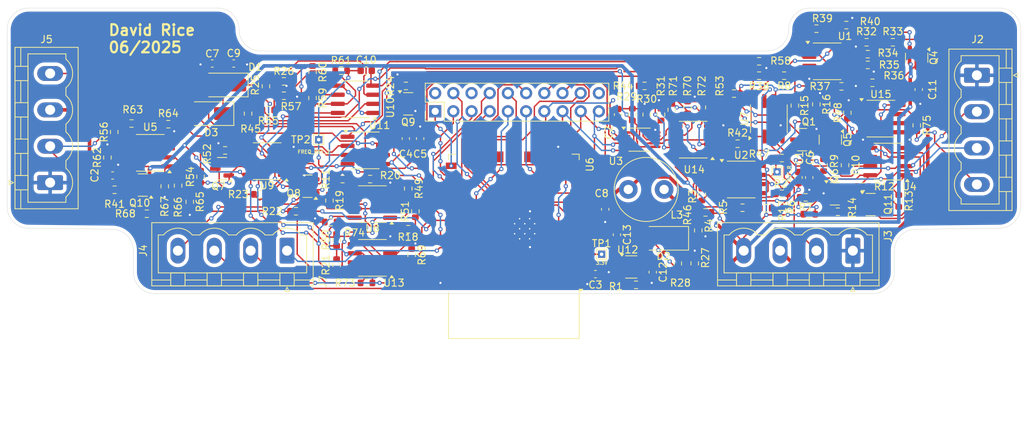
<source format=kicad_pcb>
(kicad_pcb (version 20241229) (generator "pcbnew") (generator_version "9.0")
  (layers (0 "F.Cu" signal) (2 "B.Cu" signal) (13 "F.Paste" user) (15 "B.Paste" user) (5 "F.SilkS" user "F.Silkscreen") (7 "B.SilkS" user "B.Silkscreen") (1 "F.Mask" user) (3 "B.Mask" user) (25 "Edge.Cuts" user))
  (net 0 "")
  (net 1 "Net-(C1-Pad2)")
  (net 2 "OUTPUT1")
  (net 3 "+3.3V")
  (net 4 "GND")
  (net 5 "Net-(C4-Pad2)")
  (net 6 "OUTPUT2")
  (net 7 "Net-(D1-K)")
  (net 8 "Net-(D3-K)")
  (net 9 "FREQ_REF2")
  (net 10 "+BATT")
  (net 11 "Net-(U12-BST)")
  (net 12 "Net-(D2-K)")
  (net 13 "Net-(D1-A)")
  (net 14 "Net-(D2-A)")
  (net 15 "Net-(D3-A)")
  (net 16 "AMP_REF")
  (net 17 "FREQ_REF")
  (net 18 "V_LOAD1")
  (net 19 "OUTPUT1_BUFFERED")
  (net 20 "CTS")
  (net 21 "RTS")
  (net 22 "RXD")
  (net 23 "TXD")
  (net 24 "OUTPUT2_BUFFERED")
  (net 25 "V_LOAD2")
  (net 26 "PHASE_REF")
  (net 27 "Net-(J7-Pin_5)")
  (net 28 "SDA")
  (net 29 "Net-(J7-Pin_14)")
  (net 30 "LDAC")
  (net 31 "GPIO0")
  (net 32 "Net-(J7-Pin_10)")
  (net 33 "GPIO4")
  (net 35 "Net-(J7-Pin_12)")
  (net 36 "Net-(J7-Pin_11)")
  (net 37 "SENSOR_VN")
  (net 38 "SENSOR_VP")
  (net 39 "SCL")
  (net 40 "Net-(J7-Pin_8)")
  (net 41 "RDY")
  (net 42 "GPIO2")
  (net 43 "Net-(J7-Pin_9)")
  (net 44 "Net-(J7-Pin_7)")
  (net 45 "DISCHARGE")
  (net 46 "Net-(Q4-G)")
  (net 47 "Net-(Q5-G)")
  (net 48 "Net-(Q11-G)")
  (net 49 "Net-(Q6-G)")
  (net 50 "Net-(Q7-G)")
  (net 51 "Net-(Q7-D)")
  (net 52 "Net-(Q8-D)")
  (net 53 "Net-(Q9-G)")
  (net 54 "Net-(Q10-G)")
  (net 55 "Net-(Q11-D)")
  (net 56 "OUT_R")
  (net 57 "Net-(U1B-+)")
  (net 58 "Net-(U1B--)")
  (net 59 "Net-(U2B--)")
  (net 60 "REF_0_1")
  (net 61 "Net-(U10B-+)")
  (net 62 "~DISCHARGE")
  (net 63 "Net-(U8B-+)")
  (net 64 "HYSTERESIS_FB")
  (net 65 "Net-(R15-Pad1)")
  (net 66 "Net-(U8B--)")
  (net 67 "Net-(U9B--)")
  (net 68 "OUT_R2")
  (net 69 "PHASE_REF_MIC")
  (net 70 "Net-(R23-Pad2)")
  (net 72 "AMP_REF_MIC")
  (net 73 "FREQ_REF_MIC")
  (net 74 "Net-(R32-Pad1)")
  (net 75 "Net-(U2A--)")
  (net 76 "Net-(U1A-+)")
  (net 77 "Net-(U1A--)")
  (net 78 "Net-(U2A-+)")
  (net 80 "Net-(U13B--)")
  (net 81 "REF_0_2")
  (net 83 "Net-(U8A--)")
  (net 84 "Net-(R59-Pad2)")
  (net 86 "Net-(U5A-+)")
  (net 87 "Net-(U5A--)")
  (net 88 "Net-(R66-Pad1)")
  (net 100 "Net-(U7B-+)")
  (net 101 "Net-(U10A-+)")
  (net 102 "Net-(U5B-+)")
  (net 103 "Net-(U10A--)")
  (net 104 "Net-(U5B--)")
  (net 105 "Net-(U10B--)")
  (net 106 "Net-(U12-EN)")
  (net 107 "Net-(U13B-+)")
  (net 108 "Net-(U14A-+)")
  (net 109 "Net-(U14B-+)")
  (net 110 "Net-(U14B--)")
  (net 111 "Net-(U14A--)")
  (net 112 "Net-(Q11-S)")
  (footprint "Resistor_SMD:R_0603_1608Metric" (layer "F.Cu") (at 192.4875 151.0625 -90)
    (property "Reference" "R13")
    (property "Value" "1K" (hide yes))
  )
  (footprint "Resistor_SMD:R_0603_1608Metric" (layer "F.Cu") (at 93.5 151.175 -90)
    (property "Reference" "R65")
    (property "Value" "1K" (hide yes))
  )
  (footprint "Capacitor_SMD:C_0603_1608Metric" (layer "F.Cu") (at 82.725 147.5 180)
    (property "Reference" "C2")
    (property "Value" "1uF" (hide yes))
  )
  (footprint "Resistor_SMD:R_0603_1608Metric" (layer "F.Cu") (at 188.1625 130.5625)
    (property "Reference" "R34")
    (property "Value" "100K" (hide yes))
  )
  (footprint "Resistor_SMD:R_0603_1608Metric" (layer "F.Cu") (at 187.4875 149.0625 180)
    (property "Reference" "R12")
    (property "Value" "1K" (hide yes))
  )
  (footprint "Resistor_SMD:R_0603_1608Metric" (layer "F.Cu") (at 188.1625 132.0625)
    (property "Reference" "R35")
    (property "Value" "1K" (hide yes))
  )
  (footprint "Resistor_SMD:R_0603_1608Metric" (layer "F.Cu") (at 125 152.5 90)
    (property "Reference" "R51")
    (property "Value" "1K" (hide yes))
  )
  (footprint "TestPoint:TestPoint_THTPad_1.0x1.0mm_Drill0.5mm" (layer "F.Cu") (at 151 158.5)
    (property "Reference" "TP1")
    (property "Value" "TestPoint" (hide yes))
  )
  (footprint "Package_SO:MSOP-10_3x3mm_P0.5mm" (layer "F.Cu") (at 156.293123 142.5)
    (property "Reference" "U3")
    (property "Value" "MCP4728" (hide yes))
  )
  (footprint "Resistor_SMD:R_0603_1608Metric" (layer "F.Cu") (at 90.5 140.3375 180)
    (property "Reference" "R64")
    (property "Value" "16.9K" (hide yes))
  )
  (footprint "Diode_SMD:D_SMA" (layer "F.Cu") (at 96.135 138.865 180)
    (property "Reference" "D3")
    (property "Value" "D" (hide yes))
  )
  (footprint "Resistor_SMD:R_0603_1608Metric" (layer "F.Cu") (at 101.635 138.865 90)
    (property "Reference" "R45")
    (property "Value" "100K" (hide yes))
  )
  (footprint "Package_TO_SOT_SMD:SOT-23" (layer "F.Cu") (at 124 137.5)
    (property "Reference" "Q9")
    (property "Value" "Q_NMOS_GSD" (hide yes))
  )
  (footprint "Resistor_SMD:R_0603_1608Metric" (layer "F.Cu") (at 183.9875 152.5625 180)
    (property "Reference" "R14")
    (property "Value" "10K" (hide yes))
  )
  (footprint "Connector_Phoenix_MSTB:PhoenixContact_MSTBVA_2,5_4-G-5,08_1x04_P5.08mm_Vertical" (layer "F.Cu") (at 186.08 158 180)
    (property "Reference" "J3")
    (property "Value" "Conn_01x04_Socket" (hide yes))
  )
  (footprint "Package_SO:SOIC-8_3.9x4.9mm_P1.27mm" (layer "F.Cu") (at 119 151.5 180)
    (property "Reference" "U8")
    (property "Value" "NCS20072D" (hide yes))
  )
  (footprint "Resistor_SMD:R_0603_1608Metric" (layer "F.Cu") (at 155.293123 139 90)
    (property "Reference" "R29")
    (property "Value" "16.9K" (hide yes))
  )
  (footprint "TestPoint:TestPoint_THTPad_1.0x1.0mm_Drill0.5mm" (layer "F.Cu") (at 111.5 142.5)
    (property "Reference" "TP2")
    (property "Value" "TestPoint" (hide yes))
  )
  (footprint "Package_SO:SOIC-8_3.9x4.9mm_P1.27mm" (layer "F.Cu") (at 119 159 180)
    (property "Reference" "U13")
    (property "Value" "NCS20072D" (hide yes))
  )
  (footprint "Package_TO_SOT_SMD:SOT-23" (layer "F.Cu") (at 183.55 150.0625)
    (property "Reference" "Q6")
    (property "Value" "Q_NMOS_GSD" (hide yes))
  )
  (footprint "Capacitor_SMD:C_0603_1608Metric" (layer "F.Cu") (at 123.665 142.355 -90)
    (property "Reference" "C4")
    (property "Value" "1uF" (hide yes))
  )
  (footprint "Resistor_SMD:R_0603_1608Metric" (layer "F.Cu") (at 91.865 148.9175 90)
    (property "Reference" "R66")
    (property "Value" "100K" (hide yes))
  )
  (footprint "Capacitor_SMD:C_0603_1608Metric" (layer "F.Cu") (at 153.293123 139 90)
    (property "Reference" "C2")
    (property "Value" "100nF" (hide yes))
  )
  (footprint "Resistor_SMD:R_0603_1608Metric" (layer "F.Cu") (at 82.95 141.4325 90)
    (property "Reference" "R56")
    (property "Value" "100K" (hide yes))
  )
  (footprint "Resistor_SMD:R_0603_1608Metric" (layer "F.Cu") (at 176.1625 145.0625 180)
    (property "Reference" "R47")
    (property "Value" "1K" (hide yes))
  )
  (footprint "Package_SO:SOIC-8_3.9x4.9mm_P1.27mm" (layer "F.Cu") (at 174.3525 139.5875 90)
    (property "Reference" "U7")
    (property "Value" "NCS20072D" (hide yes))
  )
  (footprint "Package_TO_SOT_SMD:SOT-23" (layer "F.Cu") (at 188.5625 151.5625)
    (property "Reference" "Q11")
    (property "Value" "Q_PMOS_GSD" (hide yes))
  )
  (footprint "Resistor_SMD:R_0603_1608Metric" (layer "F.Cu") (at 165.5 152.659909)
    (property "Reference" "R4")
    (property "Value" "100K" (hide yes))
  )
  (footprint "Resistor_SMD:R_0603_1608Metric" (layer "F.Cu") (at 180.9875 137.5625 -90)
    (property "Reference" "R16")
    (property "Value" "1K" (hide yes))
  )
  (footprint "Resistor_SMD:R_0603_1608Metric" (layer "F.Cu") (at 124.475 158.595 -90)
    (property "Reference" "R69")
    (property "Value" "16.9K" (hide yes))
  )
  (footprint "Capacitor_SMD:C_0603_1608Metric" (layer "F.Cu") (at 195.275 135.5 -90)
    (property "Reference" "C11")
    (property "Value" "1uF" (hide yes))
  )
  (footprint "Resistor_SMD:R_0603_1608Metric" (layer "F.Cu") (at 173.925 152.0625)
    (property "Reference" "R17")
    (property "Value" "100K" (hide yes))
  )
  (footprint "Resistor_SMD:R_0603_1608Metric" (layer "F.Cu") (at 123.675 135)
    (property "Reference" "R24")
    (property "Value" "1K" (hide yes))
  )
  (footprint "Package_SO:SOIC-8_3.9x4.9mm_P1.27mm" (layer "F.Cu") (at 163.793123 142.5 180)
    (property "Reference" "U14")
    (property "Value" "NCS20072D" (hide yes))
  )
  (footprint "Resistor_SMD:R_0603_1608Metric" (layer "F.Cu") (at 172.9875 131.5625)
    (property "Reference" "R58")
    (property "Value" "16.9K" (hide yes))
  )
  (footprint "Resistor_SMD:R_0603_1608Metric" (layer "F.Cu") (at 179.4875 150.5625 180)
    (property "Reference" "R7")
    (property "Value" "1K" (hide yes))
  )
  (footprint "Resistor_SMD:R_0603_1608Metric" (layer "F.Cu") (at 103.2775 150.135)
    (property "Reference" "R23")
    (property "Value" "1K" (hide yes))
  )
  (footprint "TestPoint:TestPoint_THTPad_1.0x1.0mm_Drill0.5mm" (layer "F.Cu") (at 175.5 147)
    (property "Reference" "TP3" (hide yes))
    (property "Value" "TestPoint" (hide yes))
  )
  (footprint "Resistor_SMD:R_0603_1608Metric" (layer "F.Cu") (at 164 159.775 -90)
    (property "Reference" "R27")
    (property "Value" "31.6K" (hide yes))
  )
  (footprint "Resistor_SMD:R_0603_1608Metric" (layer "F.Cu") (at 188.8125 134.5625 180)
    (property "Reference" "R36")
    (property "Value" "100K" (hide yes))
  )
  (footprint "Resistor_SMD:R_0603_1608Metric" (layer "F.Cu") (at 184.9875 146.0625 90)
    (property "Reference" "R10")
    (property "Value" "1K" (hide yes))
  )
  (footprint "Resistor_SMD:R_0603_1608Metric" (layer "F.Cu") (at 160.793123 138.325 90)
    (property "Reference" "R71")
    (property "Value" "10K" (hide yes))
  )
  (footprint "Resistor_SMD:R_0603_1608Metric" (layer "F.Cu") (at 169.4875 136.0625)
    (property "Reference" "R53")
    (property "Value" "10K" (hide yes))
  )
  (footprint "Package_TO_SOT_SMD:SOT-23-6" (layer "F.Cu") (at 155.1375 160.275)
    (property "Reference" "U12")
    (property "Value" "AOZ1280CI" (hide yes))
  )
  (footprint "Resistor_SMD:R_0603_1608Metric" (layer "F.Cu") (at 124 149.325 -90)
    (property "Reference" "R49")
    (property "Value" "16.9K" (hide yes))
  )
  (footprint "Resistor_SMD:R_0603_1608Metric" (layer "F.Cu") (at 165 150.159909 90)
    (property "Reference" "R3")
    (property "Value" "100K" (hide yes))
  )
  (footprint "Resistor_SMD:R_0603_1608Metric" (layer "F.Cu") (at 98.4375 144)
    (property "Reference" "R52")
    (property "Value" "10K" (hide yes))
  )
  (footprint "Package_TO_SOT_SMD:SOT-23" (layer "F.Cu") (at 179 142.5 180)
    (property "Reference" "Q1")
    (property "Value" "Q_NMOS_GSD" (hide yes))
  )
  (footprint "Resistor_SMD:R_0603_1608Metric" (layer "F.Cu") (at 184.4875 135.0625)
    (property "Reference" "R37")
    (property "Value" "100K" (hide yes))
  )
  (footprint "Resistor_SMD:R_0603_1608Metric" (layer "F.Cu") (at 181.9875 146.0625 90)
    (property "Reference" "R9")
    (property "Value" "10K" (hide yes))
  )
  (footprint "Resistor_SMD:R_0603_1608Metric" (layer "F.Cu") (at 187.9875 128.902591 180)
    (property "Reference" "R32")
    (property "Value" "16.9K" (hide yes))
  )
  (footprint "Resistor_SMD:R_0603_1608Metric" (layer "F.Cu") (at 191.6625 128.902591 180)
    (property "Reference" "R33")
    (property "Value" "1K" (hide yes))
  )
  (footprint "Resistor_SMD:R_0603_1608Metric" (layer "F.Cu") (at 118.675 148)
    (property "Reference" "R20")
    (property "Value" "100K" (hide yes))
  )
  (footprint "Resistor_SMD:R_0603_1608Metric" (layer "F.Cu") (at 95 147.675 90)
    (property "Reference" "R54")
    (property "Value" "10K" (hide yes))
  )
  (footprint "Resistor_SMD:R_0603_1608Metric" (layer "F.Cu") (at 110.635 136.69 -90)
    (property "Reference" "R59")
    (property "Value" "100K" (hide yes))
  )
  (footprint "Resistor_SMD:R_0603_1608Metric" (layer "F.Cu") (at 83 149.5 180)
    (property "Reference" "R41")
    (property "Value" "100K" (hide yes))
  )
  (footprint "Capacitor_SMD:C_0603_1608Metric" (layer "F.Cu") (at 96.635 131.865 180)
    (property "Reference" "C7")
    (property "Value" "100nF" (hide yes))
  )
  (footprint "Resistor_SMD:R_0603_1608Metric" (layer "F.Cu") (at 185.175 126.5 180)
    (property "Reference" "R40")
    (property "Value" "16.9K" (hide yes))
  )
  (footprint "Resistor_SMD:R_0603_1608Metric" (layer "F.Cu") (at 157.293123 139 90)
    (property "Reference" "R30")
    (property "Value" "16.9K" (hide yes))
  )
  (footprint "Resistor_SMD:R_0603_1608Metric" (layer "F.Cu") (at 110.635 133.04 -90)
    (property "Reference" "R60")
    (property "Value" "1K" (hide yes))
  )
  (footprint "Resistor_SMD:R_0603_1608Metric" (layer "F.Cu") (at 170.675 152)
    (property "Reference" "R5")
    (property "Value" "100K" (hide yes))
  )
  (footprint "Resistor_SMD:R_0603_1608Metric" (layer "F.Cu") (at 155.8125 162.775 180)
    (property "Reference" "R1")
    (property "Value" "1K" (hide yes))
  )
  (footprint "Package_TO_SOT_SMD:SOT-23" (layer "F.Cu") (at 86.9375 148.8375 180)
    (property "Reference" "Q10")
    (property "Value" "Q_PMOS_GSD" (hide yes))
  )
  (footprint "Resistor_SMD:R_0603_1608Metric" (layer "F.Cu") (at 195 140.5 -90)
    (property "Reference" "R75")
    (property "Value" "10K" (hide yes))
  )
  (footprint "Resistor_SMD:R_0603_1608Metric" (layer "F.Cu") (at 185.3125 138.7375 -90)
    (property "Reference" "R48")
    (property "Value" "16.9K" (hide yes))
  )
  (footprint "Resistor_SMD:R_0603_1608Metric" (layer "F.Cu") (at 114 156.5 90)
    (property "Reference" "R50")
    (property "Value" "10K" (hide yes))
  )
  (footprint "Resistor_SMD:R_0603_1608Metric" (layer "F.Cu") (at 106.635 134.365)
    (property "Reference" "R26")
    (property "Value" "100K" (hide yes))
  )
  (footprint "Resistor_SMD:R_0603_1608Metric" (layer "F.Cu") (at 169.9875 143.0625 180)
    (property "Reference" "R42")
    (property "Value" "10K" (hide yes))
  )
  (footprint "Resistor_SMD:R_0603_1608Metric" (layer "F.Cu") (at 164.5 155.175 90)
    (property "Reference" "R46")
    (property "Value" "10K" (hide yes))
  )
  (footprint "Package_SO:SOIC-8_3.9x4.9mm_P1.27mm" (layer "F.Cu") (at 189.9875 139.5625)
    (property "Reference" "U15")
    (property "Value" "NCS20072D" (hide yes))
  )
  (footprint "Diode_SMD:D_SMA" (layer "F.Cu") (at 159.6375 156.275 180)
    (property "Reference" "D2")
    (property "Value" "D" (hide yes))
  )
  (footprint "Package_SO:SOIC-8_3.9x4.9mm_P1.27mm" (layer "F.Cu") (at 116.635 136.865 180)
    (property "Reference" "U10")
    (property "Value" "NCS20072D" (hide yes))
  )
  (footprint "Package_TO_SOT_SMD:SOT-23" (layer "F.Cu") (at 194.9875 131.0625 -90)
    (property "Reference" "Q4")
    (property "Value" "Q_PMOS_GSD" (hide yes))
  )
  (footprint "Capacitor_SMD:C_0603_1608Metric" (layer "F.Cu") (at 178.4875 147.7875 90)
    (property "Reference" "C1")
    (property "Value" "1uF" (hide yes))
  )
  (footprint "Capacitor_SMD:C_0603_1608Metric" (layer "F.Cu") (at 153.1375 155.775 -90)
    (property "Reference" "C13")
    (property "Value" "10nF" (hide yes))
  )
  (footprint "Resistor_SMD:R_0603_1608Metric" (layer "F.Cu") (at 104.46 138.365)
    (property "Reference" "R55")
    (property "Value" "100K" (hide yes))
  )
  (footprint "Resistor_SMD:R_0603_1608Metric" (layer "F.Cu") (at 165 138 90)
    (property "Reference" "R72")
    (property "Value" "10K" (hide yes))
  )
  (footprint "Resistor_SMD:R_0603_1608Metric" (layer "F.Cu") (at 106.635 136.365 180)
    (property "Reference" "R57")
    (property "Value" "16.9K" (hide yes))
  )
  (footprint "Resistor_SMD:R_0603_1608Metric" (layer "F.Cu") (at 159.293123 139 90)
    (property "Reference" "R31")
    (property "Value" "16.9K" (hide yes))
  )
  (footprint "Connector_PinHeader_2.54mm:PinHeader_2x10_P2.54mm_Vertical" (layer "F.Cu") (at 127.76 138.54 90)
    (property "Reference" "J7")
    (property "Value" "Conn_01x20_Socket" (hide yes))
  )
  (footprint "Resistor_SMD:R_0603_1608Metric" (layer "F.Cu") (at 114 160 -90)
    (property "Reference" "R21")
    (property "Value" "100K" (hide yes))
  )
  (footprint "Resistor_SMD:R_0603_1608Metric" (layer "F.Cu") (at 108.325 152.5 180)
    (property "Reference" "R22")
    (property "Value" "10K" (hide yes))
  )
  (footprint "Resistor_SMD:R_0603_1608Metric" (layer "F.Cu") (at 113 151 -90)
    (property "Reference" "R19")
    (property "Value" "100K" (hide yes))
  )
  (footprint "Package_SO:SOIC-8_3.9x4.9mm_P1.27mm" (layer "F.Cu") (at 118 144)
    (property "Reference" "U11")
    (property "Value" "NCS20072D" (hide yes))
  )
  (footprint "Capacitor_SMD:C_0603_1608Metric" (layer "F.Cu") (at 151.5 152.225 90)
    (property "Reference" "C8")
    (property "Value" "10uF" (hide yes))
  )
  (footprint "Capacitor_SMD:C_0603_1608Metric" (layer "F.Cu") (at 99.635 131.865)
    (property "Reference" "C9")
    (property "Value" "100nF" (hide yes))
  )
  (footprint "Package_TO_SOT_SMD:SOT-23" (layer "F.Cu") (at 98 146.55 180)
    (property "Reference" "Q7")
    (property "Value" "Q_NMOS_GSD" (hide yes))
  )
  (footprint "Capacitor_SMD:C_0603_1608Metric" (layer "F.Cu") (at 118.135 132.865 180)
    (property "Reference" "C10")
    (property "Value" "10uF" (hide yes))
  )
  (footprint "Package_SO:SOIC-8_3.9x4.9mm_P1.27mm" (layer "F.Cu") (at 170.4875 148.0625)
    (property "Reference" "U2")
    (property "Value" "NCS20072D" (hide yes))
  )
  (footprint "Package_SO:SOIC-8_3.9x4.9mm_P1.27mm" (layer "F.Cu") (at 190.9875 145.5625 180)
    (property "Reference" "U4")
    (property "Value" "NCS20072D" (hide yes))
  )
  (footprint "Resistor_SMD:R_0603_1608Metric" (layer "F.Cu") (at 176.1625 150.0625)
    (property "Reference" "R2")
    (property "Value" "100K" (hide yes))
  )
  (footprint "Resistor_SMD:R_0603_1608Metric" (layer "F.Cu") (at 172.9875 133.5625)
    (property "Reference" "R38")
    (property "Value" "100K" (hide yes))
  )
  (footprint "Capacitor_SMD:C_0603_1608Metric" (layer "F.Cu") (at 179.9875 147.7875 -90)
    (property "Reference" "C6")
    (property "Value" "1uF" (hide yes))
  )
  (footprint "Package_SO:SOIC-8_3.9x4.9mm_P1.27mm" (layer "F.Cu") (at 104.3025 145.5 180)
    (property "Reference" "U9")
    (property "Value" "NCS20072D" (hide yes))
  )
  (footprint "Capacitor_SMD:C_0603_1608Metric" (layer "F.Cu") (at 158.1375 161 -90)
    (property "Reference" "C12")
    (property "Value" "10uF" (hide yes))
  )
  (footprint "Resistor_SMD:R_0603_1608Metric" (layer "F.Cu") (at 104.135 135.04 -90)
    (property "Reference" "R25")
    (property "Value" "100K" (hide yes))
  )
  (footprint "Resistor_SMD:R_0603_1608Metric" (layer "F.Cu") (at 177.9875 137.7375 90)
    (property "Reference" "R15")
    (property "Value" "1K" (hide yes))
  )
  (footprint "Package_SO:SOIC-8_3.9x4.9mm_P1.27mm" (layer "F.Cu") (at 87.975 144.3375 180)
    (property "Reference" "U5")
    (property "Value" "NCS20072D" (hide yes))
  )
  (footprint "Resistor_SMD:R_0603_1608Metric" (layer "F.Cu") (at 157 135)
    (property "Reference" "R44")
    (property "Value" "10K" (hide yes))
  )
  (footprint "Connector_Phoenix_MSTB:PhoenixContact_MSTBVA_2,5_4-G-5,08_1x04_P5.08mm_Vertical" (layer "F.Cu") (at 74 148.5 90)
    (property "Reference" "J5")
    (property "Value" "Conn_01x04_Socket" (hide yes))
  )
  (footprint "Diode_SMD:D_SMA" (layer "F.Cu") (at 98.135 134.865 180)
    (property "Reference" "D1")
    (property "Value" "D" (hide yes))
  )
  (footprint "Resistor_SMD:R_0603_1608Metric" (layer "F.Cu") (at 82 145 90)
    (property "Reference" "R62")
    (property "Value" "100K" (hide yes))
  )
  (footprint "Resistor_SMD:R_0603_1608Metric" (layer "F.Cu") (at 181 127)
    (property "Reference" "R39")
    (property "Value" "100K" (hide yes))
  )
  (footprint "Inductor_THT:L_Radial_D8.7mm_P5.00mm_Fastron_07HCP" (layer "F.Cu") (at 159.725 149.45 180)
    (property "Reference" "L3")
    (property "Value" "100uH" (hide yes))
  )
  (footprint "Resistor_SMD:R_0603_1608Metric" (layer "F.Cu") (at 90 149.0125 -90)
    (property "Reference" "R67")
    (property "Value" "16.9K" (hide yes))
  )
  (footprint "Resistor_SMD:R_0603_1608Metric" (layer "F.Cu") (at 118.175 162.5)
    (property "Reference" "R73")
    (property "Value" "10K" (hide yes))
  )
  (footprint "Resistor_SMD:R_0603_1608Metric" (layer "F.Cu") (at 179.9875 152.902591 180)
    (property "Reference" "R6")
    (property "Value" "100K" (hide yes))
  )
  (footprint "Capacitor_SMD:C_0603_1608Metric" (layer "F.Cu") (at 150.1375 161.275)
    (property "Reference" "C3")
    (property "Value" "0.1uF" (hide yes))
  )
  (footprint "Resistor_SMD:R_0603_1608Metric" (layer "F.Cu") (at 114.825 148)
    (property "Reference" "R11")
    (property "Value" "100K" (hide yes))
  )
  (footprint "Resistor_SMD:R_0603_1608Metric" (layer "F.Cu") (at 163 138 90)
    (property "Reference" "R70")
    (property "Value" "10K" (hide yes))
  )
  (footprint "RF_Module:ESP32-WROOM-32D" (layer "F.Cu") (at 138.75 154.41 180)
    (property "Reference" "U6")
    (property "Value" "ESP32-WROOM-32E")
  )
  (footprint "Resistor_SMD:R_0603_1608Metric" (layer "F.Cu") (at 113.175 154 180)
    (property "Reference" "R74")
    (property "Value" "10K" (hide yes))
  )
  (footprint "Resistor_SMD:R_0603_1608Metric" (layer "F.Cu") (at 124 155)
    (property "Reference" "R18")
    (property "Value" "100K" (hide yes))
  )
  (footprint "Resistor_SMD:R_0603_1608Metric" (layer "F.Cu") (at 87.5 152.8375)
    (property "Reference" "R68")
    (property "Value" "1K" (hide yes))
  )
  (footprint "Resistor_SMD:R_0603_1608Metric" (layer "F.Cu") (at 161.6375 159.775 -90)
    (property "Reference" "R28")
    (property "Value" "10K" (hide yes))
  )
  (footprint "Package_TO_SOT_SMD:SOT-23" (layer "F.Cu") (at 109.9375 149 180)
    (property "Reference" "Q8")
    (property "Value" "Q_NMOS_GSD" (hide yes))
  )
  (footprint "Resistor_SMD:R_0603_1608Metric" (layer "F.Cu") (at 176.4875 133.5625 180)
    (property "Reference" "R8")
    (property "Value" "100K" (hide yes))
  )
  (footprint "Package_TO_SOT_SMD:SOT-23" (layer "F.Cu") (at 182.9375 142.5 -90)
    (property "Reference" "Q5")
    (property "Value" "Q_NMOS_GSD" (hide yes))
  )
  (footprint "Connector_Phoenix_MSTB:PhoenixContact_MSTBVA_2,5_4-G-5,08_1x04_P5.08mm_Vertical" (layer "F.Cu") (at 107.08 158 180)
    (property "Reference" "J4")
    (property "Value" "Conn_01x04_Socket" (hide yes))
  )
  (footprint "Resistor_SMD:R_0603_1608Metric" (layer "F.Cu") (at 114.635 132.865)
    (property "Reference" "R61")
    (property "Value" "10K" (hide yes))
  )
  (footprint "Package_SO:SOIC-8_3.9x4.9mm_P1.27mm" (layer "F.Cu") (at 182.4875 131.5625)
    (property "Reference" "U1")
    (property "Value" "NCS20072D" (hide yes))
  )
  (footprint "Capacitor_SMD:C_0603_1608Metric" (layer "F.Cu") (at 125.665 142.355 90)
    (property "Reference" "C5")
    (property "Value" "1uF" (hide yes))
  )
  (footprint "Resistor_SMD:R_0603_1608Metric" (layer "F.Cu") (at 85.365 140.2425)
    (property "Reference" "R63")
    (property "Value" "100K" (hide yes))
  )
  (footprint "Connector_Phoenix_MSTB:PhoenixContact_MSTBVA_2,5_4-G-5,08_1x04_P5.08mm_Vertical" (layer "F.Cu") (at 203.399 133.51177 -90)
    (property "Reference" "J2")
    (property "Value" "Conn_01x04_Socket" (hide yes))
  )
  (gr_arc (start 97.37868 124.12132) (mid 99.5 125) (end 100.37868 127.12132) (stroke (width 0.05)) (layer "Edge.Cuts"))
  (gr_line (start 85.62132 158) (end 85.62132 161) (stroke (width 0.05)) (layer "Edge.Cuts"))
  (gr_line (start 209.5 127.62132) (end 209.499979 127.12132) (stroke (width 0.05)) (layer "Edge.Cuts"))
  (gr_arc (start 68 127.12132) (mid 68.878673 124.999987) (end 71 124.12132) (stroke (width 0.05)) (layer "Edge.Cuts"))
  (gr_line (start 97.37868 124.12132) (end 71 124.12132) (stroke (width 0.05)) (layer "Edge.Cuts"))
  (gr_line (start 180.12132 124.12132) (end 206.5 124.12132) (stroke (width 0.05)) (layer "Edge.Cuts"))
  (gr_arc (start 82.62132 155) (mid 84.742627 155.878687) (end 85.62132 158) (stroke (width 0.05)) (layer "Edge.Cuts"))
  (gr_arc (start 191.87868 161) (mid 191 163.12132) (end 188.87868 164) (stroke (width 0.05)) (layer "Edge.Cuts"))
  (gr_arc (start 206.5 124.12132) (mid 208.62132 125) (end 209.5 127.12132) (stroke (width 0.05)) (layer "Edge.Cuts"))
  (gr_arc (start 191.87868 158) (mid 192.75736 155.87868) (end 194.87868 155) (stroke (width 0.05)) (layer "Edge.Cuts"))
  (gr_line (start 174.1213 130.12132) (end 103.37868 130.12132) (stroke (width 0.05)) (layer "Edge.Cuts"))
  (gr_line (start 68 127.12132) (end 68 151.8787) (stroke (width 0.05)) (layer "Edge.Cuts"))
  (gr_line (start 71 154.87868) (end 82.62132 155) (stroke (width 0.05)) (layer "Edge.Cuts"))
  (gr_arc (start 209.5 151.87868) (mid 208.62132 154) (end 206.5 154.87868) (stroke (width 0.05)) (layer "Edge.Cuts"))
  (gr_arc (start 103.37868 130.12132) (mid 101.25736 129.24264) (end 100.37868 127.12132) (stroke (width 0.05)) (layer "Edge.Cuts"))
  (gr_line (start 206.5 154.8787) (end 194.87868 154.999981) (stroke (width 0.05)) (layer "Edge.Cuts"))
  (gr_line (start 191.87868 158) (end 191.87868 161) (stroke (width 0.05)) (layer "Edge.Cuts"))
  (gr_line (start 188.87868 164) (end 88.6213 164) (stroke (width 0.05)) (layer "Edge.Cuts"))
  (gr_line (start 209.5 151.87868) (end 209.5 127.62132) (stroke (width 0.05)) (layer "Edge.Cuts"))
  (gr_arc (start 71 154.87868) (mid 68.878687 153.999999) (end 68 151.87868) (stroke (width 0.05)) (layer "Edge.Cuts"))
  (gr_arc (start 88.62132 164) (mid 86.499987 163.121327) (end 85.62132 161) (stroke (width 0.05)) (layer "Edge.Cuts"))
  (gr_arc (start 177.12132 127.12132) (mid 178 125) (end 180.12132 124.12132) (stroke (width 0.05)) (layer "Edge.Cuts"))
  (gr_arc (start 177.12132 127.12132) (mid 176.24264 129.24264) (end 174.12132 130.12132) (stroke (width 0.05)) (layer "Edge.Cuts"))
  (gr_text "3.3V" (at 150.1375 160 0) (layer "F.SilkS") (effects (font (size 0.5 0.5) (thickness 0.1) (bold yes)) (justify left bottom)))
  (gr_text "FREQ_REF_2" (at 108.5 144.5 0) (layer "F.SilkS") (effects (font (size 0.5 0.5) (thickness 0.1) (bold yes)) (justify left bottom)))
  (gr_text "OUT_R" (at 177.5 148.5 90) (layer "F.SilkS") (effects (font (size 0.5 0.5) (thickness 0.1) (bold yes)) (justify left bottom)))
  (gr_text "David Rice\n06/2025" (at 82 130.5 0) (layer "F.SilkS") (effects (font (size 1.5 1.5) (thickness 0.3) (bold yes)) (justify left bottom)))
  (segment (start 178.4875 147.0125) (end 179.9875 147.0125) (width 0.2) (layer "F.Cu") (net 1))
  (segment (start 176.9875 145.0625) (end 178.1115 146.1865) (width 0.2) (layer "F.Cu") (net 2))
  (segment (start 176.9875 144.0625) (end 176.9875 143.575) (width 0.2) (layer "F.Cu") (net 2))
  (segment (start 178.1115 146.1865) (end 183.097436 146.1865) (width 0.2) (layer "F.Cu") (net 2))
  (segment (start 126.609 143.41111) (end 123.51411 146.506) (width 0.2) (layer "F.Cu") (net 2))
  (segment (start 174.9875 141.087501) (end 173.962499 140.0625) (width 0.2) (layer "F.Cu") (net 2))
  (segment (start 176.4875 144.0625) (end 174.9875 142.5625) (width 0.2) (layer "F.Cu") (net 2))
  (segment (start 176.9875 145.0625) (end 176.9875 147.0625) (width 0.2) (layer "F.Cu") (net 2))
  (segment (start 178.4875 149.4875) (end 178.5 149.5) (width 0.2) (layer "F.Cu") (net 2))
  (segment (start 178.4875 148.5625) (end 178.4875 149.4875) (width 0.2) (layer "F.Cu") (net 2))
  (segment (start 169.410937 138) (end 167.9615 136.550563) (width 0.2) (layer "F.Cu") (net 2))
  (segment (start 184.499436 147.5885) (end 185.9115 147.5885) (width 0.2) (layer "F.Cu") (net 2))
  (segment (start 172.4625 151.0375) (end 171.5 152) (width 0.2) (layer "F.Cu") (net 2))
  (segment (start 174.9875 142.0625) (end 174.9875 141.087501) (width 0.2) (layer "F.Cu") (net 2))
  (segment (start 192.3025 146.1975) (end 193.4625 146.1975) (width 0.2) (layer "F.Cu") (net 2))
  (segment (start 176.9875 144.0625) (end 176.4875 144.0625) (width 0.2) (layer "F.Cu") (net 2))
  (segment (start 192 146.5) (end 192.3025 146.1975) (width 0.2) (layer "F.Cu") (net 2))
  (segment (start 107.008 144.6345) (end 108.4326 144.6345) (width 0.2) (layer "F.Cu") (net 2))
  (segment (start 113.547543 144.6345) (end 113.548043 144.635) (width 0.2) (layer "F.Cu") (net 2))
  (segment (start 113.548043 144.635) (end 115.525 144.635) (width 0.2) (layer "F.Cu") (net 2))
  (segment (start 176.9875 143.575) (end 178.0625 142.5) (width 0.2) (layer "F.Cu") (net 2))
  (segment (start 112.5674 144.6345) (end 113.547543 144.6345) (width 0.2) (layer "F.Cu") (net 2))
  (segment (start 126.609 135.52324) (end 126.609 143.41111) (width 0.2) (layer "F.Cu") (net 2))
  (segment (start 109.0671 144) (end 111.9329 144) (width 0.2) (layer "F.Cu") (net 2))
  (segment (start 175.494386 151.0375) (end 172.4625 151.0375) (width 0.2) (layer "F.Cu") (net 2))
  (segment (start 111.9329 144) (end 112.5674 144.6345) (width 0.2) (layer "F.Cu") (net 2))
  (segment (start 193.4625 146.1975) (end 194.3525 146.1975) (width 0.2) (layer "F.Cu") (net 2))
  (segment (start 191 146.5) (end 192 146.5) (width 0.2) (layer "F.Cu") (net 2))
  (segment (start 185.9115 147.5885) (end 186.5 147) (width 0.2) (layer "F.Cu") (net 2))
  (segment (start 174.9875 142.5625) (end 174.9875 142.0625) (width 0.2) (layer "F.Cu") (net 2))
  (segment (start 167.050563 136.550563) (end 164.146 133.646) (width 0.2) (layer "F.Cu") (net 2))
  (segment (start 123.51411 146.506) (end 118.006 146.506) (width 0.2) (layer "F.Cu") (net 2))
  (segment (start 167.9615 136.550563) (end 167.050563 136.550563) (width 0.2) (layer "F.Cu") (net 2))
  (segment (start 198.5 142) (end 201.90823 138.59177) (width 0.2) (layer "F.Cu") (net 2))
  (segment (start 169.410937 138) (end 169.425 138) (width 0.2) (layer "F.Cu") (net 2))
  (segment (start 201.90823 138.59177) (end 203.399 138.59177) (width 0.2) (layer "F.Cu") (net 2))
  (segment (start 194.3525 146.1975) (end 194.4875 146.0625) (width 0.2) (layer "F.Cu") (net 2))
  (segment (start 116.135 144.635) (end 115.525 144.635) (width 0.2) (layer "F.Cu") (net 2))
  (segment (start 176.9875 147.0625) (end 178.4875 148.5625) (width 0.2) (layer "F.Cu") (net 2))
  (segment (start 183.097436 146.1865) (end 184.499436 147.5885) (width 0.2) (layer "F.Cu") (net 2))
  (segment (start 169.425 138) (end 170.9875 139.5625) (width 0.2) (layer "F.Cu") (net 2))
  (segment (start 173.962499 140.0625) (end 172.4875 140.0625) (width 0.2) (layer "F.Cu") (net 2))
  (segment (start 176.9875 145.0625) (end 176.9875 144.0625) (width 0.2) (layer "F.Cu") (net 2))
  (segment (start 164.146 133.646) (end 128.48624 133.646) (width 0.2) (layer "F.Cu") (net 2))
  (segment (start 128.48624 133.646) (end 126.609 135.52324) (width 0.2) (layer "F.Cu") (net 2))
  (segment (start 118.006 146.506) (end 116.135 144.635) (width 0.2) (layer "F.Cu") (net 2))
  (segment (start 106.7775 144.865) (end 107.008 144.6345) (width 0.2) (layer "F.Cu") (net 2))
  (segment (start 108.4326 144.6345) (end 109.0671 144) (width 0.2) (layer "F.Cu") (net 2))
  (via (at 198.5 142) (size 0.6) (drill 0.3) (layers "F.Cu" "B.Cu") (net 2))
  (via (at 194.4875 146.0625) (size 0.6) (drill 0.3) (layers "F.Cu" "B.Cu") (net 2))
  (via (at 170.9875 139.5625) (size 0.6) (drill 0.3) (layers "F.Cu" "B.Cu") (net 2))
  (via (at 178.5 149.5) (size 0.6) (drill 0.3) (layers "F.Cu" "B.Cu") (net 2))
  (via (at 175.494386 151.0375) (size 0.6) (drill 0.3) (layers "F.Cu" "B.Cu") (net 2))
  (via (at 191 146.5) (size 0.6) (drill 0.3) (layers "F.Cu" "B.Cu") (net 2))
  (via (at 186.5 147) (size 0.6) (drill 0.3) (layers "F.Cu" "B.Cu") (net 2))
  (via (at 172.4875 140.0625) (size 0.6) (drill 0.3) (layers "F.Cu" "B.Cu") (net 2))
  (segment (start 187 146.5) (end 191 146.5) (width 0.2) (layer "B.Cu") (net 2))
  (segment (start 197.5 143) (end 198.5 142) (width 0.2) (layer "B.Cu") (net 2))
  (segment (start 194.4875 146.0125) (end 194.4875 146.0625) (width 0.2) (layer "B.Cu") (net 2))
  (segment (start 176.9625 151.0375) (end 175.494386 151.0375) (width 0.2) (layer "B.Cu") (net 2))
  (segment (start 171.4875 140.0625) (end 170.9875 139.5625) (width 0.2) (layer "B.Cu") (net 2))
  (segment (start 178.5 149.5) (end 176.9625 151.0375) (width 0.2) (layer "B.Cu") (net 2))
  (segment (start 186.5 147) (end 187 146.5) (width 0.2) (layer "B.Cu") (net 2))
  (segment (start 197.5 143) (end 194.4875 146.0125) (width 0.2) (layer "B.Cu") (net 2))
  (segment (start 172.4875 140.0625) (end 171.4875 140.0625) (width 0.2) (layer "B.Cu") (net 2))
  (segment (start 150 158.5) (end 149.551 158.5) (width 0.2) (layer "F.Cu") (net 3))
  (segment (start 154.725 149.45) (end 153.4125 149.45) (width 0.5) (layer "F.Cu") (net 3))
  (segment (start 154.180623 141.5) (end 155.044971 141.5) (width 0.2) (layer "F.Cu") (net 3))
  (segment (start 149.551 159) (end 149.551 158.5) (width 0.5) (layer "F.Cu") (net 3))
  (segment (start 162.3385 149.587212) (end 160.450288 147.699) (width 0.5) (layer "F.Cu") (net 3))
  (segment (start 151 158.5) (end 150 158.5) (width 0.2) (layer "F.Cu") (net 3))
  (segment (start 155.491123 141.946152) (end 155.491123 142.8322) (width 0.2) (layer "F.Cu") (net 3))
  (segment (start 149.551 153.3115) (end 152.1375 150.725) (width 0.5) (layer "F.Cu") (net 3))
  (segment (start 150 158.449) (end 149.551 158) (width 0.2) (layer "F.Cu") (net 3))
  (segment (start 156.1385 147.3615) (end 156.476 147.699) (width 0.2) (layer "F.Cu") (net 3))
  (segment (start 163.3385 154.3385) (end 162.3385 153.3385) (width 0.5) (layer "F.Cu") (net 3))
  (segment (start 149.551 161.0865) (end 149.551 159) (width 0.5) (layer "F.Cu") (net 3))
  (segment (start 154.180623 141.5) (end 153.293123 140.6125) (width 0.2) (layer "F.Cu") (net 3))
  (segment (start 162.3385 153.3385) (end 162.3385 149.587212) (width 0.5) (layer "F.Cu") (net 3))
  (segment (start 147.5 161.39) (end 147.5 160.12) (width 0.5) (layer "F.Cu") (net 3))
  (segment (start 149.551 158.5) (end 149.551 158) (width 0.5) (layer "F.Cu") (net 3))
  (segment (start 155.5 142.841077) (end 155.5 146.723) (width 0.2) (layer "F.Cu") (net 3))
  (segment (start 153.293123 140.6125) (end 153.293123 139.775) (width 0.2) (layer "F.Cu") (net 3))
  (segment (start 149.3625 161.275) (end 149.551 161.0865) (width 0.5) (layer "F.Cu") (net 3))
  (segment (start 163.3385 157.249) (end 163.3385 154.3385) (width 0.5) (layer "F.Cu") (net 3))
  (segment (start 150 158.5) (end 150 158.449) (width 0.2) (layer "F.Cu") (net 3))
  (segment (start 150 158.551) (end 149.551 159) (width 0.2) (layer "F.Cu") (net 3))
  (segment (start 156.0875 148.0875) (end 154.725 149.45) (width 0.5) (layer "F.Cu") (net 3))
  (segment (start 155.5 146.723) (end 156.1385 147.3615) (width 0.2) (layer "F.Cu") (net 3))
  (segment (start 155.491123 142.8322) (end 155.5 142.841077) (width 0.2) (layer "F.Cu") (net 3))
  (segment (start 150 158.5) (end 150 158.551) (width 0.2) (layer "F.Cu") (net 3))
  (segment (start 147.61 161.5) (end 147.5 161.39) (width 0.2) (layer "F.Cu") (net 3))
  (segment (start 156.1385 148.0365) (end 156.1385 147.3615) (width 0.2) (layer "F.Cu") (net 3))
  (segment (start 156.476 147.699) (end 156.0875 148.0875) (width 0.5) (layer "F.Cu") (net 3))
  (segment (start 147.615 161.275) (end 147.5 161.39) (width 0.5) (layer "F.Cu") (net 3))
  (segment (start 160.450288 147.699) (end 156.476 147.699) (width 0.5) (layer "F.Cu") (net 3))
  (segment (start 153.4125 149.45) (end 152.1375 150.725) (width 0.5) (layer "F.Cu") (net 3))
  (segment (start 161.6375 158.95) (end 163.3385 157.249) (width 0.5) (layer "F.Cu") (net 3))
  (segment (start 156.0875 148.0875) (end 156.1385 148.0365) (width 0.2) (layer "F.Cu") (net 3))
  (segment (start 149.551 158) (end 149.551 153.3115) (width 0.5) (layer "F.Cu") (net 3))
  (segment (start 155.044971 141.5) (end 155.491123 141.946152) (width 0.2) (layer "F.Cu") (net 3))
  (segment (start 149.3625 161.275) (end 147.615 161.275) (width 0.5) (layer "F.Cu") (net 3))
  (segment (start 107.905 143.595) (end 108 143.5) (width 0.2) (layer "F.Cu") (net 4))
  (segment (start 164.5 137.175) (end 165 137.175) (width 0.2) (layer "F.Cu") (net 4))
  (segment (start 121.475 149.595) (end 122.57 148.5) (width 0.2) (layer "F.Cu") (net 4))
  (segment (start 157.293123 137.793123) (end 157 137.5) (width 0.2) (layer "F.Cu") (net 4))
  (segment (start 187.097409 128.902591) (end 186.5 129.5) (width 0.2) (layer "F.Cu") (net 4))
  (segment (start 180.9875 136.7375) (end 180.9875 136.5125) (width 0.2) (layer "F.Cu") (net 4))
  (segment (start 81.95 147.5) (end 82 147.5) (width 0.5) (layer "F.Cu") (net 4))
  (segment (start 159.293123 138.175) (end 159.293123 137.288062) (width 0.2) (layer "F.Cu") (net 4))
  (segment (start 128.66 162.66) (end 128.5 162.5) (width 0.2) (layer "F.Cu") (net 4))
  (segment (start 121.475 157.095) (end 121.475 156.025) (width 0.2) (layer "F.Cu") (net 4))
  (segment (start 176.2575 140.7575) (end 176 140.5) (width 0.2) (layer "F.Cu") (net 4))
  (segment (start 91.325 141.325) (end 91.325 140.3375) (width 0.2) (layer "F.Cu") (net 4))
  (segment (start 97.6125 144.275) (end 98.9375 145.6) (width 0.2) (layer "F.Cu") (net 4))
  (segment (start 95.86 131.865) (end 95.135 131.865) (width 0.2) (layer "F.Cu") (net 4))
  (segment (start 182 150) (end 182 150.4) (width 0.2) (layer "F.Cu") (net 4))
  (segment (start 185.3125 137.9125) (end 185.3125 137.1875) (width 0.2) (layer "F.Cu") (net 4))
  (segment (start 139.55 156.34) (end 139.575 156.34) (width 0.2) (layer "F.Cu") (net 4))
  (segment (start 90 149.8375) (end 90 150.5) (width 0.2) (layer "F.Cu") (net 4))
  (segment (start 124.475 157.77) (end 124.475 157.525) (width 0.2) (layer "F.Cu") (net 4))
  (segment (start 163.675 137) (end 163.5 137.175) (width 0.2) (layer "F.Cu") (net 4))
  (segment (start 139.55 153.54) (end 138.85 154.24) (width 0.2) (layer "F.Cu") (net 4))
  (segment (start 168.0125 149.9675) (end 166.017409 149.9675) (width 0.2) (layer "F.Cu") (net 4))
  (segment (start 122.5 133.4) (end 121.912409 133.4) (width 0.2) (layer "F.Cu") (net 4))
  (segment (start 180.3125 149.8125) (end 180 149.5) (width 0.2) (layer "F.Cu") (net 4))
  (segment (start 164 137) (end 164.325 137) (width 0.2) (layer "F.Cu") (net 4))
  (segment (start 164 157.5) (end 164 158) (width 0.2) (layer "F.Cu") (net 4))
  (segment (start 153.293123 138.225) (end 153.5 138.225) (width 0.2) (layer "F.Cu") (net 4))
  (segment (start 138.85 154.24) (end 139.55 154.24) (width 0.2) (layer "F.Cu") (net 4))
  (segment (start 185.3125 135.0625) (end 185.9875 135.0625) (width 0.2) (layer "F.Cu") (net 4))
  (segment (start 82 144.175) (end 82 143.1625) (width 0.2) (layer "F.Cu") (net 4))
  (segment (start 122.57 148.5) (end 123.5 148.5) (width 0.2) (layer "F.Cu") (net 4))
  (segment (start 140.275 155.64) (end 140.275 155.665) (width 0.2) (layer "F.Cu") (net 4))
  (segment (start 149 162.66) (end 149.5275 162.66) (width 0.2) (layer "F.Cu") (net 4))
  (segment (start 97.6125 144) (end 97.6125 144.275) (width 0.2) (layer "F.Cu") (net 4))
  (segment (start 109.61 132.215) (end 107.46 134.365) (width 0.2) (layer "F.Cu") (net 4))
  (segment (start 173.8125 132.3125) (end 174 132.5) (width 0.2) (layer "F.Cu") (net 4))
  (segment (start 139.55 154.24) (end 140.25 154.94) (width 0.2) (layer "F.Cu") (net 4))
  (segment (start 140.95 156.34) (end 140.95 157.45) (width 0.2) (layer "F.Cu") (net 4))
  (segment (start 176.2575 142.0625) (end 176.2575 140.7575) (width 0.2) (layer "F.Cu") (net 4))
  (segment (start 95.135 131.865) (end 95 132) (width 0.2) (layer "F.Cu") (net 4))
  (segment (start 180.0125 133.9875) (end 180 134) (width 0.2) (layer "F.Cu") (net 4))
  (segment (start 163 137.175) (end 163.5 137.175) (width 0.2) (layer "F.Cu") (net 4))
  (segment (start 185.9875 135.0625) (end 186.4375 135.0625) (width 0.2) (layer "F.Cu") (net 4))
  (segment (start 91.325 141.325) (end 91.325 142.175) (width 0.2) (layer "F.Cu") (net 4))
  (segment (start 164 158.95) (end 164 158) (width 0.2) (layer "F.Cu") (net 4))
  (segment (start 185.3125 137.1875) (end 185.5 137) (width 0.2) (layer "F.Cu") (net 4))
  (segment (start 149 162.66) (end 147.5 162.66) (width 0.2) (layer "F.Cu") (net 4))
  (segment (start 107.46 134.365) (end 107.46 134.529) (width 0.2) (layer "F.Cu") (net 4))
  (segment (start 188.9875 132.0625) (end 188.9875 132.9875) (width 0.2) (layer "F.Cu") (net 4))
  (segment (start 108.344733 136.365) (end 108.479733 136.5) (width 0.2) (layer "F.Cu") (net 4))
  (segment (start 164.5 157) (end 164 157.5) (width 0.2) (layer "F.Cu") (net 4))
  (segment (start 153.293123 138.225) (end 153.775 138.225) (width 0.2) (layer "F.Cu") (net 4))
  (segment (start 193.4625 143.0375) (end 194 142.5) (width 0.2) (layer "F.Cu") (net 4))
  (segment (start 180 149.5) (end 180 148.575) (width 0.2) (layer "F.Cu") (net 4))
  (segment (start 118.799 134.649) (end 119.11 134.96) (width 0.2) (layer "F.Cu") (net 4))
  (segment (start 110.325 147.5) (end 110.875 148.05) (width 0.2) (layer "F.Cu") (net 4))
  (segment (start 187.5125 141.4675) (end 187.5125 142.4875) (width 0.2) (layer "F.Cu") (net 4))
  (segment (start 159.293123 137.288062) (end 159.003067 136.998006) (width 0.2) (layer "F.Cu") (net 4))
  (segment (start 107.46 136.365) (end 108.344733 136.365) (width 0.2) (layer "F.Cu") (net 4))
  (segment (start 140.25 153.54) (end 140.95 153.54) (width 0.2) (layer "F.Cu") (net 4))
  (segment (start 163.5 137.175) (end 164 137.175) (width 0.2) (layer "F.Cu") (net 4))
  (segment (start 109.5 147.5) (end 110.325 147.5) (width 0.2) (layer "F.Cu") (net 4))
  (segment (start 118.799 132.976) (end 118.799 134.649) (width 0.2) (layer "F.Cu") (net 4))
  (segment (start 101.365 131.865) (end 101.5 132) (width 0.2) (layer "F.Cu") (net 4))
  (segment (start 114.825682 146.604318) (end 115.525 145.905) (width 0.2) (layer "F.Cu") (net 4))
  (segment (start 91.325 142.175) (end 91.0675 142.4325) (width 0.2) (layer "F.Cu") (net 4))
  (segment (start 158.405623 141.220377) (end 158.5 141.126) (width 0.2) (layer "F.Cu") (net 4))
  (segment (start 120.352409 134.96) (end 119.11 134.96) (width 0.2) (layer "F.Cu") (net 4))
  (segment (start 114.825682 147.402071) (end 114.825682 146.604318) (width 0.2) (layer "F.Cu") (net 4))
  (segment (start 158.1375 161.775) (end 158.1375 162.3625) (width 0.5) (layer "F.Cu") (net 4))
  (segment (start 138.85 155.64) (end 139.55 156.34) (width 0.2) (layer "F.Cu") (net 4))
  (segment (start 180.3125 150.5625) (end 180.3125 149.8125) (width 0.2) (layer "F.Cu") (net 4))
  (segment (start 158.1375 162.3625) (end 158 162.5) (width 0.5) (layer "F.Cu") (net 4))
  (segment (start 155.293123 138.175) (end 157.293123 138.175) (width 0.2) (layer "F.Cu") (net 4))
  (segment (start 164.325 137) (end 164.5 137.175) (width 0.2) (layer "F.Cu") (net 4))
  (segment (start 150.9125 161.275) (end 151.725 161.275) (width 0.5) (layer "F.Cu") (net 4))
  (segment (start 180.9875 136.5125) (end 181.5 136) (width 0.2) (layer "F.Cu") (net 4))
  (segment (start 140.95 154.915) (end 140.275 154.24) (width 0.2) (layer "F.Cu") (net 4))
  (segment (start 164.5 156) (end 165.5 156) (width 0.2) (layer "F.Cu") (net 4))
  (segment (start 139.575 156.34) (end 140.275 155.64) (width 0.2) (layer "F.Cu") (net 4))
  (segment (start 114.227753 148) (end 114.825682 147.402071) (width 0.2) (layer "F.Cu") (net 4))
  (segment (start 151.5 153) (end 151.5 154) (width 0.2) (layer "F.Cu") (net 4))
  (segment (start 140.95 152.55) (end 141 152.5) (width 0.2) (layer "F.Cu") (net 4))
  (segment (start 82 147.5) (end 83.5 146) (width 0.5) (layer "F.Cu") (net 4))
  (segment (start 97.6125 143.1125) (end 97.5 143) (width 0.2) (layer "F.Cu") (net 4))
  (segment (start 91.0675 142.4325) (end 90.45 142.4325) (width 0.2) (layer "F.Cu") (net 4))
  (segment (start 154 160.275) (end 152.725 160.275) (width 0.5) (layer "F.Cu") (net 4))
  (segment (start 140.95 154.94) (end 140.95 154.915) (width 0.2) (layer "F.Cu") (net 4))
  (segment (start 140.95 153.54) (end 141.65 154.24) (width 0.2) (layer "F.Cu") (net 4))
  (segment (start 110.635 132.215) (end 109.61 132.215) (width 0.2) (layer "F.Cu") (net 4))
  (segment (start 181.5625 141.5625) (end 181 141) (width 0.2) (layer "F.Cu") (net 4))
  (segment (start 193.4625 143.6575) (end 193.4625 143.0375) (width 0.2) (layer "F.Cu") (net 4))
  (segment (start 180 148.575) (end 179.9875 148.5625) (width 0.2) (layer "F.Cu") (net 4))
  (segment (start 121.475 149.595) (end 121.475 148.525) (width 0.2) (layer "F.Cu") (net 4))
  (segment (start 100.41 131.865) (end 101.365 131.865) (width 0.2) (layer "F.Cu") (net 4))
  (segment (start 180.45 141.55) (end 181 141) (width 0.2) (layer "F.Cu") (net 4))
  (segment (start 167.905 140.595) (end 168 140.5) (width 0.2) (layer "F.Cu") (net 4))
  (segment (start 124.475 157.525) (end 125 157) (width 0.2) (layer "F.Cu") (net 4))
  (segment (start 164 137.175) (end 164.5 137.175) (width 0.2) (layer "F.Cu") (net 4))
  (segment (start 153.5 138.225) (end 153.55 138.175) (width 0.2) (layer "F.Cu") (net 4))
  (segment (start 140.95 153.54) (end 140.95 152.55) (width 0.2) (layer "F.Cu") (net 4))
  (segment (start 164.5 156) (end 164.5 157) (width 0.2) (layer "F.Cu") (net 4))
  (segment (start 149.5275 162.66) (end 150.9125 161.275) (width 0.2) (layer "F.Cu") (net 4))
  (segment (start 153.55 138.175) (end 155.293123 138.175) (width 0.2) (layer "F.Cu") (net 4))
  (segment (start 118.91 132.865) (end 118.799 132.976) (width 0.2) (layer "F.Cu") (net 4))
  (segment (start 188.9875 132.9875) (end 189 133) (width 0.2) (layer "F.Cu") (net 4))
  (segment (start 164 137) (end 163.675 137) (width 0.2) (layer "F.Cu") (net 4))
  (segment (start 173.8125 131.5625) (end 173.8125 132.3125) (width 0.2) (layer "F.Cu") (net 4))
  (segment (start 187.5125 142.4875) (end 187.5 142.5) (width 0.2) (layer "F.Cu") (net 4))
  (segment (start 121.912409 133.4) (end 120.352409 134.96) (width 0.2) (layer "F.Cu") (net 4))
  (segment (start 97.6125 144) (end 97.6125 143.1125) (width 0.2) (layer "F.Cu") (net 4))
  (segment (start 130 162.66) (end 128.66 162.66) (width 0.2) (layer "F.Cu") (net 4))
  (segment (start 124.9375 138.4375) (end 125 138.5) (width 0.2) (layer "F.Cu") (net 4))
  (segment (start 182 150.4) (end 182.6125 151.0125) (width 0.2) (layer "F.Cu") (net 4))
  (segment (start 158.405623 141.5) (end 158.405623 141.220377) (width 0.2) (layer "F.Cu") (net 4))
  (segment (start 152.725 160.275) (end 152 161) (width 0.5) (layer "F.Cu") (net 4))
  (segment (start 140.275 154.24) (end 138.85 154.24) (width 0.2) (layer "F.Cu") (net 4))
  (segment (start 106.7775 143.595) (end 107.905 143.595) (width 0.2) (layer "F.Cu") (net 4))
  (segment (start 168.0125 149.9675) (end 168.0125 150.9875) (width 0.2) (layer "F.Cu") (net 4))
  (segment (start 186.4375 135.0625) (end 186.5 135) (width 0.2) (layer "F.Cu") (net 4))
  (segment (start 195.275 136.275) (end 195.275 137.275) (width 0.2) (layer "F.Cu") (net 4))
  (segment (start 164 137) (end 164 136.5) (width 0.2) (layer "F.Cu") (net 4))
  (segment (start 166.017409 149.9675) (end 165 150.984909) (width 0.2) (layer "F.Cu") (net 4))
  (segment (start 181.9875 141.5625) (end 181.5625 141.5625) (width 0.2) (layer "F.Cu") (net 4))
  (segment (start 140.275 155.665) (end 140.95 156.34) (width 0.2) (layer "F.Cu") (net 4))
  (segment (start 195.275 137.275) (end 195.5 137.5) (width 0.2) (layer "F.Cu") (net 4))
  (segment (start 187.1625 128.902591) (end 187.097409 128.902591) (width 0.2) (layer "F.Cu") (net 4))
  (segment (start 114 148) (end 114.227753 148) (width 0.2) (layer "F.Cu") (net 4))
  (segment (start 93.5 152) (end 93.5 153) (width 0.2) (layer "F.Cu") (net 4))
  (segment (start 180.0125 133.4675) (end 180.0125 133.9875) (width 0.2) (layer "F.Cu") (net 4))
  (segment (start 141.65 155.64) (end 140.95 154.94) (width 0.2) (layer "F.Cu") (net 4))
  (segment (start 112.35 154) (end 111.5 154) (width 0.2) (layer "F.Cu") (net 4))
  (segment (start 111.5 154) (end 111 153.5) (width 0.2) (layer "F.Cu") (net 4))
  (segment (start 125.665 140.665) (end 125.665 141.58) (width 0.2) (layer "F.Cu") (net 4))
  (segment (start 166.268123 140.595) (end 167.905 140.595) (width 0.2) (layer "F.Cu") (net 4))
  (segment (start 151.725 161.275) (end 152 161) (width 0.5) (layer "F.Cu") (net 4))
  (segment (start 121.475 156.025) (end 121.5 156) (width 0.2) (layer "F.Cu") (net 4))
  (segment (start 186 126.5) (end 186 125.5) (width 0.2) (layer "F.Cu") (net 4))
  (segment (start 164 137.175) (end 164 137) (width 0.2) (layer "F.Cu") (net 4))
  (segment (start 157.293123 138.175) (end 157.293123 137.793123) (width 0.2) (layer "F.Cu") (net 4))
  (segment (start 124.9375 137.5) (end 124.9375 138.4375) (width 0.2) (layer "F.Cu") (net 4))
  (segment (start 140.95 157.45) (end 141 157.5) (width 0.2) (layer "F.Cu") (net 4))
  (segment (start 107.46 134.529) (end 107 134.989) (width 0.2) (layer "F.Cu") (net 4))
  (segment (start 168.0125 150.9875) (end 168 151) (width 0.2) (layer "F.Cu") (net 4))
  (segment (start 144.46 143.98) (end 144.94 143.5) (width 0.2) (layer "F.Cu") (net 4))
  (segment (start 144.46 144.9) (end 144.46 143.98) (width 0.2) (layer "F.Cu") (net 4))
  (segment (start 140.95 156.34) (end 141.65 155.64) (width 0.2) (layer "F.Cu") (net 4))
  (segment (start 179.9375 141.55) (end 180.45 141.55) (width 0.2) (layer "F.Cu") (net 4))
  (segment (start 121.475 148.525) (end 121.5 148.5) (width 0.2) (layer "F.Cu") (net 4))
  (via (at 111 153.5) (size 0.6) (drill 0.3) (layers "F.Cu" "B.Cu") (net 4))
  (via (at 174 132.5) (size 0.6) (drill 0.3) (layers "F.Cu" "B.Cu") (net 4))
  (via (at 107 134.989) (size 0.6) (drill 0.3) (layers "F.Cu" "B.Cu") (net 4))
  (via (at 144.94 143.5) (size 0.6) (drill 0.3) (layers "F.Cu" "B.Cu") (net 4))
  (via (at 121.5 156) (size 0.6) (drill 0.3) (layers "F.Cu" "B.Cu") (net 4))
  (via (at 185.5 137) (size 0.6) (drill 0.3) (layers "F.Cu" "B.Cu") (net 4))
  (via (at 114.825682 147.402071) (size 0.6) (drill 0.3) (layers "F.Cu" "B.Cu") (net 4))
  (via (at 157 137.5) (size 0.6) (drill 0.3) (layers "F.Cu" "B.Cu") (net 4))
  (via (at 181.5 136) (size 0.6) (drill 0.3) (layers "F.Cu" "B.Cu") (net 4))
  (via (at 182 150) (size 0.6) (drill 0.3) (layers "F.Cu" "B.Cu") (net 4))
  (via (at 82 143.1625) (size 0.6) (drill 0.3) (layers "F.Cu" "B.Cu") (net 4))
  (via (at 187.5 142.5) (size 0.6) (drill 0.3) (layers "F.Cu" "B.Cu") (net 4))
  (via (at 168 151) (size 0.6) (drill 0.3) (layers "F.Cu" "B.Cu") (net 4))
  (via (at 141 152.5) (size 0.6) (drill 0.3) (layers "F.Cu" "B.Cu") (net 4))
  (via (at 165.5 156) (size 0.6) (drill 0.3) (layers "F.Cu" "B.Cu") (net 4))
  (via (at 122.5 133.4) (size 0.6) (drill 0.3) (layers "F.Cu" "B.Cu") (net 4))
  (via (at 151.5 154) (size 0.6) (drill 0.3) (layers "F.Cu" "B.Cu") (net 4))
  (via (at 149 162.66) (size 0.6) (drill 0.3) (layers "F.Cu" "B.Cu") (net 4))
  (via (at 180 134) (size 0.6) (drill 0.3) (layers "F.Cu" "B.Cu") (net 4))
  (via (at 83.5 146) (size 0.6) (drill 0.3) (layers "F.Cu" "B.Cu") (net 4))
  (via (at 159.003067 136.998006) (size 0.6) (drill 0.3) (layers "F.Cu" "B.Cu") (net 4))
  (via (at 97.5 143) (size 0.6) (drill 0.3) (layers "F.Cu" "B.Cu") (net 4))
  (via (at 168 140.5) (size 0.6) (drill 0.3) (layers "F.Cu" "B.Cu") (net 4))
  (via (at 186.5 135) (size 0.6) (drill 0.3) (layers "F.Cu" "B.Cu") (net 4))
  (via (at 109.5 147.5) (size 0.6) (drill 0.3) (layers "F.Cu" "B.Cu") (net 4))
  (via (at 121.5 148.5) (size 0.6) (drill 0.3) (layers "F.Cu" "B.Cu") (net 4))
  (via (at 186 125.5) (size 0.6) (drill 0.3) (layers "F.Cu" "B.Cu") (net 4))
  (via (at 101.5 132) (size 0.6) (drill 0.3) (layers "F.Cu" "B.Cu") (net 4))
  (via (at 95 132) (size 0.6) (drill 0.3) (layers "F.Cu" "B.Cu") (net 4))
  (via (at 108 143.5) (size 0.6) (drill 0.3) (layers "F.Cu" "B.Cu") (net 4))
  (via (at 176 140.5) (size 0.6) (drill 0.3) (layers "F.Cu" "B.Cu") (net 4))
  (via (at 164 158) (size 0.6) (drill 0.3) (layers "F.Cu" "B.Cu") (net 4))
  (via (at 128.5 162.5) (size 0.6) (drill 0.3) (layers "F.Cu" "B.Cu") (net 4))
  (via (at 108.479733 136.5) (size 0.6) (drill 0.3) (layers "F.Cu" "B.Cu") (net 4))
  (via (at 158 162.5) (size 0.6) (drill 0.3) (layers "F.Cu" "B.Cu") (net 4))
  (via (at 158.5 141.126) (size 0.6) (drill 0.3) (layers "F.Cu" "B.Cu") (net 4))
  (via (at 125 138.5) (size 0.6) (drill 0.3) (layers "F.Cu" "B.Cu") (net 4))
  (via (at 194 142.5) (size 0.6) (drill 0.3) (layers "F.Cu" "B.Cu") (net 4))
  (via (at 164 136.5) (size 0.6) (drill 0.3) (layers "F.Cu" "B.Cu") (net 4))
  (via (at 91.325 141.325) (size 0.6) (drill 0.3) (layers "F.Cu" "B.Cu") (net 4))
  (via (at 181 141) (size 0.6) (drill 0.3) (layers "F.Cu" "B.Cu") (net 4))
  (via (at 125 157) (size 0.6) (drill 0.3) (layers "F.Cu" "B.Cu") (net 4))
  (via (at 141 157.5) (size 0.6) (drill 0.3) (layers "F.Cu" "B.Cu") (net 4))
  (via (at 93.5 153) (size 0.6) (drill 0.3) (layers "F.Cu" "B.Cu") (net 4))
  (via (at 195.5 137.5) (size 0.6) (drill 0.3) (layers "F.Cu" "B.Cu") (net 4))
  (via (at 152 161) (size 0.6) (drill 0.3) (layers "F.Cu" "B.Cu") (net 4))
  (via (at 125.665 140.665) (size 0.6) (drill 0.3) (layers "F.Cu" "B.Cu") (net 4))
  (via (at 186.5 129.5) (size 0.6) (drill 0.3) (layers "F.Cu" "B.Cu") (net 4))
  (via (at 189 133) (size 0.6) (drill 0.3) (layers "F.Cu" "B.Cu") (net 4))
  (via (at 180 149.5) (size 0.6) (drill 0.3) (layers "F.Cu" "B.Cu") (net 4))
  (via (at 90 150.5) (size 0.6) (drill 0.3) (layers "F.Cu" "B.Cu") (net 4))
  (segment (start 168 151) (end 168 150) (width 0.2) (layer "B.Cu") (net 4))
  (segment (start 123.665 143.13) (end 125.665 143.13) (width 0.2) (layer "F.Cu") (net 5))
  (segment (start 126 148) (end 125.5 147.5) (width 0.2) (layer "F.Cu") (net 6))
  (segment (start 125 153.325) (end 126 152.325) (width 0.2) (layer "F.Cu") (net 6))
  (segment (start 120.475 145.905) (end 121.449999 145.905) (width 0.2) (layer "F.Cu") (net 6))
  (segment (start 123.665 139.0525) (end 123.0625 138.45) (width 0.2) (layer "F.Cu") (net 6))
  (segment (start 121.449999 145.905) (end 121.677499 145.677499) (width 0.2) (layer "F.Cu") (net 6))
  (segment (start 126 152.325) (end 126 148.5) (width 0.2) (layer "F.Cu") (net 6))
  (segment (start 122.889 142.356) (end 123.665 141.58) (width 0.2) (layer "F.Cu") (net 6))
  (segment (start 122.889 144.465999) (end 122.889 142.356) (width 0.2) (layer "F.Cu") (net 6))
  (segment (start 125 153.325) (end 125 154.825) (width 0.2) (layer "F.Cu") (net 6))
  (segment (start 125 154.825) (end 124.825 155) (width 0.2) (layer "F.Cu") (net 6))
  (segment (start 126 148.5) (end 126 148) (width 0.2) (layer "F.Cu") (net 6))
  (segment (start 123.665 141.58) (end 123.665 139.0525) (width 0.2) (layer "F.Cu") (net 6))
  (segment (start 121.677499 145.677499) (end 122.889 144.465999) (width 0.2) (layer "F.Cu") (net 6))
  (segment (start 124.825 155.989999) (end 124.825 155) (width 0.2) (layer "F.Cu") (net 6))
  (segment (start 121.475 158.365) (end 122.449999 158.365) (width 0.2) (layer "F.Cu") (net 6))
  (segment (start 122.449999 158.365) (end 124.825 155.989999) (width 0.2) (layer "F.Cu") (net 6))
  (via (at 125.5 147.5) (size 0.6) (drill 0.3) (layers "F.Cu" "B.Cu") (net 6))
  (via (at 121.677499 145.677499) (size 0.6) (drill 0.3) (layers "F.Cu" "B.Cu") (net 6))
  (segment (start 123.5 147.5) (end 121.677499 145.677499) (width 0.2) (layer "B.Cu") (net 6))
  (segment (start 125.5 147.5) (end 123.5 147.5) (width 0.2) (layer "B.Cu") (net 6))
  (segment (start 108.2665 144.2335) (end 109 143.5) (width 0.2) (layer "F.Cu") (net 7))
  (segment (start 97.41 132.14) (end 100.135 134.865) (width 0.2) (layer "F.Cu") (net 7))
  (segment (start 100.135 134.865) (end 103 134.865) (width 0.2) (layer "F.Cu") (net 7))
  (segment (start 103.646936 136.566) (end 103.359 136.278064) (width 0.2) (layer "F.Cu") (net 7))
  (segment (start 114.249943 143.365) (end 113.381443 144.2335) (width 0.2) (layer "F.Cu") (net 7))
  (segment (start 103.359 136.174) (end 103 135.815) (width 0.2) (layer "F.Cu") (net 7))
  (segment (start 103 134.865) (end 103.485 134.865) (width 0.2) (layer "F.Cu") (net 7))
  (segment (start 105.5365 144.2335) (end 103.5 142.197) (width 0.2) (layer "F.Cu") (net 7))
  (segment (start 112.7335 144.2335) (end 113.381443 144.2335) (width 0.2) (layer "F.Cu") (net 7))
  (segment (start 105.5365 144.2335) (end 108.2665 144.2335) (width 0.2) (layer "F.Cu") (net 7))
  (segment (start 103.359 136.278064) (end 103.359 136.174) (width 0.2) (layer "F.Cu") (net 7))
  (segment (start 103 135.815) (end 103 134.865) (width 0.2) (layer "F.Cu") (net 7))
  (segment (start 115.525 143.365) (end 114.249943 143.365) (width 0.2) (layer "F.Cu") (net 7))
  (segment (start 103.485 134.865) (end 104.135 134.215) (width 0.2) (layer "F.Cu") (net 7))
  (segment (start 97.41 131.865) (end 97.41 132.14) (width 0.2) (layer "F.Cu") (net 7))
  (segment (start 112 143.5) (end 112.7335 144.2335) (width 0.2) (layer "F.Cu") (net 7))
  (segment (start 104.685 137.5) (end 103.751 136.566) (width 0.2) (layer "F.Cu") (net 7))
  (segment (start 103.751 136.566) (end 103.646936 136.566) (width 0.2) (layer "F.Cu") (net 7))
  (segment (start 109 143.5) (end 112 143.5) (width 0.2) (layer "F.Cu") (net 7))
  (via (at 104.685 137.5) (size 0.6) (drill 0.3) (layers "F.Cu" "B.Cu") (net 7))
  (via (at 103.5 142.197) (size 0.6) (drill 0.3) (layers "F.Cu" "B.Cu") (net 7))
  (segment (start 104.5 141.197) (end 103.5 142.197) (width 0.2) (layer "B.Cu") (net 7))
  (segment (start 104.685 137.5) (end 104.5 137.685) (width 0.2) (layer "B.Cu") (net 7))
  (segment (start 104.5 137.685) (end 104.5 141.197) (width 0.2) (layer "B.Cu") (net 7))
  (segment (start 119.135 144.635) (end 118 143.5) (width 0.2) (layer "F.Cu") (net 8))
  (segment (start 120.475 144.635) (end 119.135 144.635) (width 0.2) (layer "F.Cu") (net 8))
  (segment (start 96.96089 131.089) (end 96.659 131.39089) (width 0.2) (layer "F.Cu") (net 8))
  (segment (start 96.659 131.39089) (end 96.659 132.95284) (width 0.2) (layer "F.Cu") (net 8))
  (segment (start 96.659 132.95284) (end 98.135 134.42884) (width 0.2) (layer "F.Cu") (net 8))
  (segment (start 118 141.5) (end 116.766 140.266) (width 0.2) (layer "F.Cu") (net 8))
  (segment (start 116.766 140.266) (end 102.211 140.266) (width 0.2) (layer "F.Cu") (net 8))
  (segment (start 98.86 131.865) (end 98.084 131.089) (width 0.2) (layer "F.Cu") (net 8))
  (segment (start 98.084 131.089) (end 96.96089 131.089) (width 0.2) (layer "F.Cu") (net 8))
  (segment (start 118 143.5) (end 118 141.5) (width 0.2) (layer "F.Cu") (net 8))
  (segment (start 98.96 139.69) (end 98.135 138.865) (width 0.2) (layer "F.Cu") (net 8))
  (segment (start 98.135 134.42884) (end 98.135 138.865) (width 0.2) (layer "F.Cu") (net 8))
  (segment (start 101.635 139.69) (end 98.96 139.69) (width 0.2) (layer "F.Cu") (net 8))
  (segment (start 102.211 140.266) (end 101.635 139.69) (width 0.2) (layer "F.Cu") (net 8))
  (segment (start 118.039064 147) (end 117 147) (width 0.2) (layer "F.Cu") (net 9))
  (segment (start 111.5 145) (end 111.5 146) (width 0.2) (layer "F.Cu") (net 9))
  (segment (start 120.500001 150.865) (end 118.551 148.915999) (width 0.2) (layer "F.Cu") (net 9))
  (segment (start 121.475 150.865) (end 120.500001 150.865) (width 0.2) (layer "F.Cu") (net 9))
  (segment (start 117.36 132.865) (end 115.46 132.865) (width 0.2) (layer "F.Cu") (net 9))
  (segment (start 118.551 147.511936) (end 118.039064 147) (width 0.2) (layer "F.Cu") (net 9))
  (segment (start 115.646765 133.853235) (end 115.646765 133.051765) (width 0.2) (layer "F.Cu") (net 9))
  (segment (start 115.646765 133.051765) (end 115.46 132.865) (width 0.2) (layer "F.Cu") (net 9))
  (segment (start 111.5 146) (end 111.699997 146.199997) (width 0.2) (layer "F.Cu") (net 9))
  (segment (start 111.699997 146.199997) (end 114 146.199997) (width 0.2) (layer "F.Cu") (net 9))
  (segment (start 118.551 148.915999) (end 118.551 147.511936) (width 0.2) (layer "F.Cu") (net 9))
  (via (at 117 147) (size 0.6) (drill 0.3) (layers "F.Cu" "B.Cu") (net 9))
  (via (at 115.646765 133.853235) (size 0.6) (drill 0.3) (layers "F.Cu" "B.Cu") (net 9))
  (via (at 111.5 145) (size 0.6) (drill 0.3) (layers "F.Cu" "B.Cu") (net 9))
  (via (at 114 146.199997) (size 0.6) (drill 0.3) (layers "F.Cu" "B.Cu") (net 9))
  (segment (start 116.199997 146.199997) (end 114 146.199997) (width 0.2) (layer "B.Cu") (net 9))
  (segment (start 117 147) (end 116.199997 146.199997) (width 0.2) (layer "B.Cu") (net 9))
  (segment (start 111.5 138) (end 111.75 137.75) (width 0.2) (layer "B.Cu") (net 9))
  (segment (start 111.5 142.5) (end 111.5 138) (width 0.2) (layer "B.Cu") (net 9))
  (segment (start 111.5 145) (end 111.5 142.5) (width 0.2) (layer "B.Cu") (net 9))
  (segment (start 111.75 137.75) (end 115.646765 133.853235) (width 0.2) (layer "B.Cu") (net 9))
  (segment (start 156.6375 162.775) (end 157.3615 162.051) (width 0.2) (layer "F.Cu") (net 10))
  (segment (start 170.84 158) (end 166.84 162) (width 0.5) (layer "F.Cu") (net 10))
  (segment (start 101.8275 147.405) (end 100.905 147.405) (width 0.2) (layer "F.Cu") (net 10))
  (segment (start 190 139) (end 190 146.954999) (width 0.2) (layer "F.Cu") (net 10))
  (segment (start 188.1185 147.8615) (end 188.5125 147.4675) (width 0.2) (layer "F.Cu") (net 10))
  (segment (start 87.875 147.8875) (end 87.875 146.625) (width 0.5) (layer "F.Cu") (net 10))
  (segment (start 116.525 153.405) (end 116.344 153.224) (width 0.2) (layer "F.Cu") (net 10))
  (segment (start 172.4475 137.1125) (end 172.4475 136.137501) (width 0.2) (layer "F.Cu") (net 10))
  (segment (start 173.085001 135.5) (end 174.5 135.5) (width 0.2) (layer "F.Cu") (net 10))
  (segment (start 194.086765 137.913235) (end 194.086765 133.749265) (width 0.5) (layer "F.Cu") (net 10))
  (segment (start 114.16 138.77) (end 110.700936 138.77) (width 0.2) (layer "F.Cu") (net 10))
  (segment (start 111.5 157) (end 111.5 159.514064) (width 0.2) (layer "F.Cu") (net 10))
  (segment (start 83.775 147.5) (end 84.2425 147.5) (width 0.5) (layer "F.Cu") (net 10))
  (segment (start 177 153) (end 174 153) (width 0.2) (layer "F.Cu") (net 10))
  (segment (start 193.275 134.725) (end 193 135) (width 0.2) (layer "F.Cu") (net 10))
  (segment (start 106.5 155.5) (end 105.6 154.6) (width 0.2) (layer "F.Cu") (net 10))
  (segment (start 116.344 153.224) (end 113.354291 153.224) (width 0.2) (layer "F.Cu") (net 10))
  (segment (start 179.1625 152.902591) (end 178.597409 152.902591) (width 0.2) (layer "F.Cu") (net 10))
  (segment (start 182.5 130.5) (end 183.3425 129.6575) (width 0.2) (layer "F.Cu") (net 10))
  (segment (start 194.086765 133.749265) (end 194.168015 133.668015) (width 0.5) (layer "F.Cu") (net 10))
  (segment (start 105.6 154.6) (end 103.5 154.6) (width 0.2) (layer "F.Cu") (net 10))
  (segment (start 159.9125 162) (end 158.1375 160.225) (width 0.5) (layer "F.Cu") (net 10))
  (segment (start 183.425 148) (end 183.2865 147.8615) (width 0.2) (layer "F.Cu") (net 10))
  (segment (start 102 147.5775) (end 101.8275 147.405) (width 0.2) (layer "F.Cu") (net 10))
  (segment (start 113.354291 153.224) (end 113.218707 153.359584) (width 0.2) (layer "F.Cu") (net 10))
  (segment (start 190.5 149.5) (end 190 150) (width 0.2) (layer "F.Cu") (net 10))
  (segment (start 102 149) (end 102 147.5775) (width 0.2) (layer "F.Cu") (net 10))
  (segment (start 111.5 159.514064) (end 113.511936 161.526) (width 0.2) (layer "F.Cu") (net 10))
  (segment (start 189.487499 147.4675) (end 188.5125 147.4675) (width 0.2) (layer "F.Cu") (net 10))
  (segment (start 157.3615 161.001) (end 158.1375 160.225) (width 0.2) (layer "F.Cu") (net 10))
  (segment (start 187.0825 147.4675) (end 186.55 148) (width 0.2) (layer "F.Cu") (net 10))
  (segment (start 181.0135 151.051591) (end 181.0135 148.0625) (width 0.2) (layer "F.Cu") (net 10))
  (segment (start 181.0135 148.0625) (end 181.0135 147.8615) (width 0.2) (layer "F.Cu") (net 10))
  (segment (start 173.434313 145.685687) (end 172.9625 146.1575) (width 0.2) (layer "F.Cu") (net 10))
  (segment (start 113.511936 161.526) (end 115.904 161.526) (width 0.2) (layer "F.Cu") (net 10))
  (segment (start 178.597409 152.902591) (end 178.5 153) (width 0.2) (layer "F.Cu") (net 10))
  (segment (start 113.218707 153.359584) (end 113.218707 153.334999) (width 0.2) (layer "F.Cu") (net 10))
  (segment (start 181.4875 147.8615) (end 181.0135 147.8615) (width 0.2) (layer "F.Cu") (net 10))
  (segment (start 181.2145 147.8615) (end 181.2145 147.8355) (width 0.2) (layer "F.Cu") (net 10))
  (segment (start 192.4875 150.2375) (end 192.3125 150.0625) (width 0.2) (layer "F.Cu") (net 10))
  (segment (start 173.434313 144.6) (end 173.434313 145.685687) (width 0.2) (layer "F.Cu") (net 10))
  (segment (start 110 155.5) (end 109.75 155.5) (width 0.2) (layer "F.Cu") (net 10))
  (segment (start 157.3615 162.051) (end 157.3615 161.001) (width 0.2) (layer "F.Cu") (net 10))
  (segment (start 170.84 156.84) (end 167.5 153.5) (width 0.2) (layer "F.Cu") (net 10))
  (segment (start 121.004733 136.004733) (end 121.004733 141.565267) (width 0.2) (layer "F.Cu") (net 10))
  (segment (start 84.2425 147.5) (end 85.5 146.2425) (width 0.5) (layer "F.Cu") (net 10))
  (segment (start 172.4475 136.137501) (end 175.022501 133.5625) (width 0.2) (layer "F.Cu") (net 10))
  (segment (start 109.079733 137.148797) (end 109.079733 135.079733) (width 0.2) (layer "F.Cu") (net 10))
  (segment (start 181.4875 147.8615) (end 181.4875 147.5625) (width 0.2) (layer "F.Cu") (net 10))
  (segment (start 170.84 158) (end 170.84 156.84) (width 0.2) (layer "F.Cu") (net 10))
  (segment (start 192.4625 137.6575) (end 190.569 137.6575) (width 0.2) (layer "F.Cu") (net 10))
  (segment (start 158.0875 160.275) (end 158.1375 160.225) (width 0.2) (layer "F.Cu") (net 10))
  (segment (start 100.905 147.405) (end 100.5 147) (width 0.2) (layer "F.Cu") (net 10))
  (segment (start 181.2145 147.8615) (end 181.0135 148.0625) (width 0.2) (layer "F.Cu") (net 10))
  (segment (start 190.569 137.6575) (end 190.5 137.7265) (width 0.2) (layer "F.Cu") (net 10))
  (segment (start 183.2865 147.8615) (end 181.4875 147.8615) (width 0.2) (layer "F.Cu") (net 10))
  (segment (start 186.55 148) (end 183.425 148) (width 0.2) (layer "F.Cu") (net 10))
  (segment (start 181.2145 147.8355) (end 181.4875 147.5625) (width 0.2) (layer "F.Cu") (net 10))
  (segment (start 172.9625 146.1575) (end 173.550323 146.1575) (width 0.2) (layer "F.Cu") (net 10))
  (segment (start 94.4 144.9) (end 92.781037 143.281037) (width 0.2) (layer "F.Cu") (net 10))
  (segment (start 175.022501 133.5625) (end 175.6625 133.5625) (width 0.2) (layer "F.Cu") (net 10))
  (segment (start 156.325 160.225) (end 156.275 160.275) (width 0.5) (layer "F.Cu") (net 10))
  (segment (start 173.550323 146.1575) (end 174.095994 146.703171) (width 0.2) (layer "F.Cu") (net 10))
  (segment (start 115.904 161.526) (end 116.525 160.905) (width 0.2) (layer "F.Cu") (net 10))
  (segment (start 111.5 157) (end 110 155.5) (width 0.2) (layer "F.Cu") (net 10))
  (segment (start 85.5 146.2425) (end 87.7425 146.2425) (width 0.2) (layer "F.Cu") (net 10))
  (segment (start 187.9875 150) (end 187.4875 149.5) (width 0.2) (layer "F.Cu") (net 10))
  (segment (start 191.75 149.5) (end 190.5 149.5) (width 0.2) (layer "F.Cu") (net 10))
  (segment (start 193 137.12) (end 192.4625 137.6575) (width 0.2) (layer "F.Cu") (net 10))
  (segment (start 163 148.5) (end 163 148) (width 0.2) (layer "F.Cu") (net 10))
  (segment (start 163 148) (end 161.318123 146.318123) (width 0.2) (layer "F.Cu") (net 10))
  (segment (start 87.7425 146.2425) (end 88 146.5) (width 0.2) (layer "F.Cu") (net 10))
  (segment (start 170.84 158) (end 170.84 156.16) (width 0.2) (layer "F.Cu") (net 10))
  (segment (start 194 131.831985) (end 194 130.1625) (width 0.5) (layer "F.Cu") (net 10))
  (segment (start 181.4875 147.3875) (end 181.9875 146.8875) (width 0.2) (layer "F.Cu") (net 10))
  (segment (start 187.4875 148.4925) (end 188.5125 147.4675) (width 0.2) (layer "F.Cu") (net 10))
  (segment (start 172.4475 136.137501) (end 173.085001 135.5) (width 0.2) (layer "F.Cu") (net 10))
  (segment (start 181.4875 147.5625) (end 181.4875 147.3875) (width 0.2) (layer "F.Cu") (net 10))
  (segment (start 194 130.1625) (end 194.0375 130.125) (width 0.5) (layer "F.Cu") (net 10))
  (segment (start 179.1625 152.902591) (end 181.0135 151.051591) (width 0.2) (layer "F.Cu") (net 10))
  (segment (start 194.0375 130.125) (end 194.0375 129.1375) (width 0.2) (layer "F.Cu") (net 10))
  (segment (start 187.12 127.5) (end 194 127.5) (width 0.2) (layer "F.Cu") (net 10))
  (segment (start 170.84 156.16) (end 174 153) (width 0.2) (layer "F.Cu") (net 10))
  (segment (start 194.153493 131.985478) (end 194 131.831985) (width 0.5) (layer "F.Cu") (net 10))
  (segment (start 177.725 131.5) (end 178 131.5) (width 0.2) (layer "F.Cu") (net 10))
  (segment (start 158.1375 160.225) (end 156.325 160.225) (width 0.5) (layer "F.Cu") (net 10))
  (segment (start 175.6625 133.5625) (end 177.725 131.5) (width 0.2) (layer "F.Cu") (net 10))
  (segment (start 193 135) (end 193 137.12) (width 0.2) (layer "F.Cu") (net 10))
  (segment (start 161.318123 146.318123) (end 161.318123 144.405) (width 0.2) (layer "F.Cu") (net 10))
  (segment (start 181.4875 147.8615) (end 181.2145 147.8615) (width 0.2) (layer "F.Cu") (net 10))
  (segment (start 184.9625 129.6575) (end 187.12 127.5) (width 0.2) (layer "F.Cu") (net 10))
  (segment (start 167.34 154.5) (end 167 154.5) (width 0.5) (layer "F.Cu") (net 10))
  (segment (start 195.275 134.725) (end 193.275 134.725) (width 0.2) (layer "F.Cu") (net 10))
  (segment (start 170.84 158) (end 167.34 154.5) (width 0.5) (layer "F.Cu") (net 10))
  (segment (start 190 146.954999) (end 189.487499 147.4675) (width 0.2) (layer "F.Cu") (net 10))
  (segment (start 103.5 154.6) (end 102 153.1) (width 0.2) (layer "F.Cu") (net 10))
  (segment (start 190 150) (end 187.9875 150) (width 0.2) (layer "F.Cu") (net 10))
  (segment (start 181.0135 147.8615) (end 181.9875 146.8875) (width 0.2) (layer "F.Cu") (net 10))
  (segment (start 94.4 145) (end 94.4 144.9) (width 0.2) (layer "F.Cu") (net 10))
  (segment (start 87.875 146.625) (end 88 146.5) (width 0.5) (layer "F.Cu") (net 10))
  (segment (start 110.700936 138.77) (end 109.079733 137.148797) (width 0.2) (layer "F.Cu") (net 10))
  (segment (start 183.3425 129.6575) (end 184.9625 129.6575) (width 0.2) (layer "F.Cu") (net 10))
  (segment (start 166.84 162) (end 159.9125 162) (width 0.5) (layer "F.Cu") (net 10))
  (segment (start 121.004733 141.565267) (end 120.475 142.095) (width 0.2) (layer "F.Cu") (net 10))
  (segment (start 188.5125 147.4675) (end 187.0825 147.4675) (width 0.2) (layer "F.Cu") (net 10))
  (segment (start 194.0375 129.1375) (end 194 129.1) (width 0.2) (layer "F.Cu") (net 10))
  (segment (start 187.4875 149.5) (end 187.4875 148.4925) (width 0.2) (layer "F.Cu") (net 10))
  (segment (start 192.4875 150.2375) (end 191.75 149.5) (width 0.2) (layer "F.Cu") (net 10))
  (via (at 100.5 147) (size 0.6) (drill 0.3) (layers "F.Cu" "B.Cu") (net 10))
  (via (at 106.5 155.5) (size 0.6) (drill 0.3) (layers "F.Cu" "B.Cu") (net 10))
  (via (at 178 131.5) (size 0.6) (drill 0.3) (layers "F.Cu" "B.Cu") (net 10))
  (via (at 194 129.1) (size 0.6) (drill 0.3) (layers "F.Cu" "B.Cu") (net 10))
  (via (at 173.434313 144.6) (size 0.6) (drill 0.3) (layers "F.Cu" "B.Cu") (net 10))
  (via (at 174 153) (size 0.6) (drill 0.3) (layers "F.Cu" "B.Cu") (net 10))
  (via (at 111.5 157) (size 0.6) (drill 0.3) (layers "F.Cu" "B.Cu") (net 10))
  (via (at 182.5 130.5) (size 0.6) (drill 0.3) (layers "F.Cu" "B.Cu") (net 10))
  (via (at 92.781037 143.281037) (size 0.6) (drill 0.3) (layers "F.Cu" "B.Cu") (net 10))
  (via (at 178.5 153) (size 0.6) (drill 0.3) (layers "F.Cu" "B.Cu") (net 10))
  (via (at 102 153.1) (size 0.6) (drill 0.3) (layers "F.Cu" "B.Cu") (net 10))
  (via (at 109.75 155.5) (size 0.6) (drill 0.3) (layers "F.Cu" "B.Cu") (net 10))
  (via (at 102 149) (size 0.6) (drill 0.3) (layers "F.Cu" "B.Cu") (net 10))
  (via (at 88 146.5) (size 0.6) (drill 0.3) (layers "F.Cu" "B.Cu") (net 10))
  (via (at 167.5 153.5) (size 0.6) (drill 0.3) (layers "F.Cu" "B.Cu") (net 10))
  (via (at 121.004733 136.004733) (size 0.6) (drill 0.3) (layers "F.Cu" "B.Cu") (net 10))
  (via (at 167 154.5) (size 0.6) (drill 0.3) (layers "F.Cu" "B.Cu") (net 10))
  (via (at 194.086765 137.913235) (size 0.6) (drill 0.3) (layers "F.Cu" "B.Cu") (net 10))
  (via (at 113.218707 153.334999) (size 0.6) (drill 0.3) (layers "F.Cu" "B.Cu") (net 10))
  (via (at 194.168015 133.668015) (size 0.6) (drill 0.3) (layers "F.Cu" "B.Cu") (net 10))
  (via (at 174.5 135.5) (size 0.6) (drill 0.3) (layers "F.Cu" "B.Cu") (net 10))
  (via (at 109.079733 135.079733) (size 0.6) (drill 0.3) (layers "F.Cu" "B.Cu") (net 10))
  (via (at 177 153) (size 0.6) (drill 0.3) (layers "F.Cu" "B.Cu") (net 10))
  (via (at 163 148.5) (size 0.6) (drill 0.3) (layers "F.Cu" "B.Cu") (net 10))
  (via (at 94.4 145) (size 0.6) (drill 0.3) (layers "F.Cu" "B.Cu") (net 10))
  (via (at 194.153493 131.985478) (size 0.6) (drill 0.3) (layers "F.Cu" "B.Cu") (net 10))
  (via (at 190 139) (size 0.6) (drill 0.3) (layers "F.Cu" "B.Cu") (net 10))
  (via (at 174.095994 146.703171) (size 0.6) (drill 0.3) (layers "F.Cu" "B.Cu") (net 10))
  (via (at 194 127.5) (size 0.6) (drill 0.3) (layers "F.Cu" "B.Cu") (net 10))
  (via (at 190.5 137.7265) (size 0.6) (drill 0.3) (layers "F.Cu" "B.Cu") (net 10))
  (segment (start 190.5 137.7265) (end 190.5 138.5) (width 0.2) (layer "B.Cu") (net 10))
  (segment (start 194 138) (end 192.5 139.5) (width 0.5) (layer "B.Cu") (net 10))
  (segment (start 109 132.539534) (end 109.659466 132.539534) (width 0.2) (layer "B.Cu") (net 10))
  (segment (start 121.5 132.199) (end 153.861075 132.199) (width 0.5) (layer "B.Cu") (net 10))
  (segment (start 121.004733 132.5) (end 120.801 132.5) (width 0.2) (layer "B.Cu") (net 10))
  (segment (start 194 138) (end 194.086765 137.913235) (width 0.5) (layer "B.Cu") (net 10))
  (segment (start 89.781037 146.281037) (end 88.218963 146.281037) (width 0.5) (layer "B.Cu") (net 10))
  (segment (start 167 154.5) (end 167 154.16) (width 0.5) (layer "B.Cu") (net 10))
  (segment (start 174 146.93147) (end 174 153) (width 0.2) (layer "B.Cu") (net 10))
  (segment (start 108 132.199) (end 103.863075 132.199) (width 0.5) (layer "B.Cu") (net 10))
  (segment (start 162.5 148.5) (end 163 148.5) (width 0.5) (layer "B.Cu") (net 10))
  (segment (start 173.399 136.601) (end 173.399 144.564687) (width 0.2) (layer "B.Cu") (net 10))
  (segment (start 190.5 138.5) (end 190 139) (width 0.2) (layer "B.Cu") (net 10))
  (segment (start 110 132.199) (end 109.5 132.199) (width 0.5) (layer "B.Cu") (net 10))
  (segment (start 109.5 132.199) (end 109 132.199) (width 0.5) (layer "B.Cu") (net 10))
  (segment (start 174.5 135.5) (end 173.399 136.601) (width 0.2) (layer "B.Cu") (net 10))
  (segment (start 194.153493 131.985478) (end 194.168015 132) (width 0.5) (layer "B.Cu") (net 10))
  (segment (start 108.5 132.199) (end 108 132.199) (width 0.5) (layer "B.Cu") (net 10))
  (segment (start 111.5 157) (end 111.5 155.053706) (width 0.2) (layer "B.Cu") (net 10))
  (segment (start 103.863075 132.199) (end 92.781037 143.281037) (width 0.5) (layer "B.Cu") (net 10))
  (segment (start 102 153.1) (end 102 149) (width 0.2) (layer "B.Cu") (net 10))
  (segment (start 111.5 155.053706) (end 113.218707 153.334999) (width 0.2) (layer "B.Cu") (net 10))
  (segment (start 109.659466 132.539534) (end 108.340534 132.539534) (width 0.2) (layer "B.Cu") (net 10))
  (segment (start 194.168015 132) (end 194.168015 133.668015) (width 0.5) (layer "B.Cu") (net 10))
  (segment (start 109.079733 135.079733) (end 109.079733 132.619267) (width 0.2) (layer "B.Cu") (net 10))
  (segment (start 174.84 154) (end 170.84 158) (width 0.5) (layer "B.Cu") (net 10))
  (segment (start 109 132.539534) (end 108.840534 132.539534) (width 0.2) (layer "B.Cu") (net 10))
  (segment (start 92.781037 143.281037) (end 89.781037 146.281037) (width 0.5) (layer "B.Cu") (net 10))
  (segment (start 121.5 132.199) (end 121 132.199) (width 0.5) (layer "B.Cu") (net 10))
  (segment (start 155.251 141.251) (end 162.5 148.5) (width 0.5) (layer "B.Cu") (net 10))
  (segment (start 109.079733 132.619267) (end 109.5 132.199) (width 0.2) (layer "B.Cu") (net 10))
  (segment (start 121.004733 132.203733) (end 121 132.199) (width 0.2) (layer "B.Cu") (net 10))
  (segment (start 121 132.199) (end 120.5 132.199) (width 0.5) (layer "B.Cu") (net 10))
  (segment (start 181.5 131.5) (end 182.5 130.5) (width 0.2) (layer "B.Cu") (net 10))
  (segment (start 108.340534 132.539534) (end 108 132.199) (width 0.2) (layer "B.Cu") (net 10))
  (segment (start 106.5 155.5) (end 109.75 155.5) (width 0.2) (layer "B.Cu") (net 10))
  (segment (start 178 131.5) (end 181.5 131.5) (width 0.2) (layer "B.Cu") (net 10))
  (segment (start 174.095994 146.835476) (end 174 146.93147) (width 0.2) (layer "B.Cu") (net 10))
  (segment (start 153.861075 132.199) (end 155.251 133.588925) (width 0.5) (layer "B.Cu") (net 10))
  (segment (start 192.5 154) (end 174.84 154) (width 0.5) (layer "B.Cu") (net 10))
  (segment (start 120.801 132.5) (end 120.5 132.199) (width 0.2) (layer "B.Cu") (net 10))
  (segment (start 121.305733 132.199) (end 121.004733 132.5) (width 0.2) (layer "B.Cu") (net 10))
  (segment (start 109 132.199) (end 108.5 132.199) (width 0.5) (layer "B.Cu") (net 10))
  (segment (start 121.004733 136.004733) (end 121.004733 132.5) (width 0.2) (layer "B.Cu") (net 10))
  (segment (start 88.218963 146.281037) (end 88 146.5) (width 0.5) (layer "B.Cu") (net 10))
  (segment (start 109 132.539534) (end 109 132.199) (width 0.2) (layer "B.Cu") (net 10))
  (segment (start 167.5 153.5) (end 167.5 153) (width 0.2) (layer "B.Cu") (net 10))
  (segment (start 108.840534 132.539534) (end 108.5 132.199) (width 0.2) (layer "B.Cu") (net 10))
  (segment (start 96.4 147) (end 94.4 145) (width 0.2) (layer "B.Cu") (net 10))
  (segment (start 121.004733 132.5) (end 121.004733 132.203733) (width 0.2) (layer "B.Cu") (net 10))
  (segment (start 194 129.1) (end 194 127.5) (width 0.2) (layer "B.Cu") (net 10))
  (segment (start 178.5 153) (end 177 153) (width 0.2) (layer "B.Cu") (net 10))
  (segment (start 192.5 139.5) (end 192.5 154) (width 0.5) (layer "B.Cu") (net 10))
  (segment (start 109.079733 132.619267) (end 109 132.539534) (width 0.2) (layer "B.Cu") (net 10))
  (segment (start 167.5 153) (end 163 148.5) (width 0.2) (layer "B.Cu") (net 10))
  (segment (start 174.095994 146.703171) (end 174.095994 146.835476) (width 0.2) (layer "B.Cu") (net 10))
  (segment (start 173.399 144.564687) (end 173.434313 144.6) (width 0.2) (layer "B.Cu") (net 10))
  (segment (start 121.5 132.199) (end 121.305733 132.199) (width 0.2) (layer "B.Cu") (net 10))
  (segment (start 155.251 133.588925) (end 155.251 141.251) (width 0.5) (layer "B.Cu") (net 10))
  (segment (start 109.659466 132.539534) (end 110 132.199) (width 0.2) (layer "B.Cu") (net 10))
  (segment (start 100.5 147) (end 96.4 147) (width 0.2) (layer "B.Cu") (net 10))
  (segment (start 120.5 132.199) (end 110 132.199) (width 0.5) (layer "B.Cu") (net 10))
  (segment (start 153.1375 156.55) (end 153.1375 158.4625) (width 0.5) (layer "F.Cu") (net 11))
  (segment (start 153.1375 158.4625) (end 154 159.325) (width 0.5) (layer "F.Cu") (net 11))
  (segment (start 156.275 159.325) (end 158.5875 159.325) (width 0.5) (layer "F.Cu") (net 12))
  (segment (start 161.6375 156.275) (end 161.6375 151.3625) (width 0.5) (layer "F.Cu") (net 12))
  (segment (start 153.1375 155) (end 153.2135 154.924) (width 0.5) (layer "F.Cu") (net 12))
  (segment (start 161.6375 151.3625) (end 159.725 149.45) (width 0.5) (layer "F.Cu") (net 12))
  (segment (start 153.2135 154.924) (end 160.2865 154.924) (width 0.5) (layer "F.Cu") (net 12))
  (segment (start 160.2865 154.924) (end 161.6375 156.275) (width 0.5) (layer "F.Cu") (net 12))
  (segment (start 158.5875 159.325) (end 161.6375 156.275) (width 0.5) (layer "F.Cu") (net 12))
  (segment (start 116.5 141) (end 116.167 140.667) (width 0.2) (layer "F.Cu") (net 13))
  (segment (start 96.77 134.5) (end 97.135 134.865) (width 0.2) (layer "F.Cu") (net 13))
  (segment (start 95.23 135.77) (end 96.135 134.865) (width 0.2) (layer "F.Cu") (net 13))
  (segment (start 102.0449 140.667) (end 101.8779 140.5) (width 0.2) (layer "F.Cu") (net 13))
  (segment (start 101.8779 140.5) (end 97 140.5) (width 0.2) (layer "F.Cu") (net 13))
  (segment (start 96.135 139.635) (end 96.135 134.865) (width 0.2) (layer "F.Cu") (net 13))
  (segment (start 116.167 140.667) (end 102.0449 140.667) (width 0.2) (layer "F.Cu") (net 13))
  (segment (start 116.5 141.12) (end 116.5 141) (width 0.2) (layer "F.Cu") (net 13))
  (segment (start 97 140.5) (end 96.135 139.635) (width 0.2) (layer "F.Cu") (net 13))
  (segment (start 115.525 142.095) (end 116.5 141.12) (width 0.2) (layer "F.Cu") (net 13))
  (segment (start 157.6375 156.275) (end 158.925919 157.563419) (width 0.2) (layer "F.Cu") (net 14))
  (segment (start 164 160.6) (end 161.6375 160.6) (width 0.2) (layer "F.Cu") (net 14))
  (segment (start 161.0375 160) (end 161.6375 160.6) (width 0.2) (layer "F.Cu") (net 14))
  (segment (start 160.5 159.5) (end 161 160) (width 0.2) (layer "F.Cu") (net 14))
  (segment (start 154.662499 161.225) (end 155.1375 160.749999) (width 0.2) (layer "F.Cu") (net 14))
  (segment (start 158.925919 157.563419) (end 158.925919 157.925919) (width 0.2) (layer "F.Cu") (net 14))
  (segment (start 155.1375 160.749999) (end 155.1375 158.775) (width 0.2) (layer "F.Cu") (net 14))
  (segment (start 154 161.225) (end 154.662499 161.225) (width 0.2) (layer "F.Cu") (net 14))
  (segment (start 161 160) (end 161.0375 160) (width 0.2) (layer "F.Cu") (net 14))
  (segment (start 155.1375 158.775) (end 157.6375 156.275) (width 0.2) (layer "F.Cu") (net 14))
  (via (at 160.5 159.5) (size 0.6) (drill 0.3) (layers "F.Cu" "B.Cu") (net 14))
  (via (at 158.925919 157.925919) (size 0.6) (drill 0.3) (layers "F.Cu" "B.Cu") (net 14))
  (segment (start 160.5 159.5) (end 158.925919 157.925919) (width 0.2) (layer "B.Cu") (net 14))
  (segment (start 114.509032 142.696) (end 113.410032 141.597) (width 0.2) (layer "F.Cu") (net 15))
  (segment (start 116.696 142.696) (end 114.509032 142.696) (width 0.2) (layer "F.Cu") (net 15))
  (segment (start 113.410032 141.597) (end 96.867 141.597) (width 0.2) (layer "F.Cu") (net 15))
  (segment (start 96.867 141.597) (end 94.135 138.865) (width 0.2) (layer "F.Cu") (net 15))
  (segment (start 119 143) (end 120.11 143) (width 0.2) (layer "F.Cu") (net 15))
  (segment (start 117 143) (end 116.696 142.696) (width 0.2) (layer "F.Cu") (net 15))
  (segment (start 93.499999 138.865) (end 94.135 138.865) (width 0.2) (layer "F.Cu") (net 15))
  (segment (start 120.11 143) (end 120.475 143.365) (width 0.2) (layer "F.Cu") (net 15))
  (via (at 117 143) (size 0.6) (drill 0.3) (layers "F.Cu" "B.Cu") (net 15))
  (via (at 119 143) (size 0.6) (drill 0.3) (layers "F.Cu" "B.Cu") (net 15))
  (segment (start 117 143) (end 119 143) (width 0.2) (layer "B.Cu") (net 15))
  (segment (start 197.5 141.5) (end 197.5 142.85277) (width 0.2) (layer "F.Cu") (net 16))
  (segment (start 197.5 142.85277) (end 203.399 148.75177) (width 0.2) (layer "F.Cu") (net 16))
  (segment (start 195 142.5) (end 195 141.325) (width 0.2) (layer "F.Cu") (net 16))
  (segment (start 192.4625 141.4675) (end 193.9075 141.4675) (width 0.2) (layer "F.Cu") (net 16))
  (segment (start 194.05 141.325) (end 193.9075 141.4675) (width 0.2) (layer "F.Cu") (net 16))
  (segment (start 195 141.325) (end 194.05 141.325) (width 0.2) (layer "F.Cu") (net 16))
  (segment (start 203.399 148.75177) (end 202.401827 148.75177) (width 0.2) (layer "F.Cu") (net 16))
  (via (at 197.5 141.5) (size 0.6) (drill 0.3) (layers "F.Cu" "B.Cu") (net 16))
  (via (at 195 142.5) (size 0.6) (drill 0.3) (layers "F.Cu" "B.Cu") (net 16))
  (segment (start 196 141.5) (end 195 142.5) (width 0.2) (layer "B.Cu") (net 16))
  (segment (start 197.5 141.5) (end 196 141.5) (width 0.2) (layer "B.Cu") (net 16))
  (segment (start 173.978468 148.0965) (end 172.014532 148.0965) (width 0.2) (layer "F.Cu") (net 17))
  (segment (start 191.313032 148) (end 192.480531 146.832501) (width 0.2) (layer "F.Cu") (net 17))
  (segment (start 174.2385 149.666499) (end 174.2385 148.356532) (width 0.2) (layer "F.Cu") (net 17))
  (segment (start 170.8125 143.0625) (end 170.8125 142.8375) (width 0.2) (layer "F.Cu") (net 17))
  (segment (start 173.937499 149.9675) (end 174.2385 149.666499) (width 0.2) (layer "F.Cu") (net 17))
  (segment (start 180.856298 145.356298) (end 181 145.5) (width 0.2) (layer "F.Cu") (net 17))
  (segment (start 174.2385 148.356532) (end 174.593733 148.711765) (width 0.2) (layer "F.Cu") (net 17))
  (segment (start 174.593733 148.711765) (end 174.788235 148.711765) (width 0.2) (layer "F.Cu") (net 17))
  (segment (start 170.8125 146.894468) (end 170.8125 143.0625) (width 0.2) (layer "F.Cu") (net 17))
  (segment (start 174.2385 148.356532) (end 173.978468 148.0965) (width 0.2) (layer "F.Cu") (net 17))
  (segment (start 192.480531 146.832501) (end 194.720001 146.832501) (width 0.2) (layer "F.Cu") (net 17))
  (segment (start 190 148) (end 191.313032 148) (width 0.2) (layer "F.Cu") (net 17))
  (segment (start 194.720001 146.832501) (end 194.8875 147) (width 0.2) (layer "F.Cu") (net 17))
  (segment (start 172.014532 148.0965) (end 170.8125 146.894468) (width 0.2) (layer "F.Cu") (net 17))
  (segment (start 178.129827 145.356298) (end 180.856298 145.356298) (width 0.2) (layer "F.Cu") (net 17))
  (segment (start 172.9625 149.9675) (end 173.937499 149.9675) (width 0.2) (layer "F.Cu") (net 17))
  (via (at 194.8875 147) (size 0.6) (drill 0.3) (layers "F.Cu" "B.Cu") (net 17))
  (via (at 174.788235 148.711765) (size 0.6) (drill 0.3) (layers "F.Cu" "B.Cu") (net 17))
  (via (at 190 148) (size 0.6) (drill 0.3) (layers "F.Cu" "B.Cu") (net 17))
  (via (at 178.129827 145.356298) (size 0.6) (drill 0.3) (layers "F.Cu" "B.Cu") (net 17))
  (via (at 181 145.5) (size 0.6) (drill 0.3) (layers "F.Cu" "B.Cu") (net 17))
  (segment (start 176.288235 148.711765) (end 178.129827 146.870173) (width 0.2) (layer "B.Cu") (net 17))
  (segment (start 174.788235 148.711765) (end 176.288235 148.711765) (width 0.2) (layer "B.Cu") (net 17))
  (segment (start 198.21573 143.67177) (end 203.399 143.67177) (width 0.2) (layer "B.Cu") (net 17))
  (segment (start 178.129827 146.870173) (end 178.129827 145.356298) (width 0.2) (layer "B.Cu") (net 17))
  (segment (start 181 145.5) (end 183.5 148) (width 0.2) (layer "B.Cu") (net 17))
  (segment (start 183.5 148) (end 190 148) (width 0.2) (layer "B.Cu") (net 17))
  (segment (start 194.8875 147) (end 198.21573 143.67177) (width 0.2) (layer "B.Cu") (net 17))
  (segment (start 196.5385 151.9615) (end 195 153.5) (width 0.5) (layer "F.Cu") (net 18))
  (segment (start 194.9875 132) (end 196.5385 133.551) (width 0.5) (layer "F.Cu") (net 18))
  (segment (start 179.42 161.5) (end 175.92 158) (width 0.5) (layer "F.Cu") (net 18))
  (segment (start 195 153.5) (end 193.918292 153.5) (width 0.5) (layer "F.Cu") (net 18))
  (segment (start 189 158.418292) (end 189 160.5) (width 0.5) (layer "F.Cu") (net 18))
  (segment (start 194.9875 132) (end 192.425 134.5625) (width 0.2) (layer "F.Cu") (net 18))
  (segment (start 189 160.5) (end 188 161.5) (width 0.5) (layer "F.Cu") (net 18))
  (segment (start 193.918292 153.5) (end 189 158.418292) (width 0.5) (layer "F.Cu") (net 18))
  (segment (start 192.425 134.5625) (end 189.6375 134.5625) (width 0.2) (layer "F.Cu") (net 18))
  (segment (start 196.5385 133.551) (end 196.5385 151.9615) (width 0.5) (layer "F.Cu") (net 18))
  (segment (start 188 161.5) (end 179.42 161.5) (width 0.5) (layer "F.Cu") (net 18))
  (segment (start 173.7175 142.0625) (end 172.4475 142.0625) (width 0.2) (layer "F.Cu") (net 19))
  (segment (start 176.5 147.80011) (end 176.5 145.9615) (width 0.2) (layer "F.Cu") (net 19))
  (segment (start 172.1625 133.5625) (end 172.1625 131.5625) (width 0.2) (layer "F.Cu") (net 19))
  (segment (start 176.2865 144.7865) (end 175.5 144) (width 0.2) (layer "F.Cu") (net 19))
  (segment (start 172.1625 133.5625) (end 172.1625 135.2465) (width 0.2) (layer "F.Cu") (net 19))
  (segment (start 181 158) (end 177.8865 154.8865) (width 0.2) (layer "F.Cu") (net 19))
  (segment (start 176.5 145.9615) (end 176.2865 145.748) (width 0.2) (layer "F.Cu") (net 19))
  (segment (start 175.308032 144) (end 173.7175 142.409468) (width 0.2) (layer "F.Cu") (net 19))
  (segment (start 177.8865 154.8865) (end 177.8865 149.18661) (width 0.2) (layer "F.Cu") (net 19))
  (segment (start 172.4475 142.0625) (end 171.8465 141.4615) (width 0.2) (layer "F.Cu") (net 19))
  (segment (start 173.7175 142.409468) (end 173.7175 142.0625) (width 0.2) (layer "F.Cu") (net 19))
  (segment (start 172.1625 135.2465) (end 171.8465 135.5625) (width 0.2) (layer "F.Cu") (net 19))
  (segment (start 177.8865 149.18661) (end 176.5 147.80011) (width 0.2) (layer "F.Cu") (net 19))
  (segment (start 176.2865 145.748) (end 176.2865 144.7865) (width 0.2) (layer "F.Cu") (net 19))
  (segment (start 175.5 144) (end 175.308032 144) (width 0.2) (layer "F.Cu") (net 19))
  (segment (start 171.8465 141.4615) (end 171.8465 135.5625) (width 0.2) (layer "F.Cu") (net 19))
  (segment (start 108.570836 151.323) (end 108.393836 151.5) (width 0.2) (layer "F.Cu") (net 20))
  (segment (start 104.699 151.9) (end 97.5 151.9) (width 0.2) (layer "F.Cu") (net 20))
  (segment (start 112 152.5) (end 110.906164 152.5) (width 0.2) (layer "F.Cu") (net 20))
  (segment (start 127.73 153.77) (end 126.5 155) (width 0.2) (layer "F.Cu") (net 20))
  (segment (start 91.84 158) (end 96.34 153.5) (width 0.2) (layer "F.Cu") (net 20))
  (segment (start 130 153.77) (end 127.73 153.77) (width 0.2) (layer "F.Cu") (net 20))
  (segment (start 110.906164 152.5) (end 109.729164 151.323) (width 0.2) (layer "F.Cu") (net 20))
  (segment (start 96.34 153.5) (end 96.5 153.5) (width 0.2) (layer "F.Cu") (net 20))
  (segment (start 109.729164 151.323) (end 108.570836 151.323) (width 0.2) (layer "F.Cu") (net 20))
  (segment (start 108.393836 151.5) (end 105.099 151.5) (width 0.2) (layer "F.Cu") (net 20))
  (segment (start 105.099 151.5) (end 104.699 151.9) (width 0.2) (layer "F.Cu") (net 20))
  (via (at 112 152.5) (size 0.6) (drill 0.3) (layers "F.Cu" "B.Cu") (net 20))
  (via (at 96.5 153.5) (size 0.6) (drill 0.3) (layers "F.Cu" "B.Cu") (net 20))
  (via (at 97.5 151.9) (size 0.6) (drill 0.3) (layers "F.Cu" "B.Cu") (net 20))
  (via (at 126.5 155) (size 0.6) (drill 0.3) (layers "F.Cu" "B.Cu") (net 20))
  (segment (start 126.5 155) (end 125 153.5) (width 0.2) (layer "B.Cu") (net 20))
  (segment (start 114.735 152.735) (end 115.5 153.5) (width 0.2) (layer "B.Cu") (net 20))
  (segment (start 96.5 153.5) (end 97.5 152.5) (width 0.2) (layer "B.Cu") (net 20))
  (segment (start 97.5 152.5) (end 97.5 151.9) (width 0.2) (layer "B.Cu") (net 20))
  (segment (start 112 152.5) (end 112.235 152.735) (width 0.2) (layer "B.Cu") (net 20))
  (segment (start 124.898 153.398) (end 125 153.5) (width 0.2) (layer "B.Cu") (net 20))
  (segment (start 115.5 153.5) (end 118.148943 153.5) (width 0.2) (layer "B.Cu") (net 20))
  (segment (start 112.235 152.735) (end 114.735 152.735) (width 0.2) (layer "B.Cu") (net 20))
  (segment (start 125 153.5) (end 124.899 153.399) (width 0.2) (layer "B.Cu") (net 20))
  (segment (start 118.148943 153.5) (end 118.250943 153.398) (width 0.2) (layer "B.Cu") (net 20))
  (segment (start 118.250943 153.398) (end 124.898 153.398) (width 0.2) (layer "B.Cu") (net 20))
  (segment (start 127.38 160.12) (end 124.224 163.276) (width 0.2) (layer "F.Cu") (net 21))
  (segment (start 102.196 163.276) (end 96.92 158) (width 0.2) (layer "F.Cu") (net 21))
  (segment (start 124.224 163.276) (end 102.196 163.276) (width 0.2) (layer "F.Cu") (net 21))
  (segment (start 130 160.12) (end 127.38 160.12) (width 0.2) (layer "F.Cu") (net 21))
  (segment (start 130 157.58) (end 128.42 157.58) (width 0.2) (layer "F.Cu") (net 22))
  (segment (start 128.42 157.58) (end 128 158) (width 0.2) (layer "F.Cu") (net 22))
  (via (at 128 158) (size 0.6) (drill 0.3) (layers "F.Cu" "B.Cu") (net 22))
  (segment (start 115.225943 159.5) (end 108.58 159.5) (width 0.2) (layer "B.Cu") (net 22))
  (segment (start 116.725943 158) (end 115.225943 159.5) (width 0.2) (layer "B.Cu") (net 22))
  (segment (start 128 158) (end 116.725943 158) (width 0.2) (layer "B.Cu") (net 22))
  (segment (start 108.58 159.5) (end 107.08 158) (width 0.2) (layer "B.Cu") (net 22))
  (segment (start 130 158.85) (end 129.85 159) (width 0.2) (layer "F.Cu") (net 23))
  (segment (start 123.5 162.5) (end 120 162.5) (width 0.2) (layer "F.Cu") (net 23))
  (segment (start 127 159) (end 123.5 162.5) (width 0.2) (layer "F.Cu") (net 23))
  (segment (start 106.5 162.5) (end 111 162.5) (width 0.2) (layer "F.Cu") (net 23))
  (segment (start 102 158) (end 106.5 162.5) (width 0.2) (layer "F.Cu") (net 23))
  (segment (start 129.85 159) (end 127 159) (width 0.2) (layer "F.Cu") (net 23))
  (via (at 120 162.5) (size 0.6) (drill 0.3) (layers "F.Cu" "B.Cu") (net 23))
  (via (at 111 162.5) (size 0.6) (drill 0.3) (layers "F.Cu" "B.Cu") (net 23))
  (segment (start 120 162.5) (end 111 162.5) (width 0.2) (layer "B.Cu") (net 23))
  (segment (start 103.150057 152.5) (end 103.251057 152.399) (width 0.2) (layer "F.Cu") (net 24))
  (segment (start 85.440757 155.440757) (end 92.559243 155.440757) (width 0.2) (layer "F.Cu") (net 24))
  (segment (start 103.748943 152.399) (end 103.849943 152.5) (width 0.2) (layer "F.Cu") (net 24))
  (segment (start 113.574 156.101) (end 112.751057 156.101) (width 0.2) (layer "F.Cu") (net 24))
  (segment (start 74 143.42) (end 74 144) (width 0.2) (layer "F.Cu") (net 24))
  (segment (start 80.9925 142.2575) (end 80.25 143) (width 0.2) (layer "F.Cu") (net 24))
  (segment (start 82.95 142.2575) (end 80.9925 142.2575) (width 0.2) (layer "F.Cu") (net 24))
  (segment (start 112.751057 156.101) (end 110 153.349943) (width 0.2) (layer "F.Cu") (net 24))
  (segment (start 114 155.675) (end 113.574 156.101) (width 0.2) (layer "F.Cu") (net 24))
  (segment (start 121.128032 159.635) (end 121.475 159.635) (width 0.2) (layer "F.Cu") (net 24))
  (segment (start 121.475 160.905) (end 121.475 159.635) (width 0.2) (layer "F.Cu") (net 24))
  (segment (start 109.563064 151.724) (end 109.669532 151.830468) (width 0.2) (layer "F.Cu") (net 24))
  (segment (start 103.251057 152.399) (end 103.748943 152.399) (width 0.2) (layer "F.Cu") (net 24))
  (segment (start 117.493032 156) (end 121.128032 159.635) (width 0.2) (layer "F.Cu") (net 24))
  (segment (start 114 155.675) (end 114.325 156) (width 0.2) (layer "F.Cu") (net 24))
  (segment (start 103.849943 152.5) (end 105 152.5) (width 0.2) (layer "F.Cu") (net 24))
  (segment (start 108.736936 151.724) (end 109.563064 151.724) (width 0.2) (layer "F.Cu") (net 24))
  (segment (start 107.689064 153.5) (end 108.449 152.740064) (width 0.2) (layer "F.Cu") (net 24))
  (segment (start 124.475 159.42) (end 123.58 159.42) (width 0.2) (layer "F.Cu") (net 24))
  (segment (start 108.449 152.011936) (end 108.736936 151.724) (width 0.2) (layer "F.Cu") (net 24))
  (segment (start 95.5 152.5) (end 103.150057 152.5) (width 0.2) (layer "F.Cu") (net 24))
  (segment (start 123.365 159.635) (end 121.475 159.635) (width 0.2) (layer "F.Cu") (net 24))
  (segment (start 110 152.160936) (end 109.669532 151.830468) (width 0.2) (layer "F.Cu") (net 24))
  (segment (start 110 153.349943) (end 110 152.160936) (width 0.2) (layer "F.Cu") (net 24))
  (segment (start 74 144) (end 85.440757 155.440757) (width 0.2) (layer "F.Cu") (net 24))
  (segment (start 106 153.5) (end 107.689064 153.5) (width 0.2) (layer "F.Cu") (net 24))
  (segment (start 105 152.5) (end 106 153.5) (width 0.2) (layer "F.Cu") (net 24))
  (segment (start 108.449 152.740064) (end 108.449 152.011936) (width 0.2) (layer "F.Cu") (net 24))
  (segment (start 123.58 159.42) (end 123.365 159.635) (width 0.2) (layer "F.Cu") (net 24))
  (segment (start 92.559243 155.440757) (end 95.5 152.5) (width 0.2) (layer "F.Cu") (net 24))
  (segment (start 114.325 156) (end 117.493032 156) (width 0.2) (layer "F.Cu") (net 24))
  (via (at 80.25 143) (size 0.6) (drill 0.3) (layers "F.Cu" "B.Cu") (net 24))
  (segment (start 80.25 143) (end 79.83 143.42) (width 0.2) (layer "B.Cu") (net 24))
  (segment (start 79.83 143.42) (end 74 143.42) (width 0.2) (layer "B.Cu") (net 24))
  (segment (start 83.825 149.5) (end 85.3375 149.5) (width 0.5) (layer "F.Cu") (net 25))
  (segment (start 76.34 138.34) (end 74 138.34) (width 0.5) (layer "F.Cu") (net 25))
  (segment (start 81.773804 150.5) (end 79.5 148.226196) (width 0.5) (layer "F.Cu") (net 25))
  (segment (start 85.3375 149.5) (end 86 148.8375) (width 0.5) (layer "F.Cu") (net 25))
  (segment (start 79.5 141.5) (end 76.34 138.34) (width 0.5) (layer "F.Cu") (net 25))
  (segment (start 82.825 150.5) (end 81.773804 150.5) (width 0.5) (layer "F.Cu") (net 25))
  (segment (start 83.825 149.5) (end 82.825 150.5) (width 0.5) (layer "F.Cu") (net 25))
  (segment (start 79.5 148.226196) (end 79.5 141.5) (width 0.5) (layer "F.Cu") (net 25))
  (segment (start 107.079187 145.833313) (end 106.7775 146.135) (width 0.2) (layer "F.Cu") (net 26))
  (segment (start 106.7775 146.135) (end 105.984468 146.135) (width 0.2) (layer "F.Cu") (net 26))
  (segment (start 108.479468 150.9) (end 110.728468 148.651) (width 0.2) (layer "F.Cu") (net 26))
  (segment (start 106.7775 146.135) (end 106.135 146.135) (width 0.2) (layer "F.Cu") (net 26))
  (segment (start 108 150.9) (end 108.479468 150.9) (width 0.2) (layer "F.Cu") (net 26))
  (segment (start 106.135 146.135) (end 101.998 141.998) (width 0.2) (layer "F.Cu") (net 26))
  (segment (start 111.653468 148.651) (end 111.9135 148.390968) (width 0.2) (layer "F.Cu") (net 26))
  (segment (start 106.5 152.5) (end 107.5 152.5) (width 0.2) (layer "F.Cu") (net 26))
  (segment (start 85.436564 133.26) (end 74 133.26) (width 0.2) (layer "F.Cu") (net 26))
  (segment (start 110.683256 145.833313) (end 107.079187 145.833313) (width 0.2) (layer "F.Cu") (net 26))
  (segment (start 111.9135 148.390968) (end 111.9135 147.063557) (width 0.2) (layer "F.Cu") (net 26))
  (segment (start 110.728468 148.651) (end 111.653468 148.651) (width 0.2) (layer "F.Cu") (net 26))
  (segment (start 101.998 141.998) (end 94.174564 141.998) (width 0.2) (layer "F.Cu") (net 26))
  (segment (start 94.174564 141.998) (end 85.436564 133.26) (width 0.2) (layer "F.Cu") (net 26))
  (segment (start 111.9135 147.063557) (end 110.683256 145.833313) (width 0.2) (layer "F.Cu") (net 26))
  (via (at 106.5 152.5) (size 0.6) (drill 0.3) (layers "F.Cu" "B.Cu") (net 26))
  (via (at 108 150.9) (size 0.6) (drill 0.3) (layers "F.Cu" "B.Cu") (net 26))
  (segment (start 108 150.9) (end 108 151) (width 0.2) (layer "B.Cu") (net 26))
  (segment (start 108 151) (end 106.5 152.5) (width 0.2) (layer "B.Cu") (net 26))
  (segment (start 129.47147 148.69) (end 128.390735 147.609265) (width 0.2) (layer "F.Cu") (net 27))
  (segment (start 127.5 144.5) (end 127.849943 144.5) (width 0.2) (layer "F.Cu") (net 27))
  (segment (start 132.84 139.509943) (end 132.84 138.54) (width 0.2) (layer "F.Cu") (net 27))
  (segment (start 127.849943 144.5) (end 132.84 139.509943) (width 0.2) (layer "F.Cu") (net 27))
  (segment (start 130 148.69) (end 129.47147 148.69) (width 0.2) (layer "F.Cu") (net 27))
  (via (at 127.5 144.5) (size 0.6) (drill 0.3) (layers "F.Cu" "B.Cu") (net 27))
  (via (at 128.390735 147.609265) (size 0.6) (drill 0.3) (layers "F.Cu" "B.Cu") (net 27))
  (segment (start 127.5 146.71853) (end 127.5 144.5) (width 0.2) (layer "B.Cu") (net 27))
  (segment (start 128.390735 147.609265) (end 127.5 146.71853) (width 0.2) (layer "B.Cu") (net 27))
  (segment (start 154.180623 142.5) (end 152.748532 142.5) (width 0.2) (layer "F.Cu") (net 28))
  (segment (start 152 141.0671) (end 152 141.751468) (width 0.2) (layer "F.Cu") (net 28))
  (segment (start 143.19 138.73) (end 143 138.54) (width 0.2) (layer "F.Cu") (net 28))
  (segment (start 152.6 137) (end 152.172 137.428) (width 0.2) (layer "F.Cu") (net 28))
  (segment (start 152.172 140.8951) (end 152 141.0671) (width 0.2) (layer "F.Cu") (net 28))
  (segment (start 143.19 144.9) (end 143.19 138.73) (width 0.2) (layer "F.Cu") (net 28))
  (segment (start 152.172 137.428) (end 152.172 140.8951) (width 0.2) (layer "F.Cu") (net 28))
  (segment (start 152 141.751468) (end 152.624266 142.375734) (width 0.2) (layer "F.Cu") (net 28))
  (segment (start 152.748532 142.5) (end 152.624266 142.375734) (width 0.2) (layer "F.Cu") (net 28))
  (via (at 152.6 137) (size 0.6) (drill 0.3) (layers "F.Cu" "B.Cu") (net 28))
  (segment (start 144.02 137.52) (end 144.151 137.389) (width 0.2) (layer "B.Cu") (net 28))
  (segment (start 143 138.54) (end 144.02 137.52) (width 0.2) (layer "B.Cu") (net 28))
  (segment (start 152.211 137.389) (end 152.6 137) (width 0.2) (layer "B.Cu") (net 28))
  (segment (start 144.151 137.389) (end 152.211 137.389) (width 0.2) (layer "B.Cu") (net 28))
  (segment (start 151.5 141) (end 151.771 140.729) (width 0.2) (layer "F.Cu") (net 29))
  (segment (start 151.5 145) (end 151.5 141) (width 0.2) (layer "F.Cu") (net 29))
  (segment (start 147.5 155.04) (end 148.032 155.04) (width 0.2) (layer "F.Cu") (net 29))
  (segment (start 151.771 135.271) (end 150.948 134.448) (width 0.2) (layer "F.Cu") (net 29))
  (segment (start 151.771 140.729) (end 151.771 135.271) (width 0.2) (layer "F.Cu") (net 29))
  (segment (start 144.552 134.448) (end 143 136) (width 0.2) (layer "F.Cu") (net 29))
  (segment (start 149 154.072) (end 149 147.5) (width 0.2) (layer "F.Cu") (net 29))
  (segment (start 149 147.5) (end 151.5 145) (width 0.2) (layer "F.Cu") (net 29))
  (segment (start 150.948 134.448) (end 144.552 134.448) (width 0.2) (layer "F.Cu") (net 29))
  (segment (start 148.032 155.04) (end 149 154.072) (width 0.2) (layer "F.Cu") (net 29))
  (segment (start 147.5 147.42) (end 148.45 147.42) (width 0.2) (layer "F.Cu") (net 30))
  (segment (start 152.799997 143) (end 152.6 143.199997) (width 0.2) (layer "F.Cu") (net 30))
  (segment (start 154.180623 143) (end 152.799997 143) (width 0.2) (layer "F.Cu") (net 30))
  (segment (start 150 145.87) (end 150 142) (width 0.2) (layer "F.Cu") (net 30))
  (segment (start 148.45 147.42) (end 150 145.87) (width 0.2) (layer "F.Cu") (net 30))
  (via (at 150 142) (size 0.6) (drill 0.3) (layers "F.Cu" "B.Cu") (net 30))
  (via (at 152.6 143.199997) (size 0.6) (drill 0.3) (layers "F.Cu" "B.Cu") (net 30))
  (segment (start 151.199997 143.199997) (end 150 142) (width 0.2) (layer "B.Cu") (net 30))
  (segment (start 150 139.16) (end 150.62 138.54) (width 0.2) (layer "B.Cu") (net 30))
  (segment (start 150 142) (end 150 139.16) (width 0.2) (layer "B.Cu") (net 30))
  (segment (start 152.6 143.199997) (end 151.199997 143.199997) (width 0.2) (layer "B.Cu") (net 30))
  (segment (start 127.76 140.26) (end 128.5 141) (width 0.2) (layer "F.Cu") (net 31))
  (segment (start 127.76 138.54) (end 127.76 140.26) (width 0.2) (layer "F.Cu") (net 31))
  (via (at 130 146.15) (size 0.6) (drill 0.3) (layers "F.Cu" "B.Cu") (net 31))
  (via (at 128.5 141) (size 0.6) (drill 0.3) (layers "F.Cu" "B.Cu") (net 31))
  (segment (start 130 142.5) (end 130 146.15) (width 0.2) (layer "B.Cu") (net 31))
  (segment (start 128.5 141) (end 130 142.5) (width 0.2) (layer "B.Cu") (net 31))
  (segment (start 134.057 142.071) (end 132.279 143.849) (width 0.2) (layer "F.Cu") (net 32))
  (segment (start 137.92 136) (end 139.071 137.151) (width 0.2) (layer "F.Cu") (net 32))
  (segment (start 137.558 151.23) (end 147.5 151.23) (width 0.2) (layer "F.Cu") (net 32))
  (segment (start 132.279 145.951) (end 137.558 151.23) (width 0.2) (layer "F.Cu") (net 32))
  (segment (start 139.071 142.071) (end 134.057 142.071) (width 0.2) (layer "F.Cu") (net 32))
  (segment (start 139.071 137.151) (end 139.071 142.071) (width 0.2) (layer "F.Cu") (net 32))
  (segment (start 132.279 143.849) (end 132.279 145.951) (width 0.2) (layer "F.Cu") (net 32))
  (segment (start 129.05 147.42) (end 128.5 146.87) (width 0.2) (layer "F.Cu") (net 33))
  (segment (start 128.5 142) (end 130.3 140.2) (width 0.2) (layer "F.Cu") (net 33))
  (segment (start 130.3 140.2) (end 130.3 138.54) (width 0.2) (layer "F.Cu") (net 33))
  (segment (start 130 147.42) (end 129.05 147.42) (width 0.2) (layer "F.Cu") (net 33))
  (segment (start 128.5 146.87) (end 128.5 145.5) (width 0.2) (layer "F.Cu") (net 33))
  (segment (start 128.5 143) (end 128.5 142) (width 0.2) (layer "F.Cu") (net 33))
  (via (at 128.5 143) (size 0.6) (drill 0.3) (layers "F.Cu" "B.Cu") (net 33))
  (via (at 128.5 145.5) (size 0.6) (drill 0.3) (layers "F.Cu" "B.Cu") (net 33))
  (segment (start 128.5 145.5) (end 128.5 143) (width 0.2) (layer "B.Cu") (net 33))
  (segment (start 139.309 134.849) (end 140.46 136) (width 0.2) (layer "F.Cu") (net 35))
  (segment (start 131.878 146.1171) (end 131.878 143.6829) (width 0.2) (layer "F.Cu") (net 35))
  (segment (start 144.829 151.631) (end 137.3919 151.631) (width 0.2) (layer "F.Cu") (net 35))
  (segment (start 137.3919 151.631) (end 131.878 146.1171) (width 0.2) (layer "F.Cu") (net 35))
  (segment (start 131.878 143.6829) (end 136.531 139.0299) (width 0.2) (layer "F.Cu") (net 35))
  (segment (start 136.531 135.469) (end 137.151 134.849) (width 0.2) (layer "F.Cu") (net 35))
  (segment (start 146.968 153.77) (end 144.829 151.631) (width 0.2) (layer "F.Cu") (net 35))
  (segment (start 136.531 139.0299) (end 136.531 135.469) (width 0.2) (layer "F.Cu") (net 35))
  (segment (start 147.5 153.77) (end 146.968 153.77) (width 0.2) (layer "F.Cu") (net 35))
  (segment (start 137.151 134.849) (end 139.309 134.849) (width 0.2) (layer "F.Cu") (net 35))
  (segment (start 147.5 149.96) (end 144.36 149.96) (width 0.2) (layer "F.Cu") (net 36))
  (segment (start 144.36 149.96) (end 141 146.6) (width 0.2) (layer "F.Cu") (net 36))
  (via (at 141 146.6) (size 0.6) (drill 0.3) (layers "F.Cu" "B.Cu") (net 36))
  (segment (start 140.46 146.06) (end 140.46 138.54) (width 0.2) (layer "B.Cu") (net 36))
  (segment (start 141 146.6) (end 140.46 146.06) (width 0.2) (layer "B.Cu") (net 36))
  (segment (start 148.55676 137.151) (end 149.231 136.47676) (width 0.2) (layer "F.Cu") (net 37))
  (segment (start 148.55676 134.849) (end 149.231 135.52324) (width 0.2) (layer "F.Cu") (net 37))
  (segment (start 146.691 134.849) (end 145.54 136) (width 0.2) (layer "F.Cu") (net 37))
  (segment (start 149.231 136.47676) (end 149.231 135.52324) (width 0.2) (layer "F.Cu") (net 37))
  (segment (start 145 153) (end 145 156.03) (width 0.2) (layer "F.Cu") (net 37))
  (segment (start 146.691 145.0381) (end 146.691 138.06324) (width 0.2) (layer "F.Cu") (net 37))
  (segment (start 146 145.7291) (end 146.691 145.0381) (width 0.2) (layer "F.Cu") (net 37))
  (segment (start 146.691 138.06324) (end 147.60324 137.151) (width 0.2) (layer "F.Cu") (net 37))
  (segment (start 145 156.03) (end 146.55 157.58) (width 0.2) (layer "F.Cu") (net 37))
  (segment (start 146.691 134.849) (end 148.55676 134.849) (width 0.2) (layer "F.Cu") (net 37))
  (segment (start 146 149) (end 146 145.7291) (width 0.2) (layer "F.Cu") (net 37))
  (segment (start 147.60324 137.151) (end 148.55676 137.151) (width 0.2) (layer "F.Cu") (net 37))
  (segment (start 146.55 157.58) (end 147.5 157.58) (width 0.2) (layer "F.Cu") (net 37))
  (via (at 146 149) (size 0.6) (drill 0.3) (layers "F.Cu" "B.Cu") (net 37))
  (via (at 145 153) (size 0.6) (drill 0.3) (layers "F.Cu" "B.Cu") (net 37))
  (segment (start 145 153) (end 145 150.63) (width 0.2) (layer "B.Cu") (net 37))
  (segment (start 146 149.63) (end 146 149) (width 0.2) (layer "B.Cu") (net 37))
  (segment (start 145 150.63) (end 146 149.63) (width 0.2) (layer "B.Cu") (net 37))
  (segment (start 131.5 137.2) (end 130.3 136) (width 0.2) (layer "F.Cu") (net 38))
  (segment (start 136.5 151.58763) (end 136.5 156) (width 0.2) (layer "F.Cu") (net 38))
  (segment (start 131.5 139.4) (end 131.5 137.2) (width 0.2) (layer "F.Cu") (net 38))
  (segment (start 132.206185 147.293815) (end 136.5 151.58763) (width 0.2) (layer "F.Cu") (net 38))
  (segment (start 139.35 158.85) (end 147.5 158.85) (width 0.2) (layer "F.Cu") (net 38))
  (segment (start 136.5 156) (end 139.35 158.85) (width 0.2) (layer "F.Cu") (net 38))
  (segment (start 130.9 140) (end 131.5 139.4) (width 0.2) (layer "F.Cu") (net 38))
  (via (at 132.206185 147.293815) (size 0.6) (drill 0.3) (layers "F.Cu" "B.Cu") (net 38))
  (via (at 130.9 140) (size 0.6) (drill 0.3) (layers "F.Cu" "B.Cu") (net 38))
  (segment (start 130.825735 145.913365) (end 132.206185 147.293815) (width 0.2) (layer "B.Cu") (net 38))
  (segment (start 130.825735 140.074265) (end 130.825735 145.913365) (width 0.2) (layer "B.Cu") (net 38))
  (segment (start 130.9 140) (end 130.825735 140.074265) (width 0.2) (layer "B.Cu") (net 38))
  (segment (start 148.08 140.92) (end 148.08 138.54) (width 0.2) (layer "F.Cu") (net 39))
  (segment (start 149.52 139.98) (end 148.08 138.54) (width 0.2) (layer "F.Cu") (net 39))
  (segment (start 150.54 141) (end 150.6 141) (width 0.2) (layer "F.Cu") (net 39))
  (segment (start 147.5 146.15) (end 147.5 141.5) (width 0.2) (layer "F.Cu") (net 39))
  (segment (start 147.5 141.5) (end 148.08 140.92) (width 0.2) (layer "F.Cu") (net 39))
  (segment (start 153.148531 142) (end 154.180623 142) (width 0.2) (layer "F.Cu") (net 39))
  (segment (start 152.6 141.451469) (end 153.148531 142) (width 0.2) (layer "F.Cu") (net 39))
  (segment (start 149.52 139.98) (end 150.54 141) (width 0.2) (layer "F.Cu") (net 39))
  (via (at 150.6 141) (size 0.6) (drill 0.3) (layers "F.Cu" "B.Cu") (net 39))
  (via (at 152.6 141.451469) (size 0.6) (drill 0.3) (layers "F.Cu" "B.Cu") (net 39))
  (segment (start 150.6 141) (end 152.148531 141) (width 0.2) (layer "B.Cu") (net 39))
  (segment (start 152.148531 141) (end 152.6 141.451469) (width 0.2) (layer "B.Cu") (net 39))
  (segment (start 134.229 138.77876) (end 134.229 137.151) (width 0.2) (layer "F.Cu") (net 40))
  (segment (start 132.5 140.5) (end 132.50776 140.5) (width 0.2) (layer "F.Cu") (net 40))
  (segment (start 130 156.31) (end 129.05 156.31) (width 0.2) (layer "F.Cu") (net 40))
  (segment (start 132.50776 140.5) (end 134.229 138.77876) (width 0.2) (layer "F.Cu") (net 40))
  (segment (start 127.5 152) (end 127.5 145.5) (width 0.2) (layer "F.Cu") (net 40))
  (segment (start 128.5 153) (end 127.5 152) (width 0.2) (layer "F.Cu") (net 40))
  (segment (start 134.229 137.151) (end 135.38 136) (width 0.2) (layer "F.Cu") (net 40))
  (segment (start 129.05 156.31) (end 128.5 155.76) (width 0.2) (layer "F.Cu") (net 40))
  (segment (start 127.5 145.5) (end 132.5 140.5) (width 0.2) (layer "F.Cu") (net 40))
  (segment (start 128.5 155.76) (end 128.5 155) (width 0.2) (layer "F.Cu") (net 40))
  (via (at 128.5 153) (size 0.6) (drill 0.3) (layers "F.Cu" "B.Cu") (net 40))
  (via (at 128.5 155) (size 0.6) (drill 0.3) (layers "F.Cu" "B.Cu") (net 40))
  (segment (start 128.5 155) (end 128.5 153) (width 0.2) (layer "B.Cu") (net 40))
  (segment (start 145.54 145.622) (end 145.162 146) (width 0.2) (layer "F.Cu") (net 41))
  (segment (start 145.162 146) (end 134.45 146) (width 0.2) (layer "F.Cu") (net 41))
  (segment (start 134.3 145.85) (end 134.3 144.9) (width 0.2) (layer "F.Cu") (net 41))
  (segment (start 145.54 138.54) (end 145.54 145.622) (width 0.2) (layer "F.Cu") (net 41))
  (segment (start 134.45 146) (end 134.3 145.85) (width 0.2) (layer "F.Cu") (net 41))
  (segment (start 153.680623 144) (end 154.180623 143.5) (width 0.2) (layer "F.Cu") (net 41))
  (segment (start 152.6 144) (end 153.680623 144) (width 0.2) (layer "F.Cu") (net 41))
  (via (at 152.6 144) (size 0.6) (drill 0.3) (layers "F.Cu" "B.Cu") (net 41))
  (segment (start 151 144) (end 152.6 144) (width 0.2) (layer "B.Cu") (net 41))
  (segment (start 145.54 138.54) (end 151 144) (width 0.2) (layer "B.Cu") (net 41))
  (segment (start 142.349 137.151) (end 146.929 137.151) (width 0.2) (layer "F.Cu") (net 42))
  (segment (start 133.03 144.9) (end 133.03 143.95) (width 0.2) (layer "F.Cu") (net 42))
  (segment (start 146.929 137.151) (end 148.08 136) (width 0.2) (layer "F.Cu") (net 42))
  (segment (start 133.03 143.95) (end 134.48 142.5) (width 0.2) (layer "F.Cu") (net 42))
  (segment (start 134.48 142.5) (end 140 142.5) (width 0.2) (layer "F.Cu") (net 42))
  (segment (start 141.611 137.889) (end 142.349 137.151) (width 0.2) (layer "F.Cu") (net 42))
  (segment (start 140 142.5) (end 141.611 140.889) (width 0.2) (layer "F.Cu") (net 42))
  (segment (start 141.611 140.889) (end 141.611 137.889) (width 0.2) (layer "F.Cu") (net 42))
  (segment (start 133.5 158.84) (end 133.5 150) (width 0.2) (layer "F.Cu") (net 43))
  (segment (start 136.9 146.6) (end 137 146.6) (width 0.2) (layer "F.Cu") (net 43))
  (segment (start 130 161.39) (end 130.95 161.39) (width 0.2) (layer "F.Cu") (net 43))
  (segment (start 135.5 148) (end 136.9 146.6) (width 0.2) (layer "F.Cu") (net 43))
  (segment (start 130.95 161.39) (end 133.5 158.84) (width 0.2) (layer "F.Cu") (net 43))
  (via (at 135.5 148) (size 0.6) (drill 0.3) (layers "F.Cu" "B.Cu") (net 43))
  (via (at 133.5 150) (size 0.6) (drill 0.3) (layers "F.Cu" "B.Cu") (net 43))
  (via (at 137 146.6) (size 0.6) (drill 0.3) (layers "F.Cu" "B.Cu") (net 43))
  (segment (start 137 146.6) (end 137 141.34) (width 0.2) (layer "B.Cu") (net 43))
  (segment (start 133.5 150) (end 135.5 148) (width 0.2) (layer "B.Cu") (net 43))
  (segment (start 137.92 140.42) (end 137.92 138.54) (width 0.2) (layer "B.Cu") (net 43))
  (segment (start 137 141.34) (end 137.92 140.42) (width 0.2) (layer "B.Cu") (net 43))
  (segment (start 131.477 151.973) (end 130.95 152.5) (width 0.2) (layer "F.Cu") (net 44))
  (segment (start 135.38 138.54) (end 131.477 142.443) (width 0.2) (layer "F.Cu") (net 44))
  (segment (start 130.95 152.5) (end 130 152.5) (width 0.2) (layer "F.Cu") (net 44))
  (segment (start 131.477 142.443) (end 131.477 151.973) (width 0.2) (layer "F.Cu") (net 44))
  (segment (start 169.6115 135.822436) (end 165.388064 131.599) (width 0.2) (layer "F.Cu") (net 45))
  (segment (start 181.9875 145.2375) (end 181.9875 144.3875) (width 0.2) (layer "F.Cu") (net 45))
  (segment (start 176.004468 139.0625) (end 179.9375 142.995532) (width 0.2) (layer "F.Cu") (net 45))
  (segment (start 171.2465 138.5625) (end 169.6115 136.9275) (width 0.2) (layer "F.Cu") (net 45))
  (segment (start 122.5 131.599) (end 121.401 131.599) (width 0.2) (layer "F.Cu") (net 45))
  (segment (start 181.9875 144.3875) (end 182.9375 143.4375) (width 0.2) (layer "F.Cu") (net 45))
  (segment (start 179.9375 142.995532) (end 179.9375 143.45) (width 0.2) (layer "F.Cu") (net 45))
  (segment (start 182.925 143.45) (end 182.9375 143.4375) (width 0.2) (layer "F.Cu") (net 45))
  (segment (start 179.9375 143.45) (end 182.925 143.45) (width 0.2) (layer "F.Cu") (net 45))
  (segment (start 121.401 131.599) (end 120 133) (width 0.2) (layer "F.Cu") (net 45))
  (segment (start 165.388064 131.599) (end 122.5 131.599) (width 0.2) (layer "F.Cu") (net 45))
  (segment (start 112 149.5) (end 111.325 149.5) (width 0.2) (layer "F.Cu") (net 45))
  (segment (start 172.4875 139.0625) (end 176.004468 139.0625) (width 0.2) (layer "F.Cu") (net 45))
  (segment (start 169.6115 136.9275) (end 169.6115 135.822436) (width 0.2) (layer "F.Cu") (net 45))
  (segment (start 111.325 149.5) (end 110.875 149.95) (width 0.2) (layer "F.Cu") (net 45))
  (via (at 172.4875 139.0625) (size 0.6) (drill 0.3) (layers "F.Cu" "B.Cu") (net 45))
  (via (at 112 149.5) (size 0.6) (drill 0.3) (layers "F.Cu" "B.Cu") (net 45))
  (via (at 120 133) (size 0.6) (drill 0.3) (layers "F.Cu" "B.Cu") (net 45))
  (via (at 171.2465 138.5625) (size 0.6) (drill 0.3) (layers "F.Cu" "B.Cu") (net 45))
  (segment (start 171.2465 138.5625) (end 171.9875 138.5625) (width 0.2) (layer "B.Cu") (net 45))
  (segment (start 112 147.150057) (end 112 149.5) (width 0.2) (layer "B.Cu") (net 45))
  (segment (start 120 139.150057) (end 112 147.150057) (width 0.2) (layer "B.Cu") (net 45))
  (segment (start 171.9875 138.5625) (end 172.4875 139.0625) (width 0.2) (layer "B.Cu") (net 45))
  (segment (start 120 133) (end 120 139.150057) (width 0.2) (layer "B.Cu") (net 45))
  (segment (start 195.9375 130.125) (end 195.9375 129.4375) (width 0.2) (layer "F.Cu") (net 46))
  (segment (start 192.890091 128.5) (end 192.4875 128.902591) (width 0.2) (layer "F.Cu") (net 46))
  (segment (start 195.9375 129.4375) (end 195 128.5) (width 0.2) (layer "F.Cu") (net 46))
  (segment (start 195 128.5) (end 192.890091 128.5) (width 0.2) (layer "F.Cu") (net 46))
  (segment (start 183.8875 141.5625) (end 183.8875 144.1375) (width 0.2) (layer "F.Cu") (net 47))
  (segment (start 183.8875 144.1375) (end 184.9875 145.2375) (width 0.2) (layer "F.Cu") (net 47))
  (segment (start 191.2125 150.6125) (end 192.4875 151.8875) (width 0.2) (layer "F.Cu") (net 48))
  (segment (start 186.5625 150.0625) (end 187.1125 150.6125) (width 0.2) (layer "F.Cu") (net 48))
  (segment (start 184.4875 150.0625) (end 186.5625 150.0625) (width 0.2) (layer "F.Cu") (net 48))
  (segment (start 187.1125 150.6125) (end 191.2125 150.6125) (width 0.2) (layer "F.Cu") (net 48))
  (segment (start 182.6625 149.0625) (end 182.6125 149.1125) (width 0.2) (layer "F.Cu") (net 49))
  (segment (start 186.6625 149.0625) (end 182.6625 149.0625) (width 0.2) (layer "F.Cu") (net 49))
  (segment (start 100.2075 146.23) (end 98.9375 147.5) (width 0.2) (layer "F.Cu") (net 50))
  (segment (start 95 148.5) (end 96 148.5) (width 0.2) (layer "F.Cu") (net 50))
  (segment (start 101.8275 146.23) (end 100.2075 146.23) (width 0.2) (layer "F.Cu") (net 50))
  (segment (start 99 148.5) (end 99 147.5625) (width 0.2) (layer "F.Cu") (net 50))
  (segment (start 99 147.5625) (end 98.9375 147.5) (width 0.2) (layer "F.Cu") (net 50))
  (via (at 96 148.5) (size 0.6) (drill 0.3) (layers "F.Cu" "B.Cu") (net 50))
  (via (at 99 148.5) (size 0.6) (drill 0.3) (layers "F.Cu" "B.Cu") (net 50))
  (segment (start 96 148.5) (end 99 148.5) (width 0.2) (layer "B.Cu") (net 50))
  (segment (start 122.160936 134) (end 124 134) (width 0.2) (layer "F.Cu") (net 51))
  (segment (start 102.4525 150.135) (end 99.135 150.135) (width 0.2) (layer "F.Cu") (net 51))
  (segment (start 104.515564 150.911) (end 104.8035 150.623064) (width 0.2) (layer "F.Cu") (net 51))
  (segment (start 103.302282 150.911) (end 103.495859 150.717423) (width 0.2) (layer "F.Cu") (net 51))
  (segment (start 97.601 148.601) (end 97.601 147.0885) (width 0.2) (layer "F.Cu") (net 51))
  (segment (start 103.2285 150.911) (end 103.302282 150.911) (width 0.2) (layer "F.Cu") (net 51))
  (segment (start 110.434313 146.434313) (end 110.434313 146.565687) (width 0.2) (layer "F.Cu") (net 51))
  (segment (start 107.793468 148.006) (end 109.365155 146.434313) (width 0.2) (layer "F.Cu") (net 51))
  (segment (start 103.495859 150.717423) (end 103.689436 150.911) (width 0.2) (layer "F.Cu") (net 51))
  (segment (start 118 140) (end 119.496968 140) (width 0.2) (layer "F.Cu") (net 51))
  (segment (start 109.365155 146.434313) (end 110.434313 146.434313) (width 0.2) (layer "F.Cu") (net 51))
  (segment (start 120.386 135.774936) (end 122.160936 134) (width 0.2) (layer "F.Cu") (net 51))
  (segment (start 119.496968 140) (end 120.386 139.110968) (width 0.2) (layer "F.Cu") (net 51))
  (segment (start 106.7436 148.006) (end 107.793468 148.006) (width 0.2) (layer "F.Cu") (net 51))
  (segment (start 99.135 150.135) (end 97.601 148.601) (width 0.2) (layer "F.Cu") (net 51))
  (segment (start 120.386 139.110968) (end 120.386 135.774936) (width 0.2) (layer "F.Cu") (net 51))
  (segment (start 102.4525 150.135) (end 103.2285 150.911) (width 0.2) (layer "F.Cu") (net 51))
  (segment (start 97.601 147.0885) (end 97.0625 146.55) (width 0.2) (layer "F.Cu") (net 51))
  (segment (start 103.689436 150.911) (end 104.515564 150.911) (width 0.2) (layer "F.Cu") (net 51))
  (segment (start 104.8035 150.623064) (end 104.8035 149.9461) (width 0.2) (layer "F.Cu") (net 51))
  (segment (start 104.8035 149.9461) (end 106.7436 148.006) (width 0.2) (layer "F.Cu") (net 51))
  (segment (start 124 134) (end 124.5 134.5) (width 0.2) (layer "F.Cu") (net 51))
  (segment (start 124.5 134.5) (end 124.5 135) (width 0.2) (layer "F.Cu") (net 51))
  (segment (start 117.674265 140.325735) (end 118 140) (width 0.2) (layer "F.Cu") (net 51))
  (via (at 117.674265 140.325735) (size 0.6) (drill 0.3) (layers "F.Cu" "B.Cu") (net 51))
  (via (at 110.434313 146.434313) (size 0.6) (drill 0.3) (layers "F.Cu" "B.Cu") (net 51))
  (segment (start 110.751057 146.399) (end 110.715744 146.434313) (width 0.2) (layer "B.Cu") (net 51))
  (segment (start 113 143) (end 114.705 141.295) (width 0.2) (layer "B.Cu") (net 51))
  (segment (start 111.248943 146.399) (end 110.751057 146.399) (width 0.2) (layer "B.Cu") (net 51))
  (segment (start 113 143) (end 113 145.5) (width 0.2) (layer "B.Cu") (net 51))
  (segment (start 110.715744 146.434313) (end 110.434313 146.434313) (width 0.2) (layer "B.Cu") (net 51))
  (segment (start 114.705 141.295) (end 115.051171 141.295) (width 0.2) (layer "B.Cu") (net 51))
  (segment (start 112.065687 146.434313) (end 111.284256 146.434313) (width 0.2) (layer "B.Cu") (net 51))
  (segment (start 111.284256 146.434313) (end 111.248943 146.399) (width 0.2) (layer "B.Cu") (net 51))
  (segment (start 113 145.5) (end 112.065687 146.434313) (width 0.2) (layer "B.Cu") (net 51))
  (segment (start 117.674265 140.325735) (end 116.705 141.295) (width 0.2) (layer "B.Cu") (net 51))
  (segment (start 116.705 141.295) (end 115.051171 141.295) (width 0.2) (layer "B.Cu") (net 51))
  (segment (start 117.167211 137.379757) (end 117.167211 135.412959) (width 0.2) (layer "F.Cu") (net 52))
  (segment (start 153.798943 132.349) (end 154.151 132.701057) (width 0.2) (layer "F.Cu") (net 52))
  (segment (start 102.802499 143.595) (end 101.8275 143.595) (width 0.2) (layer "F.Cu") (net 52))
  (segment (start 154.151 132.701057) (end 154.151 133) (width 0.2) (layer "F.Cu") (net 52))
  (segment (start 105.385735 147.948235) (end 105.385735 146.234265) (width 0.2) (layer "F.Cu") (net 52))
  (segment (start 106.59813 149) (end 109 149) (width 0.2) (layer "F.Cu") (net 52))
  (segment (start 154.151 133) (end 165.6 133) (width 0.2) (layer "F.Cu") (net 52))
  (segment (start 97.101 142.399) (end 100.6315 142.399) (width 0.2) (layer "F.Cu") (net 52))
  (segment (start 153.301057 132.349) (end 153.798943 132.349) (width 0.2) (layer "F.Cu") (net 52))
  (segment (start 104.9375 145.730001) (end 102.802499 143.595) (width 0.2) (layer "F.Cu") (net 52))
  (segment (start 106.5 139.265) (end 108 139.265) (width 0.2) (layer "F.Cu") (net 52))
  (segment (start 121.5 132.5) (end 126.3349 132.5) (width 0.2) (layer "F.Cu") (net 52))
  (segment (start 120 134) (end 121.5 132.5) (width 0.2) (layer "F.Cu") (net 52))
  (segment (start 95 146.85) (end 95 144.5) (width 0.2) (layer "F.Cu") (net 52))
  (segment (start 108.106 139.371) (end 115.175968 139.371) (width 0.2) (layer "F.Cu") (net 52))
  (segment (start 126.3349 132.5) (end 126.4339 132.599) (width 0.2) (layer "F.Cu") (net 52))
  (segment (start 126.4339 132.599) (end 153.051057 132.599) (width 0.2) (layer "F.Cu") (net 52))
  (segment (start 165.6 133) (end 168.6625 136.0625) (width 0.2) (layer "F.Cu") (net 52))
  (segment (start 105.385735 146.234265) (end 103.575735 144.424265) (width 0.2) (layer "F.Cu") (net 52))
  (segment (start 115.175968 139.371) (end 117.167211 137.379757) (width 0.2) (layer "F.Cu") (net 52))
  (segment (start 119.4 134) (end 120 134) (width 0.2) (layer "F.Cu") (net 52))
  (segment (start 95 144.5) (end 97.101 142.399) (width 0.2) (layer "F.Cu") (net 52))
  (segment (start 153.051057 132.599) (end 153.301057 132.349) (width 0.2) (layer "F.Cu") (net 52))
  (segment (start 108 139.265) (end 108.106 139.371) (width 0.2) (layer "F.Cu") (net 52))
  (segment (start 106.517815 149.080315) (end 106.59813 149) (width 0.2) (layer "F.Cu") (net 52))
  (segment (start 100.6315 142.399) (end 101.8275 143.595) (width 0.2) (layer "F.Cu") (net 52))
  (via (at 103.575735 144.424265) (size 0.6) (drill 0.3) (layers "F.Cu" "B.Cu") (net 52))
  (via (at 119.4 134) (size 0.6) (drill 0.3) (layers "F.Cu" "B.Cu") (net 52))
  (via (at 106.517815 149.080315) (size 0.6) (drill 0.3) (layers "F.Cu" "B.Cu") (net 52))
  (via (at 105.385735 147.948235) (size 0.6) (drill 0.3) (layers "F.Cu" "B.Cu") (net 52))
  (via (at 117.167211 135.412959) (size 0.6) (drill 0.3) (layers "F.Cu" "B.Cu") (net 52))
  (via (at 106.5 139.265) (size 0.6) (drill 0.3) (layers "F.Cu" "B.Cu") (net 52))
  (segment (start 103.575735 143.689265) (end 103.575735 144.424265) (width 0.2) (layer "B.Cu") (net 52))
  (segment (start 105.385735 147.948235) (end 106.517815 149.080315) (width 0.2) (layer "B.Cu") (net 52))
  (segment (start 118.58017 134) (end 117.167211 135.412959) (width 0.2) (layer "B.Cu") (net 52))
  (segment (start 106.5 140.765) (end 103.575735 143.689265) (width 0.2) (layer "B.Cu") (net 52))
  (segment (start 119.4 134) (end 118.58017 134) (width 0.2) (layer "B.Cu") (net 52))
  (segment (start 106.5 139.265) (end 106.5 140.765) (width 0.2) (layer "B.Cu") (net 52))
  (segment (start 123.0625 135.2125) (end 122.85 135) (width 0.2) (layer "F.Cu") (net 53))
  (segment (start 123.0625 136.55) (end 123.0625 135.2125) (width 0.2) (layer "F.Cu") (net 53))
  (segment (start 86.675 150.9875) (end 87.875 149.7875) (width 0.2) (layer "F.Cu") (net 54))
  (segment (start 86.675 152.8375) (end 86.675 150.9875) (width 0.2) (layer "F.Cu") (net 54))
  (segment (start 195.4875 150.4454) (end 192.8704 153.0625) (width 0.2) (layer "F.Cu") (net 55))
  (segment (start 188.5125 143.6575) (end 189.0575 143.6575) (width 0.2) (layer "F.Cu") (net 55))
  (segment (start 190.6 144.5) (end 191.0275 144.9275) (width 0.2) (layer "F.Cu") (net 55))
  (segment (start 189.0575 143.6575) (end 189.4 144) (width 0.2) (layer "F.Cu") (net 55))
  (segment (start 193.4625 144.9275) (end 195.3525 144.9275) (width 0.2) (layer "F.Cu") (net 55))
  (segment (start 184.8125 152.5625) (end 185.4875 152.5625) (width 0.2) (layer "F.Cu") (net 55))
  (segment (start 186.4875 151.5625) (end 188.9875 151.5625) (width 0.2) (layer "F.Cu") (net 55))
  (segment (start 191 153.0625) (end 189.5 151.5625) (width 0.2) (layer "F.Cu") (net 55))
  (segment (start 185.4875 152.5625) (end 186.4875 151.5625) (width 0.2) (layer "F.Cu") (net 55))
  (segment (start 195.4875 145.0625) (end 195.4875 150.4454) (width 0.2) (layer "F.Cu") (net 55))
  (segment (start 192.8704 153.0625) (end 191 153.0625) (width 0.2) (layer "F.Cu") (net 55))
  (segment (start 195.3525 144.9275) (end 195.4875 145.0625) (width 0.2) (layer "F.Cu") (net 55))
  (segment (start 191.0275 144.9275) (end 193.4625 144.9275) (width 0.2) (layer "F.Cu") (net 55))
  (via (at 190.6 144.5) (size 0.6) (drill 0.3) (layers "F.Cu" "B.Cu") (net 55))
  (via (at 189.4 144) (size 0.6) (drill 0.3) (layers "F.Cu" "B.Cu") (net 55))
  (segment (start 190.1 144) (end 190.6 144.5) (width 0.2) (layer "B.Cu") (net 55))
  (segment (start 189.4 144) (end 190.1 144) (width 0.2) (layer "B.Cu") (net 55))
  (segment (start 176.9875 150.7875) (end 175.7125 152.0625) (width 0.2) (layer "F.Cu") (net 56))
  (segment (start 174.6025 147.6775) (end 175.28 147) (width 0.2) (layer "F.Cu") (net 56))
  (segment (start 172.9625 147.4275) (end 174.3525 147.4275) (width 0.2) (layer "F.Cu") (net 56))
  (segment (start 175.28 147) (end 175.5 147) (width 0.2) (layer "F.Cu") (net 56))
  (segment (start 175.3375 146.8375) (end 175.5 147) (width 0.2) (layer "F.Cu") (net 56))
  (segment (start 175.5 148.575) (end 176.9875 150.0625) (width 0.2) (layer "F.Cu") (net 56))
  (segment (start 175 148.075) (end 175.4625 148.5375) (width 0.2) (layer "F.Cu") (net 56))
  (segment (start 175.3375 145.0625) (end 175.3375 146.8375) (width 0.2) (layer "F.Cu") (net 56))
  (segment (start 176.9875 150.0625) (end 176.9875 150.7875) (width 0.2) (layer "F.Cu") (net 56))
  (segment (start 174.9875 148.0625) (end 175 148.075) (width 0.2) (layer "F.Cu") (net 56))
  (segment (start 174.3525 147.4275) (end 174.9875 148.0625) (width 0.2) (layer "F.Cu") (net 56))
  (segment (start 175.4625 148.5375) (end 176.9875 150.0625) (width 0.2) (layer "F.Cu") (net 56))
  (segment (start 175.7125 152.0625) (end 174.4875 152.0625) (width 0.2) (layer "F.Cu") (net 56))
  (segment (start 180.359468 129.6575) (end 180.0125 129.6575) (width 0.2) (layer "F.Cu") (net 57))
  (segment (start 181.825 127.845) (end 181.825 127) (width 0.2) (layer "F.Cu") (net 57))
  (segment (start 183 126.5) (end 184.35 126.5) (width 0.2) (layer "F.Cu") (net 57))
  (segment (start 184.9625 133.4675) (end 184.169468 133.4675) (width 0.2) (layer "F.Cu") (net 57))
  (segment (start 181.825 127) (end 182.5 127) (width 0.2) (layer "F.Cu") (net 57))
  (segment (start 184.169468 133.4675) (end 180.359468 129.6575) (width 0.2) (layer "F.Cu") (net 57))
  (segment (start 180.0125 129.6575) (end 181.825 127.845) (width 0.2) (layer "F.Cu") (net 57))
  (segment (start 182.5 127) (end 183 126.5) (width 0.2) (layer "F.Cu") (net 57))
  (segment (start 188.9875 130.5625) (end 188.8375 130.5625) (width 0.2) (layer "F.Cu") (net 58))
  (segment (start 185.0975 132.0625) (end 184.9625 132.1975) (width 0.2) (layer "F.Cu") (net 58))
  (segment (start 187.3375 132.0625) (end 185.0975 132.0625) (width 0.2) (layer "F.Cu") (net 58))
  (segment (start 188.8375 130.5625) (end 187.3375 132.0625) (width 0.2) (layer "F.Cu") (net 58))
  (segment (start 164.5 154.35) (end 163.823 153.673) (width 0.2) (layer "F.Cu") (net 59))
  (segment (start 166.325 152.659909) (end 164.634909 154.35) (width 0.2) (layer "F.Cu") (net 59))
  (segment (start 163.823 148.755745) (end 166.421245 146.1575) (width 0.2) (layer "F.Cu") (net 59))
  (segment (start 166.421245 146.1575) (end 168.0125 146.1575) (width 0.2) (layer "F.Cu") (net 59))
  (segment (start 163.823 153.673) (end 163.823 148.755745) (width 0.2) (layer "F.Cu") (net 59))
  (segment (start 166.441091 152.776) (end 166.325 152.659909) (width 0.2) (layer "F.Cu") (net 59))
  (segment (start 164.634909 154.35) (end 164.5 154.35) (width 0.2) (layer "F.Cu") (net 59))
  (segment (start 171 148.6975) (end 168.46 146.1575) (width 0.2) (layer "F.Cu") (net 59))
  (segment (start 173.1 152.0625) (end 172.3865 152.776) (width 0.2) (layer "F.Cu") (net 59))
  (segment (start 168.46 146.1575) (end 168.0125 146.1575) (width 0.2) (layer "F.Cu") (net 59))
  (segment (start 172.9625 148.6975) (end 171 148.6975) (width 0.2) (layer "F.Cu") (net 59))
  (segment (start 172.3865 152.776) (end 166.441091 152.776) (width 0.2) (layer "F.Cu") (net 59))
  (segment (start 180.8125 152.101121) (end 180.999265 151.914356) (width 0.2) (layer "F.Cu") (net 60))
  (segment (start 178.4875 151.902591) (end 178.4875 150.7375) (width 0.2) (layer "F.Cu") (net 60))
  (segment (start 182.822409 152.902591) (end 183.1625 152.5625) (width 0.2) (layer "F.Cu") (net 60))
  (segment (start 180.8125 152.902591) (end 182.822409 152.902591) (width 0.2) (layer "F.Cu") (net 60))
  (segment (start 180.8125 152.902591) (end 180.8125 152.101121) (width 0.2) (layer "F.Cu") (net 60))
  (segment (start 178.4875 150.7375) (end 178.6625 150.5625) (width 0.2) (layer "F.Cu") (net 60))
  (via (at 178.4875 151.902591) (size 0.6) (drill 0.3) (layers "F.Cu" "B.Cu") (net 60))
  (via (at 180.999265 151.914356) (size 0.6) (drill 0.3) (layers "F.Cu" "B.Cu") (net 60))
  (segment (start 178.4875 151.902591) (end 178.499265 151.914356) (width 0.2) (layer "B.Cu") (net 60))
  (segment (start 178.499265 151.914356) (end 180.999265 151.914356) (width 0.2) (layer "B.Cu") (net 60))
  (segment (start 105.285 138.365) (end 105.285 136.89) (width 0.2) (layer "F.Cu") (net 61))
  (segment (start 115.635 135.865) (end 114.73 134.96) (width 0.2) (layer "F.Cu") (net 61))
  (segment (start 117.54 138.77) (end 119.11 138.77) (width 0.2) (layer "F.Cu") (net 61))
  (segment (start 114.73 134.96) (end 114.16 134.96) (width 0.2) (layer "F.Cu") (net 61))
  (segment (start 114.16 134.96) (end 112.116 132.916) (width 0.2) (layer "F.Cu") (net 61))
  (segment (start 107.721936 135.589) (end 106.586 135.589) (width 0.2) (layer "F.Cu") (net 61))
  (segment (start 110.394936 132.916) (end 107.721936 135.589) (width 0.2) (layer "F.Cu") (net 61))
  (segment (start 105.285 136.89) (end 105.81 136.365) (width 0.2) (layer "F.Cu") (net 61))
  (segment (start 106.586 135.589) (end 105.81 136.365) (width 0.2) (layer "F.Cu") (net 61))
  (segment (start 112.116 132.916) (end 110.394936 132.916) (width 0.2) (layer "F.Cu") (net 61))
  (via (at 117.54 138.77) (size 0.6) (drill 0.3) (layers "F.Cu" "B.Cu") (net 61))
  (via (at 115.635 135.865) (size 0.6) (drill 0.3) (layers "F.Cu" "B.Cu") (net 61))
  (segment (start 117.135 137.365) (end 115.635 135.865) (width 0.2) (layer "B.Cu") (net 61))
  (segment (start 117.54 138.77) (end 117.135 138.365) (width 0.2) (layer "B.Cu") (net 61))
  (segment (start 117.135 138.365) (end 117.135 137.365) (width 0.2) (layer "B.Cu") (net 61))
  (segment (start 186.9875 146.1975) (end 186.4875 146.1975) (width 0.2) (layer "F.Cu") (net 62))
  (segment (start 186.4875 146.0625) (end 186.3525 146.1975) (width 0.2) (layer "F.Cu") (net 62))
  (segment (start 186.3525 146.1975) (end 185.9875 146.1975) (width 0.2) (layer "F.Cu") (net 62))
  (segment (start 186.4875 146.0625) (end 186.8525 146.0625) (width 0.2) (layer "F.Cu") (net 62))
  (segment (start 185.6775 146.1975) (end 184.9875 146.8875) (width 0.2) (layer "F.Cu") (net 62))
  (segment (start 186.8525 146.0625) (end 186.9875 146.1975) (width 0.2) (layer "F.Cu") (net 62))
  (segment (start 186.4875 146.1975) (end 186.4875 146.0625) (width 0.2) (layer "F.Cu") (net 62))
  (segment (start 186.1225 146.0625) (end 185.9875 146.1975) (width 0.2) (layer "F.Cu") (net 62))
  (segment (start 186.8525 146.0625) (end 186.1225 146.0625) (width 0.2) (layer "F.Cu") (net 62))
  (segment (start 186.4875 143.5625) (end 185.3125 142.3875) (width 0.2) (layer "F.Cu") (net 62))
  (segment (start 188.5125 146.1975) (end 186.9875 146.1975) (width 0.2) (layer "F.Cu") (net 62))
  (segment (start 185.3125 142.3875) (end 185.3125 139.5625) (width 0.2) (layer "F.Cu") (net 62))
  (segment (start 186.4875 146.1975) (end 185.9875 146.1975) (width 0.2) (layer "F.Cu") (net 62))
  (segment (start 185.9875 146.1975) (end 185.6775 146.1975) (width 0.2) (layer "F.Cu") (net 62))
  (segment (start 186.4875 146.0625) (end 186.4875 143.5625) (width 0.2) (layer "F.Cu") (net 62))
  (segment (start 115.65 148.72) (end 116.525 149.595) (width 0.2) (layer "F.Cu") (net 63))
  (segment (start 117.85 148) (end 115.65 148) (width 0.2) (layer "F.Cu") (net 63))
  (segment (start 115.65 148) (end 115.65 148.72) (width 0.2) (layer "F.Cu") (net 63))
  (segment (start 188.3125 149.0625) (end 191.8675 149.0625) (width 0.2) (layer "F.Cu") (net 64))
  (segment (start 191.8675 149.0625) (end 193.4625 147.4675) (width 0.2) (layer "F.Cu") (net 64))
  (segment (start 180.8125 138.5625) (end 180.9875 138.3875) (width 0.2) (layer "F.Cu") (net 65))
  (segment (start 177.9875 138.5625) (end 180.8125 138.5625) (width 0.2) (layer "F.Cu") (net 65))
  (segment (start 118.751057 154.6) (end 118.651057 154.5) (width 0.2) (layer "F.Cu") (net 66))
  (segment (start 119.348943 154.5) (end 119.248943 154.6) (width 0.2) (layer "F.Cu") (net 66))
  (segment (start 123.175 155) (end 122.675 154.5) (width 0.2) (layer "F.Cu") (net 66))
  (segment (start 113.69 150.865) (end 116.525 150.865) (width 0.2) (layer "F.Cu") (net 66))
  (segment (start 113 150.175) (end 113.69 150.865) (width 0.2) (layer "F.Cu") (net 66))
  (segment (start 118.651057 154.5) (end 118 153.848943) (width 0.2) (layer "F.Cu") (net 66))
  (segment (start 119.248943 154.6) (end 118.751057 154.6) (width 0.2) (layer "F.Cu") (net 66))
  (segment (start 118 153.848943) (end 118 152.799) (width 0.2) (layer "F.Cu") (net 66))
  (segment (start 122.675 154.5) (end 119.348943 154.5) (width 0.2) (layer "F.Cu") (net 66))
  (segment (start 117.16 151.5) (end 116.525 150.865) (width 0.2) (layer "F.Cu") (net 66))
  (segment (start 118 151.5) (end 117.16 151.5) (width 0.2) (layer "F.Cu") (net 66))
  (via (at 118 151.5) (size 0.6) (drill 0.3) (layers "F.Cu" "B.Cu") (net 66))
  (via (at 118 152.799) (size 0.6) (drill 0.3) (layers "F.Cu" "B.Cu") (net 66))
  (segment (start 118 152.799) (end 118 151.5) (width 0.2) (layer "B.Cu") (net 66))
  (segment (start 99.7625 144) (end 100.7225 144.96) (width 0.2) (layer "F.Cu") (net 67))
  (segment (start 103.1035 148.8965) (end 103 149) (width 0.2) (layer "F.Cu") (net 67))
  (segment (start 110.25 154.75) (end 112.825 157.325) (width 0.2) (layer "F.Cu") (net 67))
  (segment (start 112.825 157.325) (end 114 157.325) (width 0.2) (layer "F.Cu") (net 67))
  (segment (start 101.8275 144.865) (end 102.802499 144.865) (width 0.2) (layer "F.Cu") (net 67))
  (segment (start 100.7225 144.96) (end 101.8275 144.96) (width 0.2) (layer "F.Cu") (net 67))
  (segment (start 114 159.175) (end 114 157.325) (width 0.2) (layer "F.Cu") (net 67))
  (segment (start 99.2625 144) (end 99.7625 144) (width 0.2) (layer "F.Cu") (net 67))
  (segment (start 104.5 154) (end 103.5 153) (width 0.2) (layer "F.Cu") (net 67))
  (segment (start 102.802499 144.865) (end 103.1035 145.166001) (width 0.2) (layer "F.Cu") (net 67))
  (segment (start 106.165687 154) (end 104.5 154) (width 0.2) (layer "F.Cu") (net 67))
  (segment (start 106.582844 154.417156) (end 106.165687 154) (width 0.2) (layer "F.Cu") (net 67))
  (segment (start 103.1035 145.166001) (end 103.1035 148.8965) (width 0.2) (layer "F.Cu") (net 67))
  (via (at 110.25 154.75) (size 0.6) (drill 0.3) (layers "F.Cu" "B.Cu") (net 67))
  (via (at 103 149) (size 0.6) (drill 0.3) (layers "F.Cu" "B.Cu") (net 67))
  (via (at 103.5 153) (size 0.6) (drill 0.3) (layers "F.Cu" "B.Cu") (net 67))
  (via (at 106.582844 154.417156) (size 0.6) (drill 0.3) (layers "F.Cu" "B.Cu") (net 67))
  (segment (start 103 152.5) (end 103.5 153) (width 0.2) (layer "B.Cu") (net 67))
  (segment (start 103 149) (end 103 152.5) (width 0.2) (layer "B.Cu") (net 67))
  (segment (start 109.917156 154.417156) (end 110.25 154.75) (width 0.2) (layer "B.Cu") (net 67))
  (segment (start 106.582844 154.417156) (end 109.917156 154.417156) (width 0.2) (layer "B.Cu") (net 67))
  (segment (start 124.5 147.5) (end 125 148) (width 0.2) (layer "F.Cu") (net 68))
  (segment (start 115.5 155.4) (end 118.9 155.4) (width 0.2) (layer "F.Cu") (net 68))
  (segment (start 114.776 157.062071) (end 115.073887 156.764184) (width 0.2) (layer "F.Cu") (net 68))
  (segment (start 123.27 153.405) (end 121.475 153.405) (width 0.2) (layer "F.Cu") (net 68))
  (segment (start 119.5 148) (end 120 147.5) (width 0.2) (layer "F.Cu") (net 68))
  (segment (start 118.9 155.4) (end 119 155.5) (width 0.2) (layer "F.Cu") (net 68))
  (segment (start 119.594 153.405) (end 121.475 153.405) (width 0.2) (layer "F.Cu") (net 68))
  (segment (start 120 147.5) (end 124.5 147.5) (width 0.2) (layer "F.Cu") (net 68))
  (segment (start 125 151.675) (end 123.27 153.405) (width 0.2) (layer "F.Cu") (net 68))
  (segment (start 114 160.825) (end 114.776 160.049) (width 0.2) (layer "F.Cu") (net 68))
  (segment (start 114.776 160.049) (end 114.776 157.062071) (width 0.2) (layer "F.Cu") (net 68))
  (segment (start 119 153.999) (end 119.594 153.405) (width 0.2) (layer "F.Cu") (net 68))
  (segment (start 125 148) (end 125 151.675) (width 0.2) (layer "F.Cu") (net 68))
  (via (at 115.5 155.4) (size 0.6) (drill 0.3) (layers "F.Cu" "B.Cu") (net 68))
  (via (at 119 153.999) (size 0.6) (drill 0.3) (layers "F.Cu" "B.Cu") (net 68))
  (via (at 115.073887 156.764184) (size 0.6) (drill 0.3) (layers "F.Cu" "B.Cu") (net 68))
  (via (at 119 155.5) (size 0.6) (drill 0.3) (layers "F.Cu" "B.Cu") (net 68))
  (segment (start 115.073887 155.473887) (end 115.073887 156.764184) (width 0.2) (layer "B.Cu") (net 68))
  (segment (start 115.147774 155.4) (end 115.073887 155.473887) (width 0.2) (layer "B.Cu") (net 68))
  (segment (start 115.5 155.4) (end 115.147774 155.4) (width 0.2) (layer "B.Cu") (net 68))
  (segment (start 119 155.5) (end 119 153.999) (width 0.2) (layer "B.Cu") (net 68))
  (segment (start 117.635 159.635) (end 116.525 159.635) (width 0.2) (layer "F.Cu") (net 69))
  (segment (start 109.15 152.5) (end 108.85 152.8) (width 0.2) (layer "F.Cu") (net 69))
  (segment (start 108.85 152.8) (end 108.85 152.906164) (width 0.2) (layer "F.Cu") (net 69))
  (segment (start 118.5 160.5) (end 117.635 159.635) (width 0.2) (layer "F.Cu") (net 69))
  (segment (start 112.5 162.5) (end 117.35 162.5) (width 0.2) (layer "F.Cu") (net 69))
  (segment (start 118.5 161.35) (end 118.5 160.5) (width 0.2) (layer "F.Cu") (net 69))
  (segment (start 117.35 162.5) (end 118.5 161.35) (width 0.2) (layer "F.Cu") (net 69))
  (segment (start 108.5 158.5) (end 112.5 162.5) (width 0.2) (layer "F.Cu") (net 69))
  (segment (start 108.5 153.256164) (end 108.5 158.5) (width 0.2) (layer "F.Cu") (net 69))
  (segment (start 108.85 152.906164) (end 108.5 153.256164) (width 0.2) (layer "F.Cu") (net 69))
  (segment (start 104.1025 150.08) (end 106.7775 147.405) (width 0.2) (layer "F.Cu") (net 70))
  (segment (start 104.1025 150.135) (end 104.1025 150.08) (width 0.2) (layer "F.Cu") (net 70))
  (segment (start 171.8465 143.078468) (end 171.8465 142.5) (width 0.2) (layer "F.Cu") (net 72))
  (segment (start 178 140) (end 183.685936 140) (width 0.2) (layer "F.Cu") (net 72))
  (segment (start 163.793123 143.5) (end 164.698123 144.405) (width 0.2) (layer "F.Cu") (net 72))
  (segment (start 184.824436 138.8615) (end 185.961532 138.8615) (width 0.2) (layer "F.Cu") (net 72))
  (segment (start 171.3465 142) (end 169.035936 142) (width 0.2) (layer "F.Cu") (net 72))
  (segment (start 171.8465 142.5) (end 171.3465 142) (width 0.2) (layer "F.Cu") (net 72))
  (segment (start 163 140.659909) (end 161.490091 139.15) (width 0.2) (layer "F.Cu") (net 72))
  (segment (start 166.630936 144.405) (end 166.268123 144.405) (width 0.2) (layer "F.Cu") (net 72))
  (segment (start 169.035936 142) (end 166.630936 144.405) (width 0.2) (layer "F.Cu") (net 72))
  (segment (start 164.698123 144.405) (end 166.268123 144.405) (width 0.2) (layer "F.Cu") (net 72))
  (segment (start 174 144) (end 172.768032 144) (width 0.2) (layer "F.Cu") (net 72))
  (segment (start 183.685936 140) (end 184.824436 138.8615) (width 0.2) (layer "F.Cu") (net 72))
  (segment (start 193.6515 138.3265) (end 195 139.675) (width 0.2) (layer "F.Cu") (net 72))
  (segment (start 172.768032 144) (end 171.8465 143.078468) (width 0.2) (layer "F.Cu") (net 72))
  (segment (start 161.490091 139.15) (end 160.793123 139.15) (width 0.2) (layer "F.Cu") (net 72))
  (segment (start 186.496532 138.3265) (end 193.6515 138.3265) (width 0.2) (layer "F.Cu") (net 72))
  (segment (start 185.961532 138.8615) (end 186.496532 138.3265) (width 0.2) (layer "F.Cu") (net 72))
  (via (at 178 140) (size 0.6) (drill 0.3) (layers "F.Cu" "B.Cu") (net 72))
  (via (at 174 144) (size 0.6) (drill 0.3) (layers "F.Cu" "B.Cu") (net 72))
  (via (at 163 140.659909) (size 0.6) (drill 0.3) (layers "F.Cu" "B.Cu") (net 72))
  (via (at 163.793123 143.5) (size 0.6) (drill 0.3) (layers "F.Cu" "B.Cu") (net 72))
  (segment (start 178 141.5) (end 178 140) (width 0.2) (layer "B.Cu") (net 72))
  (segment (start 174 144) (end 175.5 144) (width 0.2) (layer "B.Cu") (net 72))
  (segment (start 163 140.659909) (end 163 142.706877) (width 0.2) (layer "B.Cu") (net 72))
  (segment (start 175.5 144) (end 178 141.5) (width 0.2) (layer "B.Cu") (net 72))
  (segment (start 163 142.706877) (end 163.793123 143.5) (width 0.2) (layer "B.Cu") (net 72))
  (segment (start 161.000623 143.135) (end 162.110623 143.135) (width 0.2) (layer "F.Cu") (net 73))
  (segment (start 159.718123 143.587178) (end 160.865945 143.587178) (width 0.2) (layer "F.Cu") (net 73))
  (segment (start 160.865945 143.587178) (end 161.318123 143.135) (width 0.2) (layer "F.Cu") (net 73))
  (segment (start 162.110623 143.135) (end 164.475623 145.5) (width 0.2) (layer "F.Cu") (net 73))
  (segment (start 164.475623 145.5) (end 167 145.5) (width 0.2) (layer "F.Cu") (net 73))
  (segment (start 156.175 135) (end 158.5 137.325) (width 0.2) (layer "F.Cu") (net 73))
  (segment (start 167.225 145.5) (end 167 145.5) (width 0.2) (layer "F.Cu") (net 73))
  (segment (start 168.6125 144.1125) (end 169.1625 143.5625) (width 0.2) (layer "F.Cu") (net 73))
  (segment (start 168.6125 144.1125) (end 167.225 145.5) (width 0.2) (layer "F.Cu") (net 73))
  (segment (start 158.5 137.325) (end 158.5 139) (width 0.2) (layer "F.Cu") (net 73))
  (segment (start 169.1625 143.5625) (end 169.1625 143.0625) (width 0.2) (layer "F.Cu") (net 73))
  (via (at 158.5 139) (size 0.6) (drill 0.3) (layers "F.Cu" "B.Cu") (net 73))
  (via (at 159.718123 143.587178) (size 0.6) (drill 0.3) (layers "F.Cu" "B.Cu") (net 73))
  (segment (start 159.718123 143.587178) (end 159.718123 140.218123) (width 0.2) (layer "B.Cu") (net 73))
  (segment (start 159.718123 140.218123) (end 158.5 139) (width 0.2) (layer "B.Cu") (net 73))
  (segment (start 186.9725 130.9275) (end 187.3375 130.5625) (width 0.2) (layer "F.Cu") (net 74))
  (segment (start 187.3375 130.5625) (end 187.6625 130.5625) (width 0.2) (layer "F.Cu") (net 74))
  (segment (start 184.9625 130.9275) (end 186.9725 130.9275) (width 0.2) (layer "F.Cu") (net 74))
  (segment (start 187.3375 130.377591) (end 188.8125 128.902591) (width 0.2) (layer "F.Cu") (net 74))
  (segment (start 187.3375 130.5625) (end 187.3375 130.377591) (width 0.2) (layer "F.Cu") (net 74))
  (segment (start 188.8125 128.902591) (end 190.8375 128.902591) (width 0.2) (layer "F.Cu") (net 74))
  (segment (start 164.224 148.921845) (end 164.224 152.208909) (width 0.2) (layer "F.Cu") (net 75))
  (segment (start 165.451 151.883909) (end 164.675 152.659909) (width 0.2) (layer "F.Cu") (net 75))
  (segment (start 168.0125 147.4275) (end 165.718345 147.4275) (width 0.2) (layer "F.Cu") (net 75))
  (segment (start 164.224 152.208909) (end 164.675 152.659909) (width 0.2) (layer "F.Cu") (net 75))
  (segment (start 169.733909 151.883909) (end 165.451 151.883909) (width 0.2) (layer "F.Cu") (net 75))
  (segment (start 165.718345 147.4275) (end 164.224 148.921845) (width 0.2) (layer "F.Cu") (net 75))
  (segment (start 169.85 152) (end 169.733909 151.883909) (width 0.2) (layer "F.Cu") (net 75))
  (segment (start 186.4875 136.0625) (end 187.9875 134.5625) (width 0.2) (layer "F.Cu") (net 76))
  (segment (start 184.6625 136.0625) (end 186.4875 136.0625) (width 0.2) (layer "F.Cu") (net 76))
  (segment (start 180.7975 132.1975) (end 180.0125 132.1975) (width 0.2) (layer "F.Cu") (net 76))
  (segment (start 183.6625 135.0625) (end 184.6625 136.0625) (width 0.2) (layer "F.Cu") (net 76))
  (segment (start 183.6625 135.0625) (end 180.7975 132.1975) (width 0.2) (layer "F.Cu") (net 76))
  (segment (start 178.172501 130.227499) (end 178.3375 130.0625) (width 0.2) (layer "F.Cu") (net 77))
  (segment (start 179.037501 130.9275) (end 180.0125 130.9275) (width 0.2) (layer "F.Cu") (net 77))
  (segment (start 178.3375 130.0625) (end 178.3375 128.672409) (width 0.2) (layer "F.Cu") (net 77))
  (segment (start 178.3375 130.0625) (end 178.3375 130.227499) (width 0.2) (layer "F.Cu") (net 77))
  (segment (start 177.9875 130.227499) (end 178.3375 130.227499) (width 0.2) (layer "F.Cu") (net 77))
  (segment (start 177.147501 130.227499) (end 177.9875 130.227499) (width 0.2) (layer "F.Cu") (net 77))
  (segment (start 178.3375 130.227499) (end 179.037501 130.9275) (width 0.2) (layer "F.Cu") (net 77))
  (segment (start 173.8125 133.5625) (end 177.147501 130.227499) (width 0.2) (layer "F.Cu") (net 77))
  (segment (start 177.9875 130.227499) (end 178.172501 130.227499) (width 0.2) (layer "F.Cu") (net 77))
  (segment (start 178.3375 128.672409) (end 180.009909 127) (width 0.2) (layer "F.Cu") (net 77))
  (segment (start 180.009909 127) (end 180.175 127) (width 0.2) (layer "F.Cu") (net 77))
  (segment (start 174.9 150.5) (end 174.046968 150.5) (width 0.2) (layer "F.Cu") (net 78))
  (segment (start 171.946532 150.5685) (end 171.878032 150.5) (width 0.2) (layer "F.Cu") (net 78))
  (segment (start 171.425 150.5) (end 169.6225 148.6975) (width 0.2) (layer "F.Cu") (net 78))
  (segment (start 171.878032 150.5) (end 171.425 150.5) (width 0.2) (layer "F.Cu") (net 78))
  (segment (start 169.6225 148.6975) (end 168.0125 148.6975) (width 0.2) (layer "F.Cu") (net 78))
  (segment (start 174.046968 150.5) (end 173.978468 150.5685) (width 0.2) (layer "F.Cu") (net 78))
  (segment (start 173.978468 150.5685) (end 171.946532 150.5685) (width 0.2) (layer "F.Cu") (net 78))
  (segment (start 175.3375 150.0625) (end 174.9 150.5) (width 0.2) (layer "F.Cu") (net 78))
  (segment (start 165 149.334909) (end 167.375091 149.334909) (width 0.2) (layer "F.Cu") (net 78))
  (segment (start 167.375091 149.334909) (end 168.0125 148.6975) (width 0.2) (layer "F.Cu") (net 78))
  (segment (start 115.376 158.5) (end 116.39 158.5) (width 0.2) (layer "F.Cu") (net 80))
  (segment (start 119 159.7579) (end 117.6071 158.365) (width 0.2) (layer "F.Cu") (net 80))
  (segment (start 116.39 158.5) (end 116.525 158.365) (width 0.2) (layer "F.Cu") (net 80))
  (segment (start 113 155.5) (end 113 155) (width 0.2) (layer "F.Cu") (net 80))
  (segment (start 117.6071 158.365) (end 116.525 158.365) (width 0.2) (layer "F.Cu") (net 80))
  (segment (start 113 155) (end 114 154) (width 0.2) (layer "F.Cu") (net 80))
  (segment (start 119 162.5) (end 119 159.7579) (width 0.2) (layer "F.Cu") (net 80))
  (via (at 115.376 158.5) (size 0.6) (drill 0.3) (layers "F.Cu" "B.Cu") (net 80))
  (via (at 113 155.5) (size 0.6) (drill 0.3) (layers "F.Cu" "B.Cu") (net 80))
  (segment (start 113.19 157.81) (end 114.686 157.81) (width 0.2) (layer "B.Cu") (net 80))
  (segment (start 113 155.5) (end 113 157.62) (width 0.2) (layer "B.Cu") (net 80))
  (segment (start 113 157.62) (end 113.19 157.81) (width 0.2) (layer "B.Cu") (net 80))
  (segment (start 114.686 157.81) (end 115.376 158.5) (width 0.2) (layer "B.Cu") (net 80))
  (segment (start 174.9875 137.1125) (end 173.7175 137.1125) (width 0.2) (layer "F.Cu") (net 81))
  (segment (start 188.5125 144.9275) (end 187.537501 144.9275) (width 0.2) (layer "F.Cu") (net 81))
  (segment (start 186.899 142.470968) (end 186 141.571968) (width 0.2) (layer "F.Cu") (net 81))
  (segment (start 170.3125 135.1875) (end 170.5 135) (width 0.2) (layer "F.Cu") (net 81))
  (segment (start 183.5 137.150057) (end 181.349943 135) (width 0.2) (layer "F.Cu") (net 81))
  (segment (start 175.300003 136.799997) (end 174.9875 137.1125) (width 0.2) (layer "F.Cu") (net 81))
  (segment (start 170.3125 136.0625) (end 170.3125 135.1875) (width 0.2) (layer "F.Cu") (net 81))
  (segment (start 187.537501 144.9275) (end 186.899 144.288999) (width 0.2) (layer "F.Cu") (net 81))
  (segment (start 183.5 139) (end 183.5 137.150057) (width 0.2) (layer "F.Cu") (net 81))
  (segment (start 186 141.571968) (end 186 141) (width 0.2) (layer "F.Cu") (net 81))
  (segment (start 181.349943 135) (end 178.5875 135) (width 0.2) (layer "F.Cu") (net 81))
  (segment (start 186.899 144.288999) (end 186.899 142.470968) (width 0.2) (layer "F.Cu") (net 81))
  (segment (start 175.300003 135.5) (end 175.300003 136.799997) (width 0.2) (layer "F.Cu") (net 81))
  (via (at 170.5 135) (size 0.6) (drill 0.3) (layers "F.Cu" "B.Cu") (net 81))
  (via (at 186 141) (size 0.6) (drill 0.3) (layers "F.Cu" "B.Cu") (net 81))
  (via (at 175.300003 135.5) (size 0.6) (drill 0.3) (layers "F.Cu" "B.Cu") (net 81))
  (via (at 178.5875 135) (size 0.6) (drill 0.3) (layers "F.Cu" "B.Cu") (net 81))
  (via (at 183.5 139) (size 0.6) (drill 0.3) (layers "F.Cu" "B.Cu") (net 81))
  (segment (start 170.5 135) (end 170.601 134.899) (width 0.2) (layer "B.Cu") (net 81))
  (segment (start 174.748943 134.899) (end 175.300003 135.45006) (width 0.2) (layer "B.Cu") (net 81))
  (segment (start 178.5875 135) (end 178 135) (width 0.2) (layer "B.Cu") (net 81))
  (segment (start 186 141) (end 184 139) (width 0.2) (layer "B.Cu") (net 81))
  (segment (start 175.300003 135.45006) (end 175.300003 135.5) (width 0.2) (layer "B.Cu") (net 81))
  (segment (start 177.5 135.5) (end 175.300003 135.5) (width 0.2) (layer "B.Cu") (net 81))
  (segment (start 170.601 134.899) (end 174.748943 134.899) (width 0.2) (layer "B.Cu") (net 81))
  (segment (start 184 139) (end 183.5 139) (width 0.2) (layer "B.Cu") (net 81))
  (segment (start 178 135) (end 177.5 135.5) (width 0.2) (layer "B.Cu") (net 81))
  (segment (start 113.31 152.135) (end 113 151.825) (width 0.2) (layer "F.Cu") (net 83))
  (segment (start 121.915 152.135) (end 121.475 152.135) (width 0.2) (layer "F.Cu") (net 83))
  (segment (start 123.6 150.55) (end 124 150.15) (width 0.2) (layer "F.Cu") (net 83))
  (segment (start 116.525 152.135) (end 113.31 152.135) (width 0.2) (layer "F.Cu") (net 83))
  (segment (start 121.475 152.135) (end 116.525 152.135) (width 0.2) (layer "F.Cu") (net 83))
  (segment (start 123.5 150.55) (end 123.6 150.55) (width 0.2) (layer "F.Cu") (net 83))
  (segment (start 123.5 150.55) (end 121.915 152.135) (width 0.2) (layer "F.Cu") (net 83))
  (segment (start 115.5 137.5) (end 116.635 136.365) (width 0.2) (layer "F.Cu") (net 84))
  (segment (start 116.635 135.69) (end 113.81 132.865) (width 0.2) (layer "F.Cu") (net 84))
  (segment (start 116.635 136.365) (end 116.635 135.69) (width 0.2) (layer "F.Cu") (net 84))
  (segment (start 114.16 137.5) (end 115.5 137.5) (width 0.2) (layer "F.Cu") (net 84))
  (segment (start 114.145 137.515) (end 114.16 137.5) (width 0.2) (layer "F.Cu") (net 84))
  (segment (start 110.635 137.515) (end 114.145 137.515) (width 0.2) (layer "F.Cu") (net 84))
  (segment (start 87.744999 142.267501) (end 89.675 140.3375) (width 0.2) (layer "F.Cu") (net 86))
  (segment (start 89.58 140.2425) (end 89.675 140.3375) (width 0.2) (layer "F.Cu") (net 86))
  (segment (start 87.744999 143.447499) (end 88 143.7025) (width 0.2) (layer "F.Cu") (net 86))
  (segment (start 86.474999 144.9725) (end 87.744999 143.7025) (width 0.2) (layer "F.Cu") (net 86))
  (segment (start 86.19 140.2425) (end 89.58 140.2425) (width 0.2) (layer "F.Cu") (net 86))
  (segment (start 88 143.7025) (end 90.45 143.7025) (width 0.2) (layer "F.Cu") (net 86))
  (segment (start 87.744999 143.3375) (end 87.744999 143.447499) (width 0.2) (layer "F.Cu") (net 86))
  (segment (start 87.744999 143.7025) (end 88 143.7025) (width 0.2) (layer "F.Cu") (net 86))
  (segment (start 87.744999 143.7025) (end 87.744999 143.3375) (width 0.2) (layer "F.Cu") (net 86))
  (segment (start 87.744999 143.3375) (end 87.744999 142.267501) (width 0.2) (layer "F.Cu") (net 86))
  (segment (start 85.5 144.9725) (end 86.474999 144.9725) (width 0.2) (layer "F.Cu") (net 86))
  (segment (start 93.5 149.7275) (end 91.865 148.0925) (width 0.2) (layer "F.Cu") (net 87))
  (segment (start 93.5 150.35) (end 93.5 149.7275) (width 0.2) (layer "F.Cu") (net 87))
  (segment (start 91.424999 144.9725) (end 90.45 144.9725) (width 0.2) (layer "F.Cu") (net 87))
  (segment (start 91.865 145.412501) (end 91.424999 144.9725) (width 0.2) (layer "F.Cu") (net 87))
  (segment (start 91.865 148.0925) (end 91.865 145.412501) (width 0.2) (layer "F.Cu") (net 87))
  (segment (start 89 148.8375) (end 89 152.1625) (width 0.2) (layer "F.Cu") (net 88))
  (segment (start 90.31 148.1875) (end 90 148.1875) (width 0.2) (layer "F.Cu") (net 88))
  (segment (start 90 148.1875) (end 89.65 148.1875) (width 0.2) (layer "F.Cu") (net 88))
  (segment (start 90 148.1875) (end 90 146.6925) (width 0.2) (layer "F.Cu") (net 88))
  (segment (start 90 146.6925) (end 90.45 146.2425) (width 0.2) (layer "F.Cu") (net 88))
  (segment (start 89 152.1625) (end 88.325 152.8375) (width 0.2) (layer "F.Cu") (net 88))
  (segment (start 89.65 148.1875) (end 89 148.8375) (width 0.2) (layer "F.Cu") (net 88))
  (segment (start 91.865 149.7425) (end 90.31 148.1875) (width 0.2) (layer "F.Cu") (net 88))
  (segment (start 177.9875 134.2375) (end 177.3125 133.5625) (width 0.2) (layer "F.Cu") (net 100))
  (segment (start 177.9875 136.9125) (end 177.9875 134.2375) (width 0.2) (layer "F.Cu") (net 100))
  (segment (start 176.2575 137.1125) (end 177.7875 137.1125) (width 0.2) (layer "F.Cu") (net 100))
  (segment (start 177.7875 137.1125) (end 177.9875 136.9125) (width 0.2) (layer "F.Cu") (net 100))
  (segment (start 118.111 133.33911) (end 118.111 132.39089) (width 0.2) (layer "F.Cu") (net 101))
  (segment (start 104.31 135.865) (end 105.81 134.365) (width 0.2) (layer "F.Cu") (net 101))
  (segment (start 118.111 132.39089) (end 117.23411 131.514) (width 0.2) (layer "F.Cu") (net 101))
  (segment (start 117.80911 136.03911) (end 117.80911 133.641) (width 0.2) (layer "F.Cu") (net 101))
  (segment (start 119.11 136.23) (end 118 136.23) (width 0.2) (layer "F.Cu") (net 101))
  (segment (start 108.661 131.514) (end 105.81 134.365) (width 0.2) (layer "F.Cu") (net 101))
  (segment (start 117.80911 133.641) (end 118.111 133.33911) (width 0.2) (layer "F.Cu") (net 101))
  (segment (start 117.23411 131.514) (end 108.661 131.514) (width 0.2) (layer "F.Cu") (net 101))
  (segment (start 104.135 135.865) (end 104.31 135.865) (width 0.2) (layer "F.Cu") (net 101))
  (segment (start 118 136.23) (end 117.80911 136.03911) (width 0.2) (layer "F.Cu") (net 101))
  (segment (start 84.931564 142.4325) (end 85.5 142.4325) (width 0.2) (layer "F.Cu") (net 102))
  (segment (start 82 145.825) (end 82 145.364064) (width 0.2) (layer "F.Cu") (net 102))
  (segment (start 82.175 149.175) (end 81 148) (width 0.2) (layer "F.Cu") (net 102))
  (segment (start 82 145.364064) (end 84.931564 142.4325) (width 0.2) (layer "F.Cu") (net 102))
  (segment (start 82.175 146) (end 82 145.825) (width 0.2) (layer "F.Cu") (net 102))
  (segment (start 82.175 149.5) (end 82.175 149.175) (width 0.2) (layer "F.Cu") (net 102))
  (segment (start 81 146.825) (end 82 145.825) (width 0.2) (layer "F.Cu") (net 102))
  (segment (start 81 148) (end 81 146.825) (width 0.2) (layer "F.Cu") (net 102))
  (segment (start 103.46 138.54) (end 103.635 138.365) (width 0.2) (layer "F.Cu") (net 103))
  (segment (start 115.635 139.865) (end 105.135 139.865) (width 0.2) (layer "F.Cu") (net 103))
  (segment (start 101.96 138.365) (end 101.635 138.04) (width 0.2) (layer "F.Cu") (net 103))
  (segment (start 115.635 139.825057) (end 117.960057 137.5) (width 0.2) (layer "F.Cu") (net 103))
  (segment (start 117.960057 137.5) (end 119.11 137.5) (width 0.2) (layer "F.Cu") (net 103))
  (segment (start 105.135 139.865) (end 103.635 138.365) (width 0.2) (layer "F.Cu") (net 103))
  (segment (start 103.635 138.365) (end 101.96 138.365) (width 0.2) (layer "F.Cu") (net 103))
  (segment (start 115.635 139.865) (end 115.635 139.825057) (width 0.2) (layer "F.Cu") (net 103))
  (segment (start 84.926968 140.2425) (end 84.54 140.2425) (width 0.2) (layer "F.Cu") (net 104))
  (segment (start 86.474999 143.7025) (end 86.776 143.401499) (width 0.2) (layer "F.Cu") (net 104))
  (segment (start 86.776 143.401499) (end 86.776 142.091532) (width 0.2) (layer "F.Cu") (net 104))
  (segment (start 85.5 143.7025) (end 86.474999 143.7025) (width 0.2) (layer "F.Cu") (net 104))
  (segment (start 82.95 140.6075) (end 84.175 140.6075) (width 0.2) (layer "F.Cu") (net 104))
  (segment (start 86.776 142.091532) (end 84.926968 140.2425) (width 0.2) (layer "F.Cu") (net 104))
  (segment (start 84.175 140.6075) (end 84.54 140.2425) (width 0.2) (layer "F.Cu") (net 104))
  (segment (start 114.16 136.23) (end 111 136.23) (width 0.2) (layer "F.Cu") (net 105))
  (segment (start 111 136.23) (end 110.635 135.865) (width 0.2) (layer "F.Cu") (net 105))
  (segment (start 110.635 135.865) (end 110.635 133.865) (width 0.2) (layer "F.Cu") (net 105))
  (segment (start 156.275 161.225) (end 154.9875 162.5125) (width 0.2) (layer "F.Cu") (net 106))
  (segment (start 154.9875 162.5125) (end 154.9875 162.775) (width 0.2) (layer "F.Cu") (net 106))
  (segment (start 120.459032 161.506) (end 123.578064 161.506) (width 0.2) (layer "F.Cu") (net 107))
  (segment (start 158.405623 143.5) (end 156.293123 143.5) (width 0.2) (layer "F.Cu") (net 107))
  (segment (start 156 142.773977) (end 155.892123 142.6661) (width 0.2) (layer "F.Cu") (net 107))
  (segment (start 155.892123 142.6661) (end 155.892123 140.8339) (width 0.2) (layer "F.Cu") (net 107))
  (segment (start 153.55 132.95) (end 153.5 133) (width 0.2) (layer "F.Cu") (net 107))
  (segment (start 153.5 133) (end 126.6 133) (width 0.2) (layer "F.Cu") (net 107))
  (segment (start 125.899 154.751057) (end 127 153.650057) (width 0.2) (layer "F.Cu") (net 107))
  (segment (start 120.199 161.245968) (end 120.459032 161.506) (width 0.2) (layer "F.Cu") (net 107))
  (segment (start 125.251 158.749) (end 125.899 158.101) (width 0.2) (layer "F.Cu") (net 107))
  (segment (start 123.578064 161.506) (end 125.251 159.833064) (width 0.2) (layer "F.Cu") (net 107))
  (segment (start 120.199 159.794001) (end 120.199 161.245968) (width 0.2) (layer "F.Cu") (net 107))
  (segment (start 127 147.5) (end 126 146.5) (width 0.2) (layer "F.Cu") (net 107))
  (segment (start 122 138.133032) (end 122 144.5) (width 0.2) (layer "F.Cu") (net 107))
  (segment (start 125.251 159.833064) (end 125.251 158.749) (width 0.2) (layer "F.Cu") (net 107))
  (segment (start 156.293123 143.5) (end 156 143.206877) (width 0.2) (layer "F.Cu") (net 107))
  (segment (start 156 143.206877) (end 156 142.773977) (width 0.2) (layer "F.Cu") (net 107))
  (segment (start 122.284032 137.849) (end 122 138.133032) (width 0.2) (layer "F.Cu") (net 107))
  (segment (start 123.146984 137.849) (end 122.284032 137.849) (width 0.2) (layer "F.Cu") (net 107))
  (segment (start 156 140.726023) (end 156 140.531877) (width 0.2) (layer "F.Cu") (net 107))
  (segment (start 126 133.6) (end 126 134.995984) (width 0.2) (layer "F.Cu") (net 107))
  (segment (start 127 153.650057) (end 127 147.5) (width 0.2) (layer "F.Cu") (net 107))
  (segment (start 126.6 133) (end 126 133.6) (width 0.2) (layer "F.Cu") (net 107))
  (segment (start 126 146.5) (end 124.5 146.5) (width 0.2) (layer "F.Cu") (net 107))
  (segment (start 155.293123 139.825) (end 155.293123 139.793123) (width 0.2) (layer "F.Cu") (net 107))
  (segment (start 126 134.995984) (end 123.146984 137.849) (width 0.2) (layer "F.Cu") (net 107))
  (segment (start 156 140.531877) (end 155.293123 139.825) (width 0.2) (layer "F.Cu") (net 107))
  (segment (start 125.899 158.101) (end 125.899 154.751057) (width 0.2) (layer "F.Cu") (net 107))
  (segment (start 155.892123 140.8339) (end 156 140.726023) (width 0.2) (layer "F.Cu") (net 107))
  (segment (start 155.293123 139.793123) (end 154.5 139) (width 0.2) (layer "F.Cu") (net 107))
  (segment (start 116.525 157.095) (end 117.499999 157.095) (width 0.2) (layer "F.Cu") (net 107))
  (segment (start 117.499999 157.095) (end 120.199 159.794001) (width 0.2) (layer "F.Cu") (net 107))
  (via (at 154.5 139) (size 0.6) (drill 0.3) (layers "F.Cu" "B.Cu") (net 107))
  (via (at 122 144.5) (size 0.6) (drill 0.3) (layers "F.Cu" "B.Cu") (net 107))
  (via (at 124.5 146.5) (size 0.6) (drill 0.3) (layers "F.Cu" "B.Cu") (net 107))
  (via (at 153.55 132.95) (size 0.6) (drill 0.3) (layers "F.Cu" "B.Cu") (net 107))
  (segment (start 122 144.5) (end 124 146.5) (width 0.2) (layer "B.Cu") (net 107))
  (segment (start 153.899 138.399) (end 154.5 139) (width 0.2) (layer "B.Cu") (net 107))
  (segment (start 153.899 133.299) (end 153.899 138.399) (width 0.2) (layer "B.Cu") (net 107))
  (segment (start 124 146.5) (end 124.5 146.5) (width 0.2) (layer "B.Cu") (net 107))
  (segment (start 153.55 132.95) (end 153.899 133.299) (width 0.2) (layer "B.Cu") (net 107))
  (segment (start 159.984655 142.534) (end 159.518655 143) (width 0.2) (layer "F.Cu") (net 108))
  (segment (start 156.293123 142.5) (end 156.793123 143) (width 0.2) (layer "F.Cu") (net 108))
  (segment (start 156.293123 141) (end 156.293123 142.5) (width 0.2) (layer "F.Cu") (net 108))
  (segment (start 159.518655 143) (end 158.405623 143) (width 0.2) (layer "F.Cu") (net 108))
  (segment (start 166.268123 141.865) (end 165.599123 142.534) (width 0.2) (layer "F.Cu") (net 108))
  (segment (start 157.293123 139.825) (end 157.293123 140) (width 0.2) (layer "F.Cu") (net 108))
  (segment (start 157.293123 140) (end 156.293123 141) (width 0.2) (layer "F.Cu") (net 108))
  (segment (start 165.599123 142.534) (end 159.984655 142.534) (width 0.2) (layer "F.Cu") (net 108))
  (segment (start 156.793123 143) (end 158.405623 143) (width 0.2) (layer "F.Cu") (net 108))
  (segment (start 160.653655 140.595) (end 161.000623 140.595) (width 0.2) (layer "F.Cu") (net 109))
  (segment (start 156.793123 141.5) (end 157.767123 140.526) (width 0.2) (layer "F.Cu") (net 109))
  (segment (start 159.269971 142.5) (end 160 141.769971) (width 0.2) (layer "F.Cu") (net 109))
  (segment (start 158.405623 142.5) (end 159.269971 142.5) (width 0.2) (layer "F.Cu") (net 109))
  (segment (start 158.592123 140.526) (end 159.293123 139.825) (width 0.2) (layer "F.Cu") (net 109))
  (segment (start 160 141.248655) (end 160.653655 140.595) (width 0.2) (layer "F.Cu") (net 109))
  (segment (start 157.767123 140.526) (end 158.592123 140.526) (width 0.2) (layer "F.Cu") (net 109))
  (segment (start 157.293123 142.5) (end 156.793123 142) (width 0.2) (layer "F.Cu") (net 109))
  (segment (start 158.405623 142.5) (end 157.293123 142.5) (width 0.2) (layer "F.Cu") (net 109))
  (segment (start 160 141.769971) (end 160 141.248655) (width 0.2) (layer "F.Cu") (net 109))
  (segment (start 156.793123 142) (end 156.793123 141.5) (width 0.2) (layer "F.Cu") (net 109))
  (segment (start 159.482187 135) (end 163 138.517813) (width 0.2) (layer "F.Cu") (net 110))
  (segment (start 163.601 140.908852) (end 162.644852 141.865) (width 0.2) (layer "F.Cu") (net 110))
  (segment (start 162.644852 141.865) (end 161.318123 141.865) (width 0.2) (layer "F.Cu") (net 110))
  (segment (start 163.601 139.426) (end 163.601 140.908852) (width 0.2) (layer "F.Cu") (net 110))
  (segment (start 163 138.517813) (end 163 138.825) (width 0.2) (layer "F.Cu") (net 110))
  (segment (start 157.825 135) (end 159.482187 135) (width 0.2) (layer "F.Cu") (net 110))
  (segment (start 163 138.825) (end 163.601 139.426) (width 0.2) (layer "F.Cu") (net 110))
  (segment (start 164 138) (end 164.175 138) (width 0.2) (layer "F.Cu") (net 111))
  (segment (start 161 137.5) (end 161.5 138) (width 0.2) (layer "F.Cu") (net 111))
  (segment (start 164.175 138) (end 165 138.825) (width 0.2) (layer "F.Cu") (net 111))
  (segment (start 164.662957 143.134) (end 166.267123 143.134) (width 0.2) (layer "F.Cu") (net 111))
  (segment (start 160.793123 137.5) (end 161 137.5) (width 0.2) (layer "F.Cu") (net 111))
  (segment (start 165 140.227123) (end 165 138.825) (width 0.2) (layer "F.Cu") (net 111))
  (segment (start 164.613562 140.613562) (end 165 140.227123) (width 0.2) (layer "F.Cu") (net 111))
  (via (at 164 138) (size 0.6) (drill 0.3) (layers "F.Cu" "B.Cu") (net 111))
  (via (at 164.613562 140.613562) (size 0.6) (drill 0.3) (layers "F.Cu" "B.Cu") (net 111))
  (via (at 161.5 138) (size 0.6) (drill 0.3) (layers "F.Cu" "B.Cu") (net 111))
  (via (at 164.662957 143.134) (size 0.6) (drill 0.3) (layers "F.Cu" "B.Cu") (net 111))
  (segment (start 164.613562 143.084605) (end 164.662957 143.134) (width 0.2) (layer "B.Cu") (net 111))
  (segment (start 161.5 138) (end 164 138) (width 0.2) (layer "B.Cu") (net 111))
  (segment (start 164.613562 140.613562) (end 164.613562 143.084605) (width 0.2) (layer "B.Cu") (net 111))
  (segment (start 164.5 142.971043) (end 164.662957 143.134) (width 0.2) (layer "B.Cu") (net 111))
  (segment (start 190 153.5) (end 189.0125 152.5125) (width 0.2) (layer "F.Cu") (net 112))
  (segment (start 189.0125 152.5125) (end 187.625 152.5125) (width 0.2) (layer "F.Cu") (net 112))
  (segment (start 195.7515 144.3265) (end 195.9875 144.5625) (width 0.2) (layer "F.Cu") (net 112))
  (segment (start 195.9875 150.5125) (end 193 153.5) (width 0.2) (layer "F.Cu") (net 112))
  (segment (start 192.4625 140.1975) (end 192.4625 138.9275) (width 0.2) (layer "F.Cu") (net 112))
  (segment (start 193 153.5) (end 190 153.5) (width 0.2) (layer "F.Cu") (net 112))
  (segment (start 195.9875 144.5625) (end 195.9875 150.5125) (width 0.2) (layer "F.Cu") (net 112))
  (segment (start 191.3265 144.3265) (end 195.7515 144.3265) (width 0.2) (layer "F.Cu") (net 112))
  (segment (start 191.487501 140.1975) (end 190.5 141.185001) (width 0.2) (layer "F.Cu") (net 112))
  (segment (start 190.5 141.185001) (end 190.5 143.5) (width 0.2) (layer "F.Cu") (net 112))
  (segment (start 190.5 143.5) (end 191.3265 144.3265) (width 0.2) (layer "F.Cu") (net 112))
  (segment (start 192.4625 140.1975) (end 191.487501 140.1975) (width 0.2) (layer "F.Cu") (net 112))
  (zone (net 4) (net_name "GND") (layer "B.Cu") (connect_pads (clearance 0.5)) (min_thickness 0.25) (fill yes (thermal_gap 0.5) (thermal_bridge_width 0.5))
    (polygon (pts (xy 67 123.5) (xy 102.5 123.5) (xy 102.5 129) (xy 175 129) (xy 175.5 123) (xy 210 123.5) (xy 210 155.5) (xy 193.5 156) (xy 193 165) (xy 84.5 164.5) (xy 84 156.5) (xy 67 156)))
  )
)
</source>
